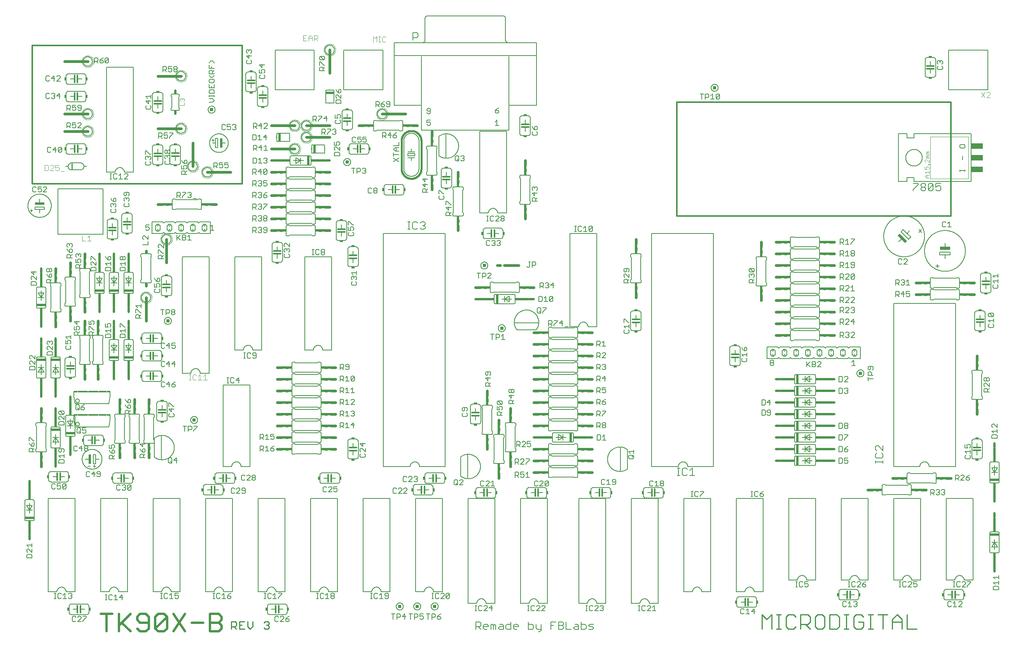
<source format=gto>
G75*
%MOIN*%
%OFA0B0*%
%FSLAX25Y25*%
%IPPOS*%
%LPD*%
%AMOC8*
5,1,8,0,0,1.08239X$1,22.5*
%
%ADD10C,0.02000*%
%ADD11C,0.01100*%
%ADD12C,0.00600*%
%ADD13C,0.01200*%
%ADD14R,0.09000X0.02500*%
%ADD15C,0.00500*%
%ADD16R,0.03000X0.01500*%
%ADD17R,0.01500X0.03000*%
%ADD18R,0.02500X0.09000*%
%ADD19R,0.02000X0.08000*%
%ADD20R,0.08000X0.02000*%
%ADD21R,0.12000X0.02000*%
%ADD22R,0.02000X0.12000*%
%ADD23R,0.02000X0.07000*%
%ADD24R,0.07000X0.02000*%
%ADD25C,0.01000*%
%ADD26C,0.00400*%
%ADD27C,0.00200*%
%ADD28R,0.03500X0.05000*%
%ADD29R,0.06500X0.05000*%
%ADD30C,0.00700*%
%ADD31C,0.00800*%
%ADD32C,0.02400*%
%ADD33R,0.02400X0.01000*%
%ADD34R,0.02000X0.01500*%
%ADD35R,0.07000X0.01500*%
%ADD36R,0.03400X0.02400*%
%ADD37R,0.02400X0.03400*%
%ADD38R,0.01000X0.02000*%
%ADD39R,0.02600X0.02600*%
%ADD40C,0.01600*%
%ADD41R,0.02000X0.01000*%
D10*
X0083600Y0026113D02*
X0093609Y0026113D01*
X0088604Y0026113D02*
X0088604Y0011100D01*
X0099253Y0011100D02*
X0099253Y0026113D01*
X0101755Y0018606D02*
X0109262Y0011100D01*
X0114907Y0013602D02*
X0117409Y0011100D01*
X0122413Y0011100D01*
X0124915Y0013602D01*
X0124915Y0023611D01*
X0122413Y0026113D01*
X0117409Y0026113D01*
X0114907Y0023611D01*
X0114907Y0021109D01*
X0117409Y0018606D01*
X0124915Y0018606D01*
X0130560Y0013602D02*
X0140569Y0023611D01*
X0140569Y0013602D01*
X0138067Y0011100D01*
X0133062Y0011100D01*
X0130560Y0013602D01*
X0130560Y0023611D01*
X0133062Y0026113D01*
X0138067Y0026113D01*
X0140569Y0023611D01*
X0146213Y0026113D02*
X0156222Y0011100D01*
X0161867Y0018606D02*
X0171875Y0018606D01*
X0177520Y0018606D02*
X0185027Y0018606D01*
X0187529Y0016104D01*
X0187529Y0013602D01*
X0185027Y0011100D01*
X0177520Y0011100D01*
X0177520Y0026113D01*
X0185027Y0026113D01*
X0187529Y0023611D01*
X0187529Y0021109D01*
X0185027Y0018606D01*
X0156222Y0026113D02*
X0146213Y0011100D01*
X0109262Y0026113D02*
X0099253Y0016104D01*
X0022600Y0090100D02*
X0022600Y0093600D01*
X0022600Y0136600D02*
X0022600Y0140100D01*
X0045100Y0152600D02*
X0045100Y0156100D01*
X0057600Y0162600D02*
X0057600Y0166100D01*
X0045100Y0199100D02*
X0045100Y0202600D01*
X0057600Y0209100D02*
X0057600Y0212600D01*
X0045100Y0212600D02*
X0045100Y0216100D01*
X0032600Y0216100D02*
X0032600Y0212600D01*
X0095100Y0227600D02*
X0095100Y0231100D01*
X0107600Y0231100D02*
X0107600Y0227600D01*
X0045100Y0259100D02*
X0045100Y0262600D01*
X0032600Y0262600D02*
X0032600Y0259100D01*
X0032600Y0272600D02*
X0032600Y0276100D01*
X0082600Y0285100D02*
X0082600Y0288600D01*
X0095100Y0288600D02*
X0095100Y0285100D01*
X0095100Y0277600D02*
X0095100Y0274100D01*
X0107600Y0274100D02*
X0107600Y0277600D01*
X0107600Y0285100D02*
X0107600Y0288600D01*
X0107600Y0331600D02*
X0107600Y0335100D01*
X0095100Y0335100D02*
X0095100Y0331600D01*
X0082600Y0331600D02*
X0082600Y0335100D01*
X0032600Y0322600D02*
X0032600Y0319100D01*
X0230100Y0415100D02*
X0233600Y0415100D01*
X0276600Y0415100D02*
X0280100Y0415100D01*
X0147600Y0455100D02*
X0147600Y0457100D01*
X0147600Y0473100D02*
X0147600Y0475100D01*
X0405100Y0296350D02*
X0408600Y0296350D01*
X0451600Y0296350D02*
X0455100Y0296350D01*
X0455100Y0177600D02*
X0458600Y0177600D01*
X0501600Y0177600D02*
X0505100Y0177600D01*
X0662600Y0177600D02*
X0666100Y0177600D01*
X0666100Y0167600D02*
X0662600Y0167600D01*
X0662600Y0157600D02*
X0666100Y0157600D01*
X0666100Y0187600D02*
X0662600Y0187600D01*
X0662600Y0197600D02*
X0666100Y0197600D01*
X0666100Y0207600D02*
X0662600Y0207600D01*
X0662600Y0217600D02*
X0666100Y0217600D01*
X0666100Y0227600D02*
X0662600Y0227600D01*
X0709100Y0227600D02*
X0712600Y0227600D01*
X0712600Y0217600D02*
X0709100Y0217600D01*
X0709100Y0207600D02*
X0712600Y0207600D01*
X0712600Y0197600D02*
X0709100Y0197600D01*
X0709100Y0187600D02*
X0712600Y0187600D01*
X0712600Y0177600D02*
X0709100Y0177600D01*
X0709100Y0167600D02*
X0712600Y0167600D01*
X0712600Y0157600D02*
X0709100Y0157600D01*
X0850100Y0169100D02*
X0850100Y0172600D01*
X0850100Y0126100D02*
X0850100Y0122600D01*
X0850100Y0112600D02*
X0850100Y0109100D01*
X0850100Y0066100D02*
X0850100Y0062600D01*
D11*
X0783230Y0013150D02*
X0774956Y0013150D01*
X0774956Y0025561D01*
X0770799Y0021424D02*
X0770799Y0013150D01*
X0770799Y0019355D02*
X0762526Y0019355D01*
X0762526Y0021424D02*
X0766662Y0025561D01*
X0770799Y0021424D01*
X0762526Y0021424D02*
X0762526Y0013150D01*
X0754232Y0013150D02*
X0754232Y0025561D01*
X0750095Y0025561D02*
X0758369Y0025561D01*
X0745945Y0025561D02*
X0741808Y0025561D01*
X0743876Y0025561D02*
X0743876Y0013150D01*
X0741808Y0013150D02*
X0745945Y0013150D01*
X0737651Y0015218D02*
X0737651Y0019355D01*
X0733514Y0019355D01*
X0729377Y0015218D02*
X0731446Y0013150D01*
X0735583Y0013150D01*
X0737651Y0015218D01*
X0729377Y0015218D02*
X0729377Y0023492D01*
X0731446Y0025561D01*
X0735583Y0025561D01*
X0737651Y0023492D01*
X0725227Y0025561D02*
X0721090Y0025561D01*
X0723159Y0025561D02*
X0723159Y0013150D01*
X0725227Y0013150D02*
X0721090Y0013150D01*
X0716933Y0015218D02*
X0716933Y0023492D01*
X0714865Y0025561D01*
X0708660Y0025561D01*
X0708660Y0013150D01*
X0714865Y0013150D01*
X0716933Y0015218D01*
X0704503Y0015218D02*
X0704503Y0023492D01*
X0702434Y0025561D01*
X0698297Y0025561D01*
X0696229Y0023492D01*
X0696229Y0015218D01*
X0698297Y0013150D01*
X0702434Y0013150D01*
X0704503Y0015218D01*
X0692072Y0013150D02*
X0687935Y0017287D01*
X0690004Y0017287D02*
X0683798Y0017287D01*
X0683798Y0013150D02*
X0683798Y0025561D01*
X0690004Y0025561D01*
X0692072Y0023492D01*
X0692072Y0019355D01*
X0690004Y0017287D01*
X0679641Y0015218D02*
X0677573Y0013150D01*
X0673436Y0013150D01*
X0671368Y0015218D01*
X0671368Y0023492D01*
X0673436Y0025561D01*
X0677573Y0025561D01*
X0679641Y0023492D01*
X0667217Y0025561D02*
X0663081Y0025561D01*
X0665149Y0025561D02*
X0665149Y0013150D01*
X0663081Y0013150D02*
X0667217Y0013150D01*
X0658924Y0013150D02*
X0658924Y0025561D01*
X0654787Y0021424D01*
X0650650Y0025561D01*
X0650650Y0013150D01*
X0227979Y0014234D02*
X0226895Y0013150D01*
X0224726Y0013150D01*
X0223642Y0014234D01*
X0225810Y0016403D02*
X0226895Y0016403D01*
X0227979Y0015319D01*
X0227979Y0014234D01*
X0226895Y0016403D02*
X0227979Y0017487D01*
X0227979Y0018571D01*
X0226895Y0019656D01*
X0224726Y0019656D01*
X0223642Y0018571D01*
X0213983Y0019656D02*
X0213983Y0015319D01*
X0211814Y0013150D01*
X0209646Y0015319D01*
X0209646Y0019656D01*
X0206985Y0019656D02*
X0202648Y0019656D01*
X0202648Y0013150D01*
X0206985Y0013150D01*
X0204816Y0016403D02*
X0202648Y0016403D01*
X0199987Y0016403D02*
X0198903Y0015319D01*
X0195650Y0015319D01*
X0197819Y0015319D02*
X0199987Y0013150D01*
X0199987Y0016403D02*
X0199987Y0018571D01*
X0198903Y0019656D01*
X0195650Y0019656D01*
X0195650Y0013150D01*
D12*
X0226600Y0027600D02*
X0226600Y0032600D01*
X0226602Y0032687D01*
X0226608Y0032774D01*
X0226617Y0032861D01*
X0226630Y0032947D01*
X0226647Y0033033D01*
X0226668Y0033118D01*
X0226693Y0033201D01*
X0226721Y0033284D01*
X0226752Y0033365D01*
X0226787Y0033445D01*
X0226826Y0033523D01*
X0226868Y0033600D01*
X0226913Y0033675D01*
X0226962Y0033747D01*
X0227013Y0033818D01*
X0227068Y0033886D01*
X0227125Y0033951D01*
X0227186Y0034014D01*
X0227249Y0034075D01*
X0227314Y0034132D01*
X0227382Y0034187D01*
X0227453Y0034238D01*
X0227525Y0034287D01*
X0227600Y0034332D01*
X0227677Y0034374D01*
X0227755Y0034413D01*
X0227835Y0034448D01*
X0227916Y0034479D01*
X0227999Y0034507D01*
X0228082Y0034532D01*
X0228167Y0034553D01*
X0228253Y0034570D01*
X0228339Y0034583D01*
X0228426Y0034592D01*
X0228513Y0034598D01*
X0228600Y0034600D01*
X0241600Y0034600D01*
X0241687Y0034598D01*
X0241774Y0034592D01*
X0241861Y0034583D01*
X0241947Y0034570D01*
X0242033Y0034553D01*
X0242118Y0034532D01*
X0242201Y0034507D01*
X0242284Y0034479D01*
X0242365Y0034448D01*
X0242445Y0034413D01*
X0242523Y0034374D01*
X0242600Y0034332D01*
X0242675Y0034287D01*
X0242747Y0034238D01*
X0242818Y0034187D01*
X0242886Y0034132D01*
X0242951Y0034075D01*
X0243014Y0034014D01*
X0243075Y0033951D01*
X0243132Y0033886D01*
X0243187Y0033818D01*
X0243238Y0033747D01*
X0243287Y0033675D01*
X0243332Y0033600D01*
X0243374Y0033523D01*
X0243413Y0033445D01*
X0243448Y0033365D01*
X0243479Y0033284D01*
X0243507Y0033201D01*
X0243532Y0033118D01*
X0243553Y0033033D01*
X0243570Y0032947D01*
X0243583Y0032861D01*
X0243592Y0032774D01*
X0243598Y0032687D01*
X0243600Y0032600D01*
X0243600Y0027600D01*
X0243598Y0027513D01*
X0243592Y0027426D01*
X0243583Y0027339D01*
X0243570Y0027253D01*
X0243553Y0027167D01*
X0243532Y0027082D01*
X0243507Y0026999D01*
X0243479Y0026916D01*
X0243448Y0026835D01*
X0243413Y0026755D01*
X0243374Y0026677D01*
X0243332Y0026600D01*
X0243287Y0026525D01*
X0243238Y0026453D01*
X0243187Y0026382D01*
X0243132Y0026314D01*
X0243075Y0026249D01*
X0243014Y0026186D01*
X0242951Y0026125D01*
X0242886Y0026068D01*
X0242818Y0026013D01*
X0242747Y0025962D01*
X0242675Y0025913D01*
X0242600Y0025868D01*
X0242523Y0025826D01*
X0242445Y0025787D01*
X0242365Y0025752D01*
X0242284Y0025721D01*
X0242201Y0025693D01*
X0242118Y0025668D01*
X0242033Y0025647D01*
X0241947Y0025630D01*
X0241861Y0025617D01*
X0241774Y0025608D01*
X0241687Y0025602D01*
X0241600Y0025600D01*
X0228600Y0025600D01*
X0228513Y0025602D01*
X0228426Y0025608D01*
X0228339Y0025617D01*
X0228253Y0025630D01*
X0228167Y0025647D01*
X0228082Y0025668D01*
X0227999Y0025693D01*
X0227916Y0025721D01*
X0227835Y0025752D01*
X0227755Y0025787D01*
X0227677Y0025826D01*
X0227600Y0025868D01*
X0227525Y0025913D01*
X0227453Y0025962D01*
X0227382Y0026013D01*
X0227314Y0026068D01*
X0227249Y0026125D01*
X0227186Y0026186D01*
X0227125Y0026249D01*
X0227068Y0026314D01*
X0227013Y0026382D01*
X0226962Y0026453D01*
X0226913Y0026525D01*
X0226868Y0026600D01*
X0226826Y0026677D01*
X0226787Y0026755D01*
X0226752Y0026835D01*
X0226721Y0026916D01*
X0226693Y0026999D01*
X0226668Y0027082D01*
X0226647Y0027167D01*
X0226630Y0027253D01*
X0226617Y0027339D01*
X0226608Y0027426D01*
X0226602Y0027513D01*
X0226600Y0027600D01*
X0230100Y0030100D02*
X0233800Y0030100D01*
X0236300Y0030100D02*
X0240100Y0030100D01*
X0241600Y0045100D02*
X0234100Y0045100D01*
X0234098Y0045226D01*
X0234092Y0045351D01*
X0234082Y0045476D01*
X0234068Y0045601D01*
X0234051Y0045726D01*
X0234029Y0045850D01*
X0234004Y0045973D01*
X0233974Y0046095D01*
X0233941Y0046216D01*
X0233904Y0046336D01*
X0233864Y0046455D01*
X0233819Y0046572D01*
X0233771Y0046689D01*
X0233719Y0046803D01*
X0233664Y0046916D01*
X0233605Y0047027D01*
X0233543Y0047136D01*
X0233477Y0047243D01*
X0233408Y0047348D01*
X0233336Y0047451D01*
X0233261Y0047552D01*
X0233182Y0047650D01*
X0233100Y0047745D01*
X0233016Y0047838D01*
X0232928Y0047928D01*
X0232838Y0048016D01*
X0232745Y0048100D01*
X0232650Y0048182D01*
X0232552Y0048261D01*
X0232451Y0048336D01*
X0232348Y0048408D01*
X0232243Y0048477D01*
X0232136Y0048543D01*
X0232027Y0048605D01*
X0231916Y0048664D01*
X0231803Y0048719D01*
X0231689Y0048771D01*
X0231572Y0048819D01*
X0231455Y0048864D01*
X0231336Y0048904D01*
X0231216Y0048941D01*
X0231095Y0048974D01*
X0230973Y0049004D01*
X0230850Y0049029D01*
X0230726Y0049051D01*
X0230601Y0049068D01*
X0230476Y0049082D01*
X0230351Y0049092D01*
X0230226Y0049098D01*
X0230100Y0049100D01*
X0229974Y0049098D01*
X0229849Y0049092D01*
X0229724Y0049082D01*
X0229599Y0049068D01*
X0229474Y0049051D01*
X0229350Y0049029D01*
X0229227Y0049004D01*
X0229105Y0048974D01*
X0228984Y0048941D01*
X0228864Y0048904D01*
X0228745Y0048864D01*
X0228628Y0048819D01*
X0228511Y0048771D01*
X0228397Y0048719D01*
X0228284Y0048664D01*
X0228173Y0048605D01*
X0228064Y0048543D01*
X0227957Y0048477D01*
X0227852Y0048408D01*
X0227749Y0048336D01*
X0227648Y0048261D01*
X0227550Y0048182D01*
X0227455Y0048100D01*
X0227362Y0048016D01*
X0227272Y0047928D01*
X0227184Y0047838D01*
X0227100Y0047745D01*
X0227018Y0047650D01*
X0226939Y0047552D01*
X0226864Y0047451D01*
X0226792Y0047348D01*
X0226723Y0047243D01*
X0226657Y0047136D01*
X0226595Y0047027D01*
X0226536Y0046916D01*
X0226481Y0046803D01*
X0226429Y0046689D01*
X0226381Y0046572D01*
X0226336Y0046455D01*
X0226296Y0046336D01*
X0226259Y0046216D01*
X0226226Y0046095D01*
X0226196Y0045973D01*
X0226171Y0045850D01*
X0226149Y0045726D01*
X0226132Y0045601D01*
X0226118Y0045476D01*
X0226108Y0045351D01*
X0226102Y0045226D01*
X0226100Y0045100D01*
X0218600Y0045100D01*
X0218600Y0125100D01*
X0241600Y0125100D01*
X0241600Y0045100D01*
X0263600Y0045100D02*
X0271100Y0045100D01*
X0271102Y0045226D01*
X0271108Y0045351D01*
X0271118Y0045476D01*
X0271132Y0045601D01*
X0271149Y0045726D01*
X0271171Y0045850D01*
X0271196Y0045973D01*
X0271226Y0046095D01*
X0271259Y0046216D01*
X0271296Y0046336D01*
X0271336Y0046455D01*
X0271381Y0046572D01*
X0271429Y0046689D01*
X0271481Y0046803D01*
X0271536Y0046916D01*
X0271595Y0047027D01*
X0271657Y0047136D01*
X0271723Y0047243D01*
X0271792Y0047348D01*
X0271864Y0047451D01*
X0271939Y0047552D01*
X0272018Y0047650D01*
X0272100Y0047745D01*
X0272184Y0047838D01*
X0272272Y0047928D01*
X0272362Y0048016D01*
X0272455Y0048100D01*
X0272550Y0048182D01*
X0272648Y0048261D01*
X0272749Y0048336D01*
X0272852Y0048408D01*
X0272957Y0048477D01*
X0273064Y0048543D01*
X0273173Y0048605D01*
X0273284Y0048664D01*
X0273397Y0048719D01*
X0273511Y0048771D01*
X0273628Y0048819D01*
X0273745Y0048864D01*
X0273864Y0048904D01*
X0273984Y0048941D01*
X0274105Y0048974D01*
X0274227Y0049004D01*
X0274350Y0049029D01*
X0274474Y0049051D01*
X0274599Y0049068D01*
X0274724Y0049082D01*
X0274849Y0049092D01*
X0274974Y0049098D01*
X0275100Y0049100D01*
X0275226Y0049098D01*
X0275351Y0049092D01*
X0275476Y0049082D01*
X0275601Y0049068D01*
X0275726Y0049051D01*
X0275850Y0049029D01*
X0275973Y0049004D01*
X0276095Y0048974D01*
X0276216Y0048941D01*
X0276336Y0048904D01*
X0276455Y0048864D01*
X0276572Y0048819D01*
X0276689Y0048771D01*
X0276803Y0048719D01*
X0276916Y0048664D01*
X0277027Y0048605D01*
X0277136Y0048543D01*
X0277243Y0048477D01*
X0277348Y0048408D01*
X0277451Y0048336D01*
X0277552Y0048261D01*
X0277650Y0048182D01*
X0277745Y0048100D01*
X0277838Y0048016D01*
X0277928Y0047928D01*
X0278016Y0047838D01*
X0278100Y0047745D01*
X0278182Y0047650D01*
X0278261Y0047552D01*
X0278336Y0047451D01*
X0278408Y0047348D01*
X0278477Y0047243D01*
X0278543Y0047136D01*
X0278605Y0047027D01*
X0278664Y0046916D01*
X0278719Y0046803D01*
X0278771Y0046689D01*
X0278819Y0046572D01*
X0278864Y0046455D01*
X0278904Y0046336D01*
X0278941Y0046216D01*
X0278974Y0046095D01*
X0279004Y0045973D01*
X0279029Y0045850D01*
X0279051Y0045726D01*
X0279068Y0045601D01*
X0279082Y0045476D01*
X0279092Y0045351D01*
X0279098Y0045226D01*
X0279100Y0045100D01*
X0286600Y0045100D01*
X0286600Y0125100D01*
X0263600Y0125100D01*
X0263600Y0045100D01*
X0308600Y0045100D02*
X0316100Y0045100D01*
X0316102Y0045226D01*
X0316108Y0045351D01*
X0316118Y0045476D01*
X0316132Y0045601D01*
X0316149Y0045726D01*
X0316171Y0045850D01*
X0316196Y0045973D01*
X0316226Y0046095D01*
X0316259Y0046216D01*
X0316296Y0046336D01*
X0316336Y0046455D01*
X0316381Y0046572D01*
X0316429Y0046689D01*
X0316481Y0046803D01*
X0316536Y0046916D01*
X0316595Y0047027D01*
X0316657Y0047136D01*
X0316723Y0047243D01*
X0316792Y0047348D01*
X0316864Y0047451D01*
X0316939Y0047552D01*
X0317018Y0047650D01*
X0317100Y0047745D01*
X0317184Y0047838D01*
X0317272Y0047928D01*
X0317362Y0048016D01*
X0317455Y0048100D01*
X0317550Y0048182D01*
X0317648Y0048261D01*
X0317749Y0048336D01*
X0317852Y0048408D01*
X0317957Y0048477D01*
X0318064Y0048543D01*
X0318173Y0048605D01*
X0318284Y0048664D01*
X0318397Y0048719D01*
X0318511Y0048771D01*
X0318628Y0048819D01*
X0318745Y0048864D01*
X0318864Y0048904D01*
X0318984Y0048941D01*
X0319105Y0048974D01*
X0319227Y0049004D01*
X0319350Y0049029D01*
X0319474Y0049051D01*
X0319599Y0049068D01*
X0319724Y0049082D01*
X0319849Y0049092D01*
X0319974Y0049098D01*
X0320100Y0049100D01*
X0320226Y0049098D01*
X0320351Y0049092D01*
X0320476Y0049082D01*
X0320601Y0049068D01*
X0320726Y0049051D01*
X0320850Y0049029D01*
X0320973Y0049004D01*
X0321095Y0048974D01*
X0321216Y0048941D01*
X0321336Y0048904D01*
X0321455Y0048864D01*
X0321572Y0048819D01*
X0321689Y0048771D01*
X0321803Y0048719D01*
X0321916Y0048664D01*
X0322027Y0048605D01*
X0322136Y0048543D01*
X0322243Y0048477D01*
X0322348Y0048408D01*
X0322451Y0048336D01*
X0322552Y0048261D01*
X0322650Y0048182D01*
X0322745Y0048100D01*
X0322838Y0048016D01*
X0322928Y0047928D01*
X0323016Y0047838D01*
X0323100Y0047745D01*
X0323182Y0047650D01*
X0323261Y0047552D01*
X0323336Y0047451D01*
X0323408Y0047348D01*
X0323477Y0047243D01*
X0323543Y0047136D01*
X0323605Y0047027D01*
X0323664Y0046916D01*
X0323719Y0046803D01*
X0323771Y0046689D01*
X0323819Y0046572D01*
X0323864Y0046455D01*
X0323904Y0046336D01*
X0323941Y0046216D01*
X0323974Y0046095D01*
X0324004Y0045973D01*
X0324029Y0045850D01*
X0324051Y0045726D01*
X0324068Y0045601D01*
X0324082Y0045476D01*
X0324092Y0045351D01*
X0324098Y0045226D01*
X0324100Y0045100D01*
X0331600Y0045100D01*
X0331600Y0125100D01*
X0308600Y0125100D01*
X0308600Y0045100D01*
X0337100Y0032600D02*
X0337102Y0032709D01*
X0337108Y0032818D01*
X0337118Y0032926D01*
X0337132Y0033034D01*
X0337149Y0033142D01*
X0337171Y0033249D01*
X0337196Y0033355D01*
X0337226Y0033459D01*
X0337259Y0033563D01*
X0337296Y0033666D01*
X0337336Y0033767D01*
X0337380Y0033866D01*
X0337428Y0033964D01*
X0337480Y0034061D01*
X0337534Y0034155D01*
X0337592Y0034247D01*
X0337654Y0034337D01*
X0337719Y0034424D01*
X0337786Y0034510D01*
X0337857Y0034593D01*
X0337931Y0034673D01*
X0338008Y0034750D01*
X0338087Y0034825D01*
X0338169Y0034896D01*
X0338254Y0034965D01*
X0338341Y0035030D01*
X0338430Y0035093D01*
X0338522Y0035151D01*
X0338616Y0035207D01*
X0338711Y0035259D01*
X0338809Y0035308D01*
X0338908Y0035353D01*
X0339009Y0035395D01*
X0339111Y0035432D01*
X0339214Y0035466D01*
X0339319Y0035497D01*
X0339425Y0035523D01*
X0339531Y0035546D01*
X0339639Y0035564D01*
X0339747Y0035579D01*
X0339855Y0035590D01*
X0339964Y0035597D01*
X0340073Y0035600D01*
X0340182Y0035599D01*
X0340291Y0035594D01*
X0340399Y0035585D01*
X0340507Y0035572D01*
X0340615Y0035555D01*
X0340722Y0035535D01*
X0340828Y0035510D01*
X0340933Y0035482D01*
X0341037Y0035450D01*
X0341140Y0035414D01*
X0341242Y0035374D01*
X0341342Y0035331D01*
X0341440Y0035284D01*
X0341537Y0035234D01*
X0341631Y0035180D01*
X0341724Y0035122D01*
X0341815Y0035062D01*
X0341903Y0034998D01*
X0341989Y0034931D01*
X0342072Y0034861D01*
X0342153Y0034788D01*
X0342231Y0034712D01*
X0342306Y0034633D01*
X0342379Y0034551D01*
X0342448Y0034467D01*
X0342514Y0034381D01*
X0342577Y0034292D01*
X0342637Y0034201D01*
X0342694Y0034108D01*
X0342747Y0034013D01*
X0342796Y0033916D01*
X0342842Y0033817D01*
X0342884Y0033717D01*
X0342923Y0033615D01*
X0342958Y0033511D01*
X0342989Y0033407D01*
X0343017Y0033302D01*
X0343040Y0033195D01*
X0343060Y0033088D01*
X0343076Y0032980D01*
X0343088Y0032872D01*
X0343096Y0032763D01*
X0343100Y0032654D01*
X0343100Y0032546D01*
X0343096Y0032437D01*
X0343088Y0032328D01*
X0343076Y0032220D01*
X0343060Y0032112D01*
X0343040Y0032005D01*
X0343017Y0031898D01*
X0342989Y0031793D01*
X0342958Y0031689D01*
X0342923Y0031585D01*
X0342884Y0031483D01*
X0342842Y0031383D01*
X0342796Y0031284D01*
X0342747Y0031187D01*
X0342694Y0031092D01*
X0342637Y0030999D01*
X0342577Y0030908D01*
X0342514Y0030819D01*
X0342448Y0030733D01*
X0342379Y0030649D01*
X0342306Y0030567D01*
X0342231Y0030488D01*
X0342153Y0030412D01*
X0342072Y0030339D01*
X0341989Y0030269D01*
X0341903Y0030202D01*
X0341815Y0030138D01*
X0341724Y0030078D01*
X0341631Y0030020D01*
X0341537Y0029966D01*
X0341440Y0029916D01*
X0341342Y0029869D01*
X0341242Y0029826D01*
X0341140Y0029786D01*
X0341037Y0029750D01*
X0340933Y0029718D01*
X0340828Y0029690D01*
X0340722Y0029665D01*
X0340615Y0029645D01*
X0340507Y0029628D01*
X0340399Y0029615D01*
X0340291Y0029606D01*
X0340182Y0029601D01*
X0340073Y0029600D01*
X0339964Y0029603D01*
X0339855Y0029610D01*
X0339747Y0029621D01*
X0339639Y0029636D01*
X0339531Y0029654D01*
X0339425Y0029677D01*
X0339319Y0029703D01*
X0339214Y0029734D01*
X0339111Y0029768D01*
X0339009Y0029805D01*
X0338908Y0029847D01*
X0338809Y0029892D01*
X0338711Y0029941D01*
X0338616Y0029993D01*
X0338522Y0030049D01*
X0338430Y0030107D01*
X0338341Y0030170D01*
X0338254Y0030235D01*
X0338169Y0030304D01*
X0338087Y0030375D01*
X0338008Y0030450D01*
X0337931Y0030527D01*
X0337857Y0030607D01*
X0337786Y0030690D01*
X0337719Y0030776D01*
X0337654Y0030863D01*
X0337592Y0030953D01*
X0337534Y0031045D01*
X0337480Y0031139D01*
X0337428Y0031236D01*
X0337380Y0031334D01*
X0337336Y0031433D01*
X0337296Y0031534D01*
X0337259Y0031637D01*
X0337226Y0031741D01*
X0337196Y0031845D01*
X0337171Y0031951D01*
X0337149Y0032058D01*
X0337132Y0032166D01*
X0337118Y0032274D01*
X0337108Y0032382D01*
X0337102Y0032491D01*
X0337100Y0032600D01*
X0352100Y0032600D02*
X0352102Y0032709D01*
X0352108Y0032818D01*
X0352118Y0032926D01*
X0352132Y0033034D01*
X0352149Y0033142D01*
X0352171Y0033249D01*
X0352196Y0033355D01*
X0352226Y0033459D01*
X0352259Y0033563D01*
X0352296Y0033666D01*
X0352336Y0033767D01*
X0352380Y0033866D01*
X0352428Y0033964D01*
X0352480Y0034061D01*
X0352534Y0034155D01*
X0352592Y0034247D01*
X0352654Y0034337D01*
X0352719Y0034424D01*
X0352786Y0034510D01*
X0352857Y0034593D01*
X0352931Y0034673D01*
X0353008Y0034750D01*
X0353087Y0034825D01*
X0353169Y0034896D01*
X0353254Y0034965D01*
X0353341Y0035030D01*
X0353430Y0035093D01*
X0353522Y0035151D01*
X0353616Y0035207D01*
X0353711Y0035259D01*
X0353809Y0035308D01*
X0353908Y0035353D01*
X0354009Y0035395D01*
X0354111Y0035432D01*
X0354214Y0035466D01*
X0354319Y0035497D01*
X0354425Y0035523D01*
X0354531Y0035546D01*
X0354639Y0035564D01*
X0354747Y0035579D01*
X0354855Y0035590D01*
X0354964Y0035597D01*
X0355073Y0035600D01*
X0355182Y0035599D01*
X0355291Y0035594D01*
X0355399Y0035585D01*
X0355507Y0035572D01*
X0355615Y0035555D01*
X0355722Y0035535D01*
X0355828Y0035510D01*
X0355933Y0035482D01*
X0356037Y0035450D01*
X0356140Y0035414D01*
X0356242Y0035374D01*
X0356342Y0035331D01*
X0356440Y0035284D01*
X0356537Y0035234D01*
X0356631Y0035180D01*
X0356724Y0035122D01*
X0356815Y0035062D01*
X0356903Y0034998D01*
X0356989Y0034931D01*
X0357072Y0034861D01*
X0357153Y0034788D01*
X0357231Y0034712D01*
X0357306Y0034633D01*
X0357379Y0034551D01*
X0357448Y0034467D01*
X0357514Y0034381D01*
X0357577Y0034292D01*
X0357637Y0034201D01*
X0357694Y0034108D01*
X0357747Y0034013D01*
X0357796Y0033916D01*
X0357842Y0033817D01*
X0357884Y0033717D01*
X0357923Y0033615D01*
X0357958Y0033511D01*
X0357989Y0033407D01*
X0358017Y0033302D01*
X0358040Y0033195D01*
X0358060Y0033088D01*
X0358076Y0032980D01*
X0358088Y0032872D01*
X0358096Y0032763D01*
X0358100Y0032654D01*
X0358100Y0032546D01*
X0358096Y0032437D01*
X0358088Y0032328D01*
X0358076Y0032220D01*
X0358060Y0032112D01*
X0358040Y0032005D01*
X0358017Y0031898D01*
X0357989Y0031793D01*
X0357958Y0031689D01*
X0357923Y0031585D01*
X0357884Y0031483D01*
X0357842Y0031383D01*
X0357796Y0031284D01*
X0357747Y0031187D01*
X0357694Y0031092D01*
X0357637Y0030999D01*
X0357577Y0030908D01*
X0357514Y0030819D01*
X0357448Y0030733D01*
X0357379Y0030649D01*
X0357306Y0030567D01*
X0357231Y0030488D01*
X0357153Y0030412D01*
X0357072Y0030339D01*
X0356989Y0030269D01*
X0356903Y0030202D01*
X0356815Y0030138D01*
X0356724Y0030078D01*
X0356631Y0030020D01*
X0356537Y0029966D01*
X0356440Y0029916D01*
X0356342Y0029869D01*
X0356242Y0029826D01*
X0356140Y0029786D01*
X0356037Y0029750D01*
X0355933Y0029718D01*
X0355828Y0029690D01*
X0355722Y0029665D01*
X0355615Y0029645D01*
X0355507Y0029628D01*
X0355399Y0029615D01*
X0355291Y0029606D01*
X0355182Y0029601D01*
X0355073Y0029600D01*
X0354964Y0029603D01*
X0354855Y0029610D01*
X0354747Y0029621D01*
X0354639Y0029636D01*
X0354531Y0029654D01*
X0354425Y0029677D01*
X0354319Y0029703D01*
X0354214Y0029734D01*
X0354111Y0029768D01*
X0354009Y0029805D01*
X0353908Y0029847D01*
X0353809Y0029892D01*
X0353711Y0029941D01*
X0353616Y0029993D01*
X0353522Y0030049D01*
X0353430Y0030107D01*
X0353341Y0030170D01*
X0353254Y0030235D01*
X0353169Y0030304D01*
X0353087Y0030375D01*
X0353008Y0030450D01*
X0352931Y0030527D01*
X0352857Y0030607D01*
X0352786Y0030690D01*
X0352719Y0030776D01*
X0352654Y0030863D01*
X0352592Y0030953D01*
X0352534Y0031045D01*
X0352480Y0031139D01*
X0352428Y0031236D01*
X0352380Y0031334D01*
X0352336Y0031433D01*
X0352296Y0031534D01*
X0352259Y0031637D01*
X0352226Y0031741D01*
X0352196Y0031845D01*
X0352171Y0031951D01*
X0352149Y0032058D01*
X0352132Y0032166D01*
X0352118Y0032274D01*
X0352108Y0032382D01*
X0352102Y0032491D01*
X0352100Y0032600D01*
X0353600Y0045100D02*
X0361100Y0045100D01*
X0361102Y0045226D01*
X0361108Y0045351D01*
X0361118Y0045476D01*
X0361132Y0045601D01*
X0361149Y0045726D01*
X0361171Y0045850D01*
X0361196Y0045973D01*
X0361226Y0046095D01*
X0361259Y0046216D01*
X0361296Y0046336D01*
X0361336Y0046455D01*
X0361381Y0046572D01*
X0361429Y0046689D01*
X0361481Y0046803D01*
X0361536Y0046916D01*
X0361595Y0047027D01*
X0361657Y0047136D01*
X0361723Y0047243D01*
X0361792Y0047348D01*
X0361864Y0047451D01*
X0361939Y0047552D01*
X0362018Y0047650D01*
X0362100Y0047745D01*
X0362184Y0047838D01*
X0362272Y0047928D01*
X0362362Y0048016D01*
X0362455Y0048100D01*
X0362550Y0048182D01*
X0362648Y0048261D01*
X0362749Y0048336D01*
X0362852Y0048408D01*
X0362957Y0048477D01*
X0363064Y0048543D01*
X0363173Y0048605D01*
X0363284Y0048664D01*
X0363397Y0048719D01*
X0363511Y0048771D01*
X0363628Y0048819D01*
X0363745Y0048864D01*
X0363864Y0048904D01*
X0363984Y0048941D01*
X0364105Y0048974D01*
X0364227Y0049004D01*
X0364350Y0049029D01*
X0364474Y0049051D01*
X0364599Y0049068D01*
X0364724Y0049082D01*
X0364849Y0049092D01*
X0364974Y0049098D01*
X0365100Y0049100D01*
X0365226Y0049098D01*
X0365351Y0049092D01*
X0365476Y0049082D01*
X0365601Y0049068D01*
X0365726Y0049051D01*
X0365850Y0049029D01*
X0365973Y0049004D01*
X0366095Y0048974D01*
X0366216Y0048941D01*
X0366336Y0048904D01*
X0366455Y0048864D01*
X0366572Y0048819D01*
X0366689Y0048771D01*
X0366803Y0048719D01*
X0366916Y0048664D01*
X0367027Y0048605D01*
X0367136Y0048543D01*
X0367243Y0048477D01*
X0367348Y0048408D01*
X0367451Y0048336D01*
X0367552Y0048261D01*
X0367650Y0048182D01*
X0367745Y0048100D01*
X0367838Y0048016D01*
X0367928Y0047928D01*
X0368016Y0047838D01*
X0368100Y0047745D01*
X0368182Y0047650D01*
X0368261Y0047552D01*
X0368336Y0047451D01*
X0368408Y0047348D01*
X0368477Y0047243D01*
X0368543Y0047136D01*
X0368605Y0047027D01*
X0368664Y0046916D01*
X0368719Y0046803D01*
X0368771Y0046689D01*
X0368819Y0046572D01*
X0368864Y0046455D01*
X0368904Y0046336D01*
X0368941Y0046216D01*
X0368974Y0046095D01*
X0369004Y0045973D01*
X0369029Y0045850D01*
X0369051Y0045726D01*
X0369068Y0045601D01*
X0369082Y0045476D01*
X0369092Y0045351D01*
X0369098Y0045226D01*
X0369100Y0045100D01*
X0376600Y0045100D01*
X0376600Y0125100D01*
X0353600Y0125100D01*
X0353600Y0045100D01*
X0367100Y0032600D02*
X0367102Y0032709D01*
X0367108Y0032818D01*
X0367118Y0032926D01*
X0367132Y0033034D01*
X0367149Y0033142D01*
X0367171Y0033249D01*
X0367196Y0033355D01*
X0367226Y0033459D01*
X0367259Y0033563D01*
X0367296Y0033666D01*
X0367336Y0033767D01*
X0367380Y0033866D01*
X0367428Y0033964D01*
X0367480Y0034061D01*
X0367534Y0034155D01*
X0367592Y0034247D01*
X0367654Y0034337D01*
X0367719Y0034424D01*
X0367786Y0034510D01*
X0367857Y0034593D01*
X0367931Y0034673D01*
X0368008Y0034750D01*
X0368087Y0034825D01*
X0368169Y0034896D01*
X0368254Y0034965D01*
X0368341Y0035030D01*
X0368430Y0035093D01*
X0368522Y0035151D01*
X0368616Y0035207D01*
X0368711Y0035259D01*
X0368809Y0035308D01*
X0368908Y0035353D01*
X0369009Y0035395D01*
X0369111Y0035432D01*
X0369214Y0035466D01*
X0369319Y0035497D01*
X0369425Y0035523D01*
X0369531Y0035546D01*
X0369639Y0035564D01*
X0369747Y0035579D01*
X0369855Y0035590D01*
X0369964Y0035597D01*
X0370073Y0035600D01*
X0370182Y0035599D01*
X0370291Y0035594D01*
X0370399Y0035585D01*
X0370507Y0035572D01*
X0370615Y0035555D01*
X0370722Y0035535D01*
X0370828Y0035510D01*
X0370933Y0035482D01*
X0371037Y0035450D01*
X0371140Y0035414D01*
X0371242Y0035374D01*
X0371342Y0035331D01*
X0371440Y0035284D01*
X0371537Y0035234D01*
X0371631Y0035180D01*
X0371724Y0035122D01*
X0371815Y0035062D01*
X0371903Y0034998D01*
X0371989Y0034931D01*
X0372072Y0034861D01*
X0372153Y0034788D01*
X0372231Y0034712D01*
X0372306Y0034633D01*
X0372379Y0034551D01*
X0372448Y0034467D01*
X0372514Y0034381D01*
X0372577Y0034292D01*
X0372637Y0034201D01*
X0372694Y0034108D01*
X0372747Y0034013D01*
X0372796Y0033916D01*
X0372842Y0033817D01*
X0372884Y0033717D01*
X0372923Y0033615D01*
X0372958Y0033511D01*
X0372989Y0033407D01*
X0373017Y0033302D01*
X0373040Y0033195D01*
X0373060Y0033088D01*
X0373076Y0032980D01*
X0373088Y0032872D01*
X0373096Y0032763D01*
X0373100Y0032654D01*
X0373100Y0032546D01*
X0373096Y0032437D01*
X0373088Y0032328D01*
X0373076Y0032220D01*
X0373060Y0032112D01*
X0373040Y0032005D01*
X0373017Y0031898D01*
X0372989Y0031793D01*
X0372958Y0031689D01*
X0372923Y0031585D01*
X0372884Y0031483D01*
X0372842Y0031383D01*
X0372796Y0031284D01*
X0372747Y0031187D01*
X0372694Y0031092D01*
X0372637Y0030999D01*
X0372577Y0030908D01*
X0372514Y0030819D01*
X0372448Y0030733D01*
X0372379Y0030649D01*
X0372306Y0030567D01*
X0372231Y0030488D01*
X0372153Y0030412D01*
X0372072Y0030339D01*
X0371989Y0030269D01*
X0371903Y0030202D01*
X0371815Y0030138D01*
X0371724Y0030078D01*
X0371631Y0030020D01*
X0371537Y0029966D01*
X0371440Y0029916D01*
X0371342Y0029869D01*
X0371242Y0029826D01*
X0371140Y0029786D01*
X0371037Y0029750D01*
X0370933Y0029718D01*
X0370828Y0029690D01*
X0370722Y0029665D01*
X0370615Y0029645D01*
X0370507Y0029628D01*
X0370399Y0029615D01*
X0370291Y0029606D01*
X0370182Y0029601D01*
X0370073Y0029600D01*
X0369964Y0029603D01*
X0369855Y0029610D01*
X0369747Y0029621D01*
X0369639Y0029636D01*
X0369531Y0029654D01*
X0369425Y0029677D01*
X0369319Y0029703D01*
X0369214Y0029734D01*
X0369111Y0029768D01*
X0369009Y0029805D01*
X0368908Y0029847D01*
X0368809Y0029892D01*
X0368711Y0029941D01*
X0368616Y0029993D01*
X0368522Y0030049D01*
X0368430Y0030107D01*
X0368341Y0030170D01*
X0368254Y0030235D01*
X0368169Y0030304D01*
X0368087Y0030375D01*
X0368008Y0030450D01*
X0367931Y0030527D01*
X0367857Y0030607D01*
X0367786Y0030690D01*
X0367719Y0030776D01*
X0367654Y0030863D01*
X0367592Y0030953D01*
X0367534Y0031045D01*
X0367480Y0031139D01*
X0367428Y0031236D01*
X0367380Y0031334D01*
X0367336Y0031433D01*
X0367296Y0031534D01*
X0367259Y0031637D01*
X0367226Y0031741D01*
X0367196Y0031845D01*
X0367171Y0031951D01*
X0367149Y0032058D01*
X0367132Y0032166D01*
X0367118Y0032274D01*
X0367108Y0032382D01*
X0367102Y0032491D01*
X0367100Y0032600D01*
X0398600Y0035100D02*
X0406100Y0035100D01*
X0406102Y0035226D01*
X0406108Y0035351D01*
X0406118Y0035476D01*
X0406132Y0035601D01*
X0406149Y0035726D01*
X0406171Y0035850D01*
X0406196Y0035973D01*
X0406226Y0036095D01*
X0406259Y0036216D01*
X0406296Y0036336D01*
X0406336Y0036455D01*
X0406381Y0036572D01*
X0406429Y0036689D01*
X0406481Y0036803D01*
X0406536Y0036916D01*
X0406595Y0037027D01*
X0406657Y0037136D01*
X0406723Y0037243D01*
X0406792Y0037348D01*
X0406864Y0037451D01*
X0406939Y0037552D01*
X0407018Y0037650D01*
X0407100Y0037745D01*
X0407184Y0037838D01*
X0407272Y0037928D01*
X0407362Y0038016D01*
X0407455Y0038100D01*
X0407550Y0038182D01*
X0407648Y0038261D01*
X0407749Y0038336D01*
X0407852Y0038408D01*
X0407957Y0038477D01*
X0408064Y0038543D01*
X0408173Y0038605D01*
X0408284Y0038664D01*
X0408397Y0038719D01*
X0408511Y0038771D01*
X0408628Y0038819D01*
X0408745Y0038864D01*
X0408864Y0038904D01*
X0408984Y0038941D01*
X0409105Y0038974D01*
X0409227Y0039004D01*
X0409350Y0039029D01*
X0409474Y0039051D01*
X0409599Y0039068D01*
X0409724Y0039082D01*
X0409849Y0039092D01*
X0409974Y0039098D01*
X0410100Y0039100D01*
X0410226Y0039098D01*
X0410351Y0039092D01*
X0410476Y0039082D01*
X0410601Y0039068D01*
X0410726Y0039051D01*
X0410850Y0039029D01*
X0410973Y0039004D01*
X0411095Y0038974D01*
X0411216Y0038941D01*
X0411336Y0038904D01*
X0411455Y0038864D01*
X0411572Y0038819D01*
X0411689Y0038771D01*
X0411803Y0038719D01*
X0411916Y0038664D01*
X0412027Y0038605D01*
X0412136Y0038543D01*
X0412243Y0038477D01*
X0412348Y0038408D01*
X0412451Y0038336D01*
X0412552Y0038261D01*
X0412650Y0038182D01*
X0412745Y0038100D01*
X0412838Y0038016D01*
X0412928Y0037928D01*
X0413016Y0037838D01*
X0413100Y0037745D01*
X0413182Y0037650D01*
X0413261Y0037552D01*
X0413336Y0037451D01*
X0413408Y0037348D01*
X0413477Y0037243D01*
X0413543Y0037136D01*
X0413605Y0037027D01*
X0413664Y0036916D01*
X0413719Y0036803D01*
X0413771Y0036689D01*
X0413819Y0036572D01*
X0413864Y0036455D01*
X0413904Y0036336D01*
X0413941Y0036216D01*
X0413974Y0036095D01*
X0414004Y0035973D01*
X0414029Y0035850D01*
X0414051Y0035726D01*
X0414068Y0035601D01*
X0414082Y0035476D01*
X0414092Y0035351D01*
X0414098Y0035226D01*
X0414100Y0035100D01*
X0421600Y0035100D01*
X0421600Y0125100D01*
X0398600Y0125100D01*
X0398600Y0035100D01*
X0405400Y0019305D02*
X0408603Y0019305D01*
X0409670Y0018238D01*
X0409670Y0016103D01*
X0408603Y0015035D01*
X0405400Y0015035D01*
X0405400Y0012900D02*
X0405400Y0019305D01*
X0407535Y0015035D02*
X0409670Y0012900D01*
X0411845Y0013968D02*
X0411845Y0016103D01*
X0412913Y0017170D01*
X0415048Y0017170D01*
X0416116Y0016103D01*
X0416116Y0015035D01*
X0411845Y0015035D01*
X0411845Y0013968D02*
X0412913Y0012900D01*
X0415048Y0012900D01*
X0418291Y0012900D02*
X0418291Y0017170D01*
X0419359Y0017170D01*
X0420426Y0016103D01*
X0421494Y0017170D01*
X0422561Y0016103D01*
X0422561Y0012900D01*
X0420426Y0012900D02*
X0420426Y0016103D01*
X0424736Y0013968D02*
X0425804Y0015035D01*
X0429007Y0015035D01*
X0429007Y0016103D02*
X0429007Y0012900D01*
X0425804Y0012900D01*
X0424736Y0013968D01*
X0425804Y0017170D02*
X0427939Y0017170D01*
X0429007Y0016103D01*
X0431182Y0016103D02*
X0432250Y0017170D01*
X0435452Y0017170D01*
X0435452Y0019305D02*
X0435452Y0012900D01*
X0432250Y0012900D01*
X0431182Y0013968D01*
X0431182Y0016103D01*
X0437627Y0016103D02*
X0438695Y0017170D01*
X0440830Y0017170D01*
X0441898Y0016103D01*
X0441898Y0015035D01*
X0437627Y0015035D01*
X0437627Y0013968D02*
X0437627Y0016103D01*
X0437627Y0013968D02*
X0438695Y0012900D01*
X0440830Y0012900D01*
X0450518Y0012900D02*
X0450518Y0019305D01*
X0450518Y0017170D02*
X0453721Y0017170D01*
X0454789Y0016103D01*
X0454789Y0013968D01*
X0453721Y0012900D01*
X0450518Y0012900D01*
X0456964Y0013968D02*
X0456964Y0017170D01*
X0456964Y0013968D02*
X0458032Y0012900D01*
X0461234Y0012900D01*
X0461234Y0011832D02*
X0460167Y0010765D01*
X0459099Y0010765D01*
X0461234Y0011832D02*
X0461234Y0017170D01*
X0469855Y0016103D02*
X0471990Y0016103D01*
X0469855Y0019305D02*
X0474125Y0019305D01*
X0476300Y0019305D02*
X0479503Y0019305D01*
X0480571Y0018238D01*
X0480571Y0017170D01*
X0479503Y0016103D01*
X0476300Y0016103D01*
X0476300Y0019305D02*
X0476300Y0012900D01*
X0479503Y0012900D01*
X0480571Y0013968D01*
X0480571Y0015035D01*
X0479503Y0016103D01*
X0482746Y0019305D02*
X0482746Y0012900D01*
X0487016Y0012900D01*
X0489191Y0013968D02*
X0490259Y0015035D01*
X0493462Y0015035D01*
X0493462Y0016103D02*
X0493462Y0012900D01*
X0490259Y0012900D01*
X0489191Y0013968D01*
X0490259Y0017170D02*
X0492394Y0017170D01*
X0493462Y0016103D01*
X0495637Y0017170D02*
X0498840Y0017170D01*
X0499907Y0016103D01*
X0499907Y0013968D01*
X0498840Y0012900D01*
X0495637Y0012900D01*
X0495637Y0019305D01*
X0502082Y0016103D02*
X0503150Y0017170D01*
X0506353Y0017170D01*
X0505285Y0015035D02*
X0503150Y0015035D01*
X0502082Y0016103D01*
X0502082Y0012900D02*
X0505285Y0012900D01*
X0506353Y0013968D01*
X0505285Y0015035D01*
X0509100Y0035100D02*
X0509098Y0035226D01*
X0509092Y0035351D01*
X0509082Y0035476D01*
X0509068Y0035601D01*
X0509051Y0035726D01*
X0509029Y0035850D01*
X0509004Y0035973D01*
X0508974Y0036095D01*
X0508941Y0036216D01*
X0508904Y0036336D01*
X0508864Y0036455D01*
X0508819Y0036572D01*
X0508771Y0036689D01*
X0508719Y0036803D01*
X0508664Y0036916D01*
X0508605Y0037027D01*
X0508543Y0037136D01*
X0508477Y0037243D01*
X0508408Y0037348D01*
X0508336Y0037451D01*
X0508261Y0037552D01*
X0508182Y0037650D01*
X0508100Y0037745D01*
X0508016Y0037838D01*
X0507928Y0037928D01*
X0507838Y0038016D01*
X0507745Y0038100D01*
X0507650Y0038182D01*
X0507552Y0038261D01*
X0507451Y0038336D01*
X0507348Y0038408D01*
X0507243Y0038477D01*
X0507136Y0038543D01*
X0507027Y0038605D01*
X0506916Y0038664D01*
X0506803Y0038719D01*
X0506689Y0038771D01*
X0506572Y0038819D01*
X0506455Y0038864D01*
X0506336Y0038904D01*
X0506216Y0038941D01*
X0506095Y0038974D01*
X0505973Y0039004D01*
X0505850Y0039029D01*
X0505726Y0039051D01*
X0505601Y0039068D01*
X0505476Y0039082D01*
X0505351Y0039092D01*
X0505226Y0039098D01*
X0505100Y0039100D01*
X0504974Y0039098D01*
X0504849Y0039092D01*
X0504724Y0039082D01*
X0504599Y0039068D01*
X0504474Y0039051D01*
X0504350Y0039029D01*
X0504227Y0039004D01*
X0504105Y0038974D01*
X0503984Y0038941D01*
X0503864Y0038904D01*
X0503745Y0038864D01*
X0503628Y0038819D01*
X0503511Y0038771D01*
X0503397Y0038719D01*
X0503284Y0038664D01*
X0503173Y0038605D01*
X0503064Y0038543D01*
X0502957Y0038477D01*
X0502852Y0038408D01*
X0502749Y0038336D01*
X0502648Y0038261D01*
X0502550Y0038182D01*
X0502455Y0038100D01*
X0502362Y0038016D01*
X0502272Y0037928D01*
X0502184Y0037838D01*
X0502100Y0037745D01*
X0502018Y0037650D01*
X0501939Y0037552D01*
X0501864Y0037451D01*
X0501792Y0037348D01*
X0501723Y0037243D01*
X0501657Y0037136D01*
X0501595Y0037027D01*
X0501536Y0036916D01*
X0501481Y0036803D01*
X0501429Y0036689D01*
X0501381Y0036572D01*
X0501336Y0036455D01*
X0501296Y0036336D01*
X0501259Y0036216D01*
X0501226Y0036095D01*
X0501196Y0035973D01*
X0501171Y0035850D01*
X0501149Y0035726D01*
X0501132Y0035601D01*
X0501118Y0035476D01*
X0501108Y0035351D01*
X0501102Y0035226D01*
X0501100Y0035100D01*
X0493600Y0035100D01*
X0493600Y0125100D01*
X0516600Y0125100D01*
X0516600Y0035100D01*
X0509100Y0035100D01*
X0538600Y0035100D02*
X0546100Y0035100D01*
X0546102Y0035226D01*
X0546108Y0035351D01*
X0546118Y0035476D01*
X0546132Y0035601D01*
X0546149Y0035726D01*
X0546171Y0035850D01*
X0546196Y0035973D01*
X0546226Y0036095D01*
X0546259Y0036216D01*
X0546296Y0036336D01*
X0546336Y0036455D01*
X0546381Y0036572D01*
X0546429Y0036689D01*
X0546481Y0036803D01*
X0546536Y0036916D01*
X0546595Y0037027D01*
X0546657Y0037136D01*
X0546723Y0037243D01*
X0546792Y0037348D01*
X0546864Y0037451D01*
X0546939Y0037552D01*
X0547018Y0037650D01*
X0547100Y0037745D01*
X0547184Y0037838D01*
X0547272Y0037928D01*
X0547362Y0038016D01*
X0547455Y0038100D01*
X0547550Y0038182D01*
X0547648Y0038261D01*
X0547749Y0038336D01*
X0547852Y0038408D01*
X0547957Y0038477D01*
X0548064Y0038543D01*
X0548173Y0038605D01*
X0548284Y0038664D01*
X0548397Y0038719D01*
X0548511Y0038771D01*
X0548628Y0038819D01*
X0548745Y0038864D01*
X0548864Y0038904D01*
X0548984Y0038941D01*
X0549105Y0038974D01*
X0549227Y0039004D01*
X0549350Y0039029D01*
X0549474Y0039051D01*
X0549599Y0039068D01*
X0549724Y0039082D01*
X0549849Y0039092D01*
X0549974Y0039098D01*
X0550100Y0039100D01*
X0550226Y0039098D01*
X0550351Y0039092D01*
X0550476Y0039082D01*
X0550601Y0039068D01*
X0550726Y0039051D01*
X0550850Y0039029D01*
X0550973Y0039004D01*
X0551095Y0038974D01*
X0551216Y0038941D01*
X0551336Y0038904D01*
X0551455Y0038864D01*
X0551572Y0038819D01*
X0551689Y0038771D01*
X0551803Y0038719D01*
X0551916Y0038664D01*
X0552027Y0038605D01*
X0552136Y0038543D01*
X0552243Y0038477D01*
X0552348Y0038408D01*
X0552451Y0038336D01*
X0552552Y0038261D01*
X0552650Y0038182D01*
X0552745Y0038100D01*
X0552838Y0038016D01*
X0552928Y0037928D01*
X0553016Y0037838D01*
X0553100Y0037745D01*
X0553182Y0037650D01*
X0553261Y0037552D01*
X0553336Y0037451D01*
X0553408Y0037348D01*
X0553477Y0037243D01*
X0553543Y0037136D01*
X0553605Y0037027D01*
X0553664Y0036916D01*
X0553719Y0036803D01*
X0553771Y0036689D01*
X0553819Y0036572D01*
X0553864Y0036455D01*
X0553904Y0036336D01*
X0553941Y0036216D01*
X0553974Y0036095D01*
X0554004Y0035973D01*
X0554029Y0035850D01*
X0554051Y0035726D01*
X0554068Y0035601D01*
X0554082Y0035476D01*
X0554092Y0035351D01*
X0554098Y0035226D01*
X0554100Y0035100D01*
X0561600Y0035100D01*
X0561600Y0125100D01*
X0538600Y0125100D01*
X0538600Y0035100D01*
X0583600Y0045100D02*
X0591100Y0045100D01*
X0591102Y0045226D01*
X0591108Y0045351D01*
X0591118Y0045476D01*
X0591132Y0045601D01*
X0591149Y0045726D01*
X0591171Y0045850D01*
X0591196Y0045973D01*
X0591226Y0046095D01*
X0591259Y0046216D01*
X0591296Y0046336D01*
X0591336Y0046455D01*
X0591381Y0046572D01*
X0591429Y0046689D01*
X0591481Y0046803D01*
X0591536Y0046916D01*
X0591595Y0047027D01*
X0591657Y0047136D01*
X0591723Y0047243D01*
X0591792Y0047348D01*
X0591864Y0047451D01*
X0591939Y0047552D01*
X0592018Y0047650D01*
X0592100Y0047745D01*
X0592184Y0047838D01*
X0592272Y0047928D01*
X0592362Y0048016D01*
X0592455Y0048100D01*
X0592550Y0048182D01*
X0592648Y0048261D01*
X0592749Y0048336D01*
X0592852Y0048408D01*
X0592957Y0048477D01*
X0593064Y0048543D01*
X0593173Y0048605D01*
X0593284Y0048664D01*
X0593397Y0048719D01*
X0593511Y0048771D01*
X0593628Y0048819D01*
X0593745Y0048864D01*
X0593864Y0048904D01*
X0593984Y0048941D01*
X0594105Y0048974D01*
X0594227Y0049004D01*
X0594350Y0049029D01*
X0594474Y0049051D01*
X0594599Y0049068D01*
X0594724Y0049082D01*
X0594849Y0049092D01*
X0594974Y0049098D01*
X0595100Y0049100D01*
X0595226Y0049098D01*
X0595351Y0049092D01*
X0595476Y0049082D01*
X0595601Y0049068D01*
X0595726Y0049051D01*
X0595850Y0049029D01*
X0595973Y0049004D01*
X0596095Y0048974D01*
X0596216Y0048941D01*
X0596336Y0048904D01*
X0596455Y0048864D01*
X0596572Y0048819D01*
X0596689Y0048771D01*
X0596803Y0048719D01*
X0596916Y0048664D01*
X0597027Y0048605D01*
X0597136Y0048543D01*
X0597243Y0048477D01*
X0597348Y0048408D01*
X0597451Y0048336D01*
X0597552Y0048261D01*
X0597650Y0048182D01*
X0597745Y0048100D01*
X0597838Y0048016D01*
X0597928Y0047928D01*
X0598016Y0047838D01*
X0598100Y0047745D01*
X0598182Y0047650D01*
X0598261Y0047552D01*
X0598336Y0047451D01*
X0598408Y0047348D01*
X0598477Y0047243D01*
X0598543Y0047136D01*
X0598605Y0047027D01*
X0598664Y0046916D01*
X0598719Y0046803D01*
X0598771Y0046689D01*
X0598819Y0046572D01*
X0598864Y0046455D01*
X0598904Y0046336D01*
X0598941Y0046216D01*
X0598974Y0046095D01*
X0599004Y0045973D01*
X0599029Y0045850D01*
X0599051Y0045726D01*
X0599068Y0045601D01*
X0599082Y0045476D01*
X0599092Y0045351D01*
X0599098Y0045226D01*
X0599100Y0045100D01*
X0606600Y0045100D01*
X0606600Y0125100D01*
X0583600Y0125100D01*
X0583600Y0045100D01*
X0628600Y0045100D02*
X0636100Y0045100D01*
X0636102Y0045226D01*
X0636108Y0045351D01*
X0636118Y0045476D01*
X0636132Y0045601D01*
X0636149Y0045726D01*
X0636171Y0045850D01*
X0636196Y0045973D01*
X0636226Y0046095D01*
X0636259Y0046216D01*
X0636296Y0046336D01*
X0636336Y0046455D01*
X0636381Y0046572D01*
X0636429Y0046689D01*
X0636481Y0046803D01*
X0636536Y0046916D01*
X0636595Y0047027D01*
X0636657Y0047136D01*
X0636723Y0047243D01*
X0636792Y0047348D01*
X0636864Y0047451D01*
X0636939Y0047552D01*
X0637018Y0047650D01*
X0637100Y0047745D01*
X0637184Y0047838D01*
X0637272Y0047928D01*
X0637362Y0048016D01*
X0637455Y0048100D01*
X0637550Y0048182D01*
X0637648Y0048261D01*
X0637749Y0048336D01*
X0637852Y0048408D01*
X0637957Y0048477D01*
X0638064Y0048543D01*
X0638173Y0048605D01*
X0638284Y0048664D01*
X0638397Y0048719D01*
X0638511Y0048771D01*
X0638628Y0048819D01*
X0638745Y0048864D01*
X0638864Y0048904D01*
X0638984Y0048941D01*
X0639105Y0048974D01*
X0639227Y0049004D01*
X0639350Y0049029D01*
X0639474Y0049051D01*
X0639599Y0049068D01*
X0639724Y0049082D01*
X0639849Y0049092D01*
X0639974Y0049098D01*
X0640100Y0049100D01*
X0640226Y0049098D01*
X0640351Y0049092D01*
X0640476Y0049082D01*
X0640601Y0049068D01*
X0640726Y0049051D01*
X0640850Y0049029D01*
X0640973Y0049004D01*
X0641095Y0048974D01*
X0641216Y0048941D01*
X0641336Y0048904D01*
X0641455Y0048864D01*
X0641572Y0048819D01*
X0641689Y0048771D01*
X0641803Y0048719D01*
X0641916Y0048664D01*
X0642027Y0048605D01*
X0642136Y0048543D01*
X0642243Y0048477D01*
X0642348Y0048408D01*
X0642451Y0048336D01*
X0642552Y0048261D01*
X0642650Y0048182D01*
X0642745Y0048100D01*
X0642838Y0048016D01*
X0642928Y0047928D01*
X0643016Y0047838D01*
X0643100Y0047745D01*
X0643182Y0047650D01*
X0643261Y0047552D01*
X0643336Y0047451D01*
X0643408Y0047348D01*
X0643477Y0047243D01*
X0643543Y0047136D01*
X0643605Y0047027D01*
X0643664Y0046916D01*
X0643719Y0046803D01*
X0643771Y0046689D01*
X0643819Y0046572D01*
X0643864Y0046455D01*
X0643904Y0046336D01*
X0643941Y0046216D01*
X0643974Y0046095D01*
X0644004Y0045973D01*
X0644029Y0045850D01*
X0644051Y0045726D01*
X0644068Y0045601D01*
X0644082Y0045476D01*
X0644092Y0045351D01*
X0644098Y0045226D01*
X0644100Y0045100D01*
X0651600Y0045100D01*
X0651600Y0125100D01*
X0628600Y0125100D01*
X0628600Y0045100D01*
X0631100Y0040850D02*
X0644100Y0040850D01*
X0644187Y0040848D01*
X0644274Y0040842D01*
X0644361Y0040833D01*
X0644447Y0040820D01*
X0644533Y0040803D01*
X0644618Y0040782D01*
X0644701Y0040757D01*
X0644784Y0040729D01*
X0644865Y0040698D01*
X0644945Y0040663D01*
X0645023Y0040624D01*
X0645100Y0040582D01*
X0645175Y0040537D01*
X0645247Y0040488D01*
X0645318Y0040437D01*
X0645386Y0040382D01*
X0645451Y0040325D01*
X0645514Y0040264D01*
X0645575Y0040201D01*
X0645632Y0040136D01*
X0645687Y0040068D01*
X0645738Y0039997D01*
X0645787Y0039925D01*
X0645832Y0039850D01*
X0645874Y0039773D01*
X0645913Y0039695D01*
X0645948Y0039615D01*
X0645979Y0039534D01*
X0646007Y0039451D01*
X0646032Y0039368D01*
X0646053Y0039283D01*
X0646070Y0039197D01*
X0646083Y0039111D01*
X0646092Y0039024D01*
X0646098Y0038937D01*
X0646100Y0038850D01*
X0646100Y0033850D01*
X0646098Y0033763D01*
X0646092Y0033676D01*
X0646083Y0033589D01*
X0646070Y0033503D01*
X0646053Y0033417D01*
X0646032Y0033332D01*
X0646007Y0033249D01*
X0645979Y0033166D01*
X0645948Y0033085D01*
X0645913Y0033005D01*
X0645874Y0032927D01*
X0645832Y0032850D01*
X0645787Y0032775D01*
X0645738Y0032703D01*
X0645687Y0032632D01*
X0645632Y0032564D01*
X0645575Y0032499D01*
X0645514Y0032436D01*
X0645451Y0032375D01*
X0645386Y0032318D01*
X0645318Y0032263D01*
X0645247Y0032212D01*
X0645175Y0032163D01*
X0645100Y0032118D01*
X0645023Y0032076D01*
X0644945Y0032037D01*
X0644865Y0032002D01*
X0644784Y0031971D01*
X0644701Y0031943D01*
X0644618Y0031918D01*
X0644533Y0031897D01*
X0644447Y0031880D01*
X0644361Y0031867D01*
X0644274Y0031858D01*
X0644187Y0031852D01*
X0644100Y0031850D01*
X0631100Y0031850D01*
X0631013Y0031852D01*
X0630926Y0031858D01*
X0630839Y0031867D01*
X0630753Y0031880D01*
X0630667Y0031897D01*
X0630582Y0031918D01*
X0630499Y0031943D01*
X0630416Y0031971D01*
X0630335Y0032002D01*
X0630255Y0032037D01*
X0630177Y0032076D01*
X0630100Y0032118D01*
X0630025Y0032163D01*
X0629953Y0032212D01*
X0629882Y0032263D01*
X0629814Y0032318D01*
X0629749Y0032375D01*
X0629686Y0032436D01*
X0629625Y0032499D01*
X0629568Y0032564D01*
X0629513Y0032632D01*
X0629462Y0032703D01*
X0629413Y0032775D01*
X0629368Y0032850D01*
X0629326Y0032927D01*
X0629287Y0033005D01*
X0629252Y0033085D01*
X0629221Y0033166D01*
X0629193Y0033249D01*
X0629168Y0033332D01*
X0629147Y0033417D01*
X0629130Y0033503D01*
X0629117Y0033589D01*
X0629108Y0033676D01*
X0629102Y0033763D01*
X0629100Y0033850D01*
X0629100Y0038850D01*
X0629102Y0038937D01*
X0629108Y0039024D01*
X0629117Y0039111D01*
X0629130Y0039197D01*
X0629147Y0039283D01*
X0629168Y0039368D01*
X0629193Y0039451D01*
X0629221Y0039534D01*
X0629252Y0039615D01*
X0629287Y0039695D01*
X0629326Y0039773D01*
X0629368Y0039850D01*
X0629413Y0039925D01*
X0629462Y0039997D01*
X0629513Y0040068D01*
X0629568Y0040136D01*
X0629625Y0040201D01*
X0629686Y0040264D01*
X0629749Y0040325D01*
X0629814Y0040382D01*
X0629882Y0040437D01*
X0629953Y0040488D01*
X0630025Y0040537D01*
X0630100Y0040582D01*
X0630177Y0040624D01*
X0630255Y0040663D01*
X0630335Y0040698D01*
X0630416Y0040729D01*
X0630499Y0040757D01*
X0630582Y0040782D01*
X0630667Y0040803D01*
X0630753Y0040820D01*
X0630839Y0040833D01*
X0630926Y0040842D01*
X0631013Y0040848D01*
X0631100Y0040850D01*
X0632600Y0036350D02*
X0636300Y0036350D01*
X0638800Y0036350D02*
X0642600Y0036350D01*
X0673600Y0055100D02*
X0681100Y0055100D01*
X0681102Y0055226D01*
X0681108Y0055351D01*
X0681118Y0055476D01*
X0681132Y0055601D01*
X0681149Y0055726D01*
X0681171Y0055850D01*
X0681196Y0055973D01*
X0681226Y0056095D01*
X0681259Y0056216D01*
X0681296Y0056336D01*
X0681336Y0056455D01*
X0681381Y0056572D01*
X0681429Y0056689D01*
X0681481Y0056803D01*
X0681536Y0056916D01*
X0681595Y0057027D01*
X0681657Y0057136D01*
X0681723Y0057243D01*
X0681792Y0057348D01*
X0681864Y0057451D01*
X0681939Y0057552D01*
X0682018Y0057650D01*
X0682100Y0057745D01*
X0682184Y0057838D01*
X0682272Y0057928D01*
X0682362Y0058016D01*
X0682455Y0058100D01*
X0682550Y0058182D01*
X0682648Y0058261D01*
X0682749Y0058336D01*
X0682852Y0058408D01*
X0682957Y0058477D01*
X0683064Y0058543D01*
X0683173Y0058605D01*
X0683284Y0058664D01*
X0683397Y0058719D01*
X0683511Y0058771D01*
X0683628Y0058819D01*
X0683745Y0058864D01*
X0683864Y0058904D01*
X0683984Y0058941D01*
X0684105Y0058974D01*
X0684227Y0059004D01*
X0684350Y0059029D01*
X0684474Y0059051D01*
X0684599Y0059068D01*
X0684724Y0059082D01*
X0684849Y0059092D01*
X0684974Y0059098D01*
X0685100Y0059100D01*
X0685226Y0059098D01*
X0685351Y0059092D01*
X0685476Y0059082D01*
X0685601Y0059068D01*
X0685726Y0059051D01*
X0685850Y0059029D01*
X0685973Y0059004D01*
X0686095Y0058974D01*
X0686216Y0058941D01*
X0686336Y0058904D01*
X0686455Y0058864D01*
X0686572Y0058819D01*
X0686689Y0058771D01*
X0686803Y0058719D01*
X0686916Y0058664D01*
X0687027Y0058605D01*
X0687136Y0058543D01*
X0687243Y0058477D01*
X0687348Y0058408D01*
X0687451Y0058336D01*
X0687552Y0058261D01*
X0687650Y0058182D01*
X0687745Y0058100D01*
X0687838Y0058016D01*
X0687928Y0057928D01*
X0688016Y0057838D01*
X0688100Y0057745D01*
X0688182Y0057650D01*
X0688261Y0057552D01*
X0688336Y0057451D01*
X0688408Y0057348D01*
X0688477Y0057243D01*
X0688543Y0057136D01*
X0688605Y0057027D01*
X0688664Y0056916D01*
X0688719Y0056803D01*
X0688771Y0056689D01*
X0688819Y0056572D01*
X0688864Y0056455D01*
X0688904Y0056336D01*
X0688941Y0056216D01*
X0688974Y0056095D01*
X0689004Y0055973D01*
X0689029Y0055850D01*
X0689051Y0055726D01*
X0689068Y0055601D01*
X0689082Y0055476D01*
X0689092Y0055351D01*
X0689098Y0055226D01*
X0689100Y0055100D01*
X0696600Y0055100D01*
X0696600Y0125100D01*
X0673600Y0125100D01*
X0673600Y0055100D01*
X0716600Y0045100D02*
X0716600Y0040100D01*
X0716602Y0040013D01*
X0716608Y0039926D01*
X0716617Y0039839D01*
X0716630Y0039753D01*
X0716647Y0039667D01*
X0716668Y0039582D01*
X0716693Y0039499D01*
X0716721Y0039416D01*
X0716752Y0039335D01*
X0716787Y0039255D01*
X0716826Y0039177D01*
X0716868Y0039100D01*
X0716913Y0039025D01*
X0716962Y0038953D01*
X0717013Y0038882D01*
X0717068Y0038814D01*
X0717125Y0038749D01*
X0717186Y0038686D01*
X0717249Y0038625D01*
X0717314Y0038568D01*
X0717382Y0038513D01*
X0717453Y0038462D01*
X0717525Y0038413D01*
X0717600Y0038368D01*
X0717677Y0038326D01*
X0717755Y0038287D01*
X0717835Y0038252D01*
X0717916Y0038221D01*
X0717999Y0038193D01*
X0718082Y0038168D01*
X0718167Y0038147D01*
X0718253Y0038130D01*
X0718339Y0038117D01*
X0718426Y0038108D01*
X0718513Y0038102D01*
X0718600Y0038100D01*
X0731600Y0038100D01*
X0731687Y0038102D01*
X0731774Y0038108D01*
X0731861Y0038117D01*
X0731947Y0038130D01*
X0732033Y0038147D01*
X0732118Y0038168D01*
X0732201Y0038193D01*
X0732284Y0038221D01*
X0732365Y0038252D01*
X0732445Y0038287D01*
X0732523Y0038326D01*
X0732600Y0038368D01*
X0732675Y0038413D01*
X0732747Y0038462D01*
X0732818Y0038513D01*
X0732886Y0038568D01*
X0732951Y0038625D01*
X0733014Y0038686D01*
X0733075Y0038749D01*
X0733132Y0038814D01*
X0733187Y0038882D01*
X0733238Y0038953D01*
X0733287Y0039025D01*
X0733332Y0039100D01*
X0733374Y0039177D01*
X0733413Y0039255D01*
X0733448Y0039335D01*
X0733479Y0039416D01*
X0733507Y0039499D01*
X0733532Y0039582D01*
X0733553Y0039667D01*
X0733570Y0039753D01*
X0733583Y0039839D01*
X0733592Y0039926D01*
X0733598Y0040013D01*
X0733600Y0040100D01*
X0733600Y0045100D01*
X0733598Y0045187D01*
X0733592Y0045274D01*
X0733583Y0045361D01*
X0733570Y0045447D01*
X0733553Y0045533D01*
X0733532Y0045618D01*
X0733507Y0045701D01*
X0733479Y0045784D01*
X0733448Y0045865D01*
X0733413Y0045945D01*
X0733374Y0046023D01*
X0733332Y0046100D01*
X0733287Y0046175D01*
X0733238Y0046247D01*
X0733187Y0046318D01*
X0733132Y0046386D01*
X0733075Y0046451D01*
X0733014Y0046514D01*
X0732951Y0046575D01*
X0732886Y0046632D01*
X0732818Y0046687D01*
X0732747Y0046738D01*
X0732675Y0046787D01*
X0732600Y0046832D01*
X0732523Y0046874D01*
X0732445Y0046913D01*
X0732365Y0046948D01*
X0732284Y0046979D01*
X0732201Y0047007D01*
X0732118Y0047032D01*
X0732033Y0047053D01*
X0731947Y0047070D01*
X0731861Y0047083D01*
X0731774Y0047092D01*
X0731687Y0047098D01*
X0731600Y0047100D01*
X0718600Y0047100D01*
X0718513Y0047098D01*
X0718426Y0047092D01*
X0718339Y0047083D01*
X0718253Y0047070D01*
X0718167Y0047053D01*
X0718082Y0047032D01*
X0717999Y0047007D01*
X0717916Y0046979D01*
X0717835Y0046948D01*
X0717755Y0046913D01*
X0717677Y0046874D01*
X0717600Y0046832D01*
X0717525Y0046787D01*
X0717453Y0046738D01*
X0717382Y0046687D01*
X0717314Y0046632D01*
X0717249Y0046575D01*
X0717186Y0046514D01*
X0717125Y0046451D01*
X0717068Y0046386D01*
X0717013Y0046318D01*
X0716962Y0046247D01*
X0716913Y0046175D01*
X0716868Y0046100D01*
X0716826Y0046023D01*
X0716787Y0045945D01*
X0716752Y0045865D01*
X0716721Y0045784D01*
X0716693Y0045701D01*
X0716668Y0045618D01*
X0716647Y0045533D01*
X0716630Y0045447D01*
X0716617Y0045361D01*
X0716608Y0045274D01*
X0716602Y0045187D01*
X0716600Y0045100D01*
X0720100Y0042600D02*
X0723800Y0042600D01*
X0726300Y0042600D02*
X0730100Y0042600D01*
X0734100Y0055100D02*
X0734098Y0055226D01*
X0734092Y0055351D01*
X0734082Y0055476D01*
X0734068Y0055601D01*
X0734051Y0055726D01*
X0734029Y0055850D01*
X0734004Y0055973D01*
X0733974Y0056095D01*
X0733941Y0056216D01*
X0733904Y0056336D01*
X0733864Y0056455D01*
X0733819Y0056572D01*
X0733771Y0056689D01*
X0733719Y0056803D01*
X0733664Y0056916D01*
X0733605Y0057027D01*
X0733543Y0057136D01*
X0733477Y0057243D01*
X0733408Y0057348D01*
X0733336Y0057451D01*
X0733261Y0057552D01*
X0733182Y0057650D01*
X0733100Y0057745D01*
X0733016Y0057838D01*
X0732928Y0057928D01*
X0732838Y0058016D01*
X0732745Y0058100D01*
X0732650Y0058182D01*
X0732552Y0058261D01*
X0732451Y0058336D01*
X0732348Y0058408D01*
X0732243Y0058477D01*
X0732136Y0058543D01*
X0732027Y0058605D01*
X0731916Y0058664D01*
X0731803Y0058719D01*
X0731689Y0058771D01*
X0731572Y0058819D01*
X0731455Y0058864D01*
X0731336Y0058904D01*
X0731216Y0058941D01*
X0731095Y0058974D01*
X0730973Y0059004D01*
X0730850Y0059029D01*
X0730726Y0059051D01*
X0730601Y0059068D01*
X0730476Y0059082D01*
X0730351Y0059092D01*
X0730226Y0059098D01*
X0730100Y0059100D01*
X0729974Y0059098D01*
X0729849Y0059092D01*
X0729724Y0059082D01*
X0729599Y0059068D01*
X0729474Y0059051D01*
X0729350Y0059029D01*
X0729227Y0059004D01*
X0729105Y0058974D01*
X0728984Y0058941D01*
X0728864Y0058904D01*
X0728745Y0058864D01*
X0728628Y0058819D01*
X0728511Y0058771D01*
X0728397Y0058719D01*
X0728284Y0058664D01*
X0728173Y0058605D01*
X0728064Y0058543D01*
X0727957Y0058477D01*
X0727852Y0058408D01*
X0727749Y0058336D01*
X0727648Y0058261D01*
X0727550Y0058182D01*
X0727455Y0058100D01*
X0727362Y0058016D01*
X0727272Y0057928D01*
X0727184Y0057838D01*
X0727100Y0057745D01*
X0727018Y0057650D01*
X0726939Y0057552D01*
X0726864Y0057451D01*
X0726792Y0057348D01*
X0726723Y0057243D01*
X0726657Y0057136D01*
X0726595Y0057027D01*
X0726536Y0056916D01*
X0726481Y0056803D01*
X0726429Y0056689D01*
X0726381Y0056572D01*
X0726336Y0056455D01*
X0726296Y0056336D01*
X0726259Y0056216D01*
X0726226Y0056095D01*
X0726196Y0055973D01*
X0726171Y0055850D01*
X0726149Y0055726D01*
X0726132Y0055601D01*
X0726118Y0055476D01*
X0726108Y0055351D01*
X0726102Y0055226D01*
X0726100Y0055100D01*
X0718600Y0055100D01*
X0718600Y0125100D01*
X0741600Y0125100D01*
X0741600Y0055100D01*
X0734100Y0055100D01*
X0763600Y0055100D02*
X0771100Y0055100D01*
X0771102Y0055226D01*
X0771108Y0055351D01*
X0771118Y0055476D01*
X0771132Y0055601D01*
X0771149Y0055726D01*
X0771171Y0055850D01*
X0771196Y0055973D01*
X0771226Y0056095D01*
X0771259Y0056216D01*
X0771296Y0056336D01*
X0771336Y0056455D01*
X0771381Y0056572D01*
X0771429Y0056689D01*
X0771481Y0056803D01*
X0771536Y0056916D01*
X0771595Y0057027D01*
X0771657Y0057136D01*
X0771723Y0057243D01*
X0771792Y0057348D01*
X0771864Y0057451D01*
X0771939Y0057552D01*
X0772018Y0057650D01*
X0772100Y0057745D01*
X0772184Y0057838D01*
X0772272Y0057928D01*
X0772362Y0058016D01*
X0772455Y0058100D01*
X0772550Y0058182D01*
X0772648Y0058261D01*
X0772749Y0058336D01*
X0772852Y0058408D01*
X0772957Y0058477D01*
X0773064Y0058543D01*
X0773173Y0058605D01*
X0773284Y0058664D01*
X0773397Y0058719D01*
X0773511Y0058771D01*
X0773628Y0058819D01*
X0773745Y0058864D01*
X0773864Y0058904D01*
X0773984Y0058941D01*
X0774105Y0058974D01*
X0774227Y0059004D01*
X0774350Y0059029D01*
X0774474Y0059051D01*
X0774599Y0059068D01*
X0774724Y0059082D01*
X0774849Y0059092D01*
X0774974Y0059098D01*
X0775100Y0059100D01*
X0775226Y0059098D01*
X0775351Y0059092D01*
X0775476Y0059082D01*
X0775601Y0059068D01*
X0775726Y0059051D01*
X0775850Y0059029D01*
X0775973Y0059004D01*
X0776095Y0058974D01*
X0776216Y0058941D01*
X0776336Y0058904D01*
X0776455Y0058864D01*
X0776572Y0058819D01*
X0776689Y0058771D01*
X0776803Y0058719D01*
X0776916Y0058664D01*
X0777027Y0058605D01*
X0777136Y0058543D01*
X0777243Y0058477D01*
X0777348Y0058408D01*
X0777451Y0058336D01*
X0777552Y0058261D01*
X0777650Y0058182D01*
X0777745Y0058100D01*
X0777838Y0058016D01*
X0777928Y0057928D01*
X0778016Y0057838D01*
X0778100Y0057745D01*
X0778182Y0057650D01*
X0778261Y0057552D01*
X0778336Y0057451D01*
X0778408Y0057348D01*
X0778477Y0057243D01*
X0778543Y0057136D01*
X0778605Y0057027D01*
X0778664Y0056916D01*
X0778719Y0056803D01*
X0778771Y0056689D01*
X0778819Y0056572D01*
X0778864Y0056455D01*
X0778904Y0056336D01*
X0778941Y0056216D01*
X0778974Y0056095D01*
X0779004Y0055973D01*
X0779029Y0055850D01*
X0779051Y0055726D01*
X0779068Y0055601D01*
X0779082Y0055476D01*
X0779092Y0055351D01*
X0779098Y0055226D01*
X0779100Y0055100D01*
X0786600Y0055100D01*
X0786600Y0125100D01*
X0763600Y0125100D01*
X0763600Y0055100D01*
X0806600Y0045100D02*
X0806600Y0040100D01*
X0806602Y0040013D01*
X0806608Y0039926D01*
X0806617Y0039839D01*
X0806630Y0039753D01*
X0806647Y0039667D01*
X0806668Y0039582D01*
X0806693Y0039499D01*
X0806721Y0039416D01*
X0806752Y0039335D01*
X0806787Y0039255D01*
X0806826Y0039177D01*
X0806868Y0039100D01*
X0806913Y0039025D01*
X0806962Y0038953D01*
X0807013Y0038882D01*
X0807068Y0038814D01*
X0807125Y0038749D01*
X0807186Y0038686D01*
X0807249Y0038625D01*
X0807314Y0038568D01*
X0807382Y0038513D01*
X0807453Y0038462D01*
X0807525Y0038413D01*
X0807600Y0038368D01*
X0807677Y0038326D01*
X0807755Y0038287D01*
X0807835Y0038252D01*
X0807916Y0038221D01*
X0807999Y0038193D01*
X0808082Y0038168D01*
X0808167Y0038147D01*
X0808253Y0038130D01*
X0808339Y0038117D01*
X0808426Y0038108D01*
X0808513Y0038102D01*
X0808600Y0038100D01*
X0821600Y0038100D01*
X0821687Y0038102D01*
X0821774Y0038108D01*
X0821861Y0038117D01*
X0821947Y0038130D01*
X0822033Y0038147D01*
X0822118Y0038168D01*
X0822201Y0038193D01*
X0822284Y0038221D01*
X0822365Y0038252D01*
X0822445Y0038287D01*
X0822523Y0038326D01*
X0822600Y0038368D01*
X0822675Y0038413D01*
X0822747Y0038462D01*
X0822818Y0038513D01*
X0822886Y0038568D01*
X0822951Y0038625D01*
X0823014Y0038686D01*
X0823075Y0038749D01*
X0823132Y0038814D01*
X0823187Y0038882D01*
X0823238Y0038953D01*
X0823287Y0039025D01*
X0823332Y0039100D01*
X0823374Y0039177D01*
X0823413Y0039255D01*
X0823448Y0039335D01*
X0823479Y0039416D01*
X0823507Y0039499D01*
X0823532Y0039582D01*
X0823553Y0039667D01*
X0823570Y0039753D01*
X0823583Y0039839D01*
X0823592Y0039926D01*
X0823598Y0040013D01*
X0823600Y0040100D01*
X0823600Y0045100D01*
X0823598Y0045187D01*
X0823592Y0045274D01*
X0823583Y0045361D01*
X0823570Y0045447D01*
X0823553Y0045533D01*
X0823532Y0045618D01*
X0823507Y0045701D01*
X0823479Y0045784D01*
X0823448Y0045865D01*
X0823413Y0045945D01*
X0823374Y0046023D01*
X0823332Y0046100D01*
X0823287Y0046175D01*
X0823238Y0046247D01*
X0823187Y0046318D01*
X0823132Y0046386D01*
X0823075Y0046451D01*
X0823014Y0046514D01*
X0822951Y0046575D01*
X0822886Y0046632D01*
X0822818Y0046687D01*
X0822747Y0046738D01*
X0822675Y0046787D01*
X0822600Y0046832D01*
X0822523Y0046874D01*
X0822445Y0046913D01*
X0822365Y0046948D01*
X0822284Y0046979D01*
X0822201Y0047007D01*
X0822118Y0047032D01*
X0822033Y0047053D01*
X0821947Y0047070D01*
X0821861Y0047083D01*
X0821774Y0047092D01*
X0821687Y0047098D01*
X0821600Y0047100D01*
X0808600Y0047100D01*
X0808513Y0047098D01*
X0808426Y0047092D01*
X0808339Y0047083D01*
X0808253Y0047070D01*
X0808167Y0047053D01*
X0808082Y0047032D01*
X0807999Y0047007D01*
X0807916Y0046979D01*
X0807835Y0046948D01*
X0807755Y0046913D01*
X0807677Y0046874D01*
X0807600Y0046832D01*
X0807525Y0046787D01*
X0807453Y0046738D01*
X0807382Y0046687D01*
X0807314Y0046632D01*
X0807249Y0046575D01*
X0807186Y0046514D01*
X0807125Y0046451D01*
X0807068Y0046386D01*
X0807013Y0046318D01*
X0806962Y0046247D01*
X0806913Y0046175D01*
X0806868Y0046100D01*
X0806826Y0046023D01*
X0806787Y0045945D01*
X0806752Y0045865D01*
X0806721Y0045784D01*
X0806693Y0045701D01*
X0806668Y0045618D01*
X0806647Y0045533D01*
X0806630Y0045447D01*
X0806617Y0045361D01*
X0806608Y0045274D01*
X0806602Y0045187D01*
X0806600Y0045100D01*
X0810100Y0042600D02*
X0813800Y0042600D01*
X0816300Y0042600D02*
X0820100Y0042600D01*
X0824100Y0055100D02*
X0824098Y0055226D01*
X0824092Y0055351D01*
X0824082Y0055476D01*
X0824068Y0055601D01*
X0824051Y0055726D01*
X0824029Y0055850D01*
X0824004Y0055973D01*
X0823974Y0056095D01*
X0823941Y0056216D01*
X0823904Y0056336D01*
X0823864Y0056455D01*
X0823819Y0056572D01*
X0823771Y0056689D01*
X0823719Y0056803D01*
X0823664Y0056916D01*
X0823605Y0057027D01*
X0823543Y0057136D01*
X0823477Y0057243D01*
X0823408Y0057348D01*
X0823336Y0057451D01*
X0823261Y0057552D01*
X0823182Y0057650D01*
X0823100Y0057745D01*
X0823016Y0057838D01*
X0822928Y0057928D01*
X0822838Y0058016D01*
X0822745Y0058100D01*
X0822650Y0058182D01*
X0822552Y0058261D01*
X0822451Y0058336D01*
X0822348Y0058408D01*
X0822243Y0058477D01*
X0822136Y0058543D01*
X0822027Y0058605D01*
X0821916Y0058664D01*
X0821803Y0058719D01*
X0821689Y0058771D01*
X0821572Y0058819D01*
X0821455Y0058864D01*
X0821336Y0058904D01*
X0821216Y0058941D01*
X0821095Y0058974D01*
X0820973Y0059004D01*
X0820850Y0059029D01*
X0820726Y0059051D01*
X0820601Y0059068D01*
X0820476Y0059082D01*
X0820351Y0059092D01*
X0820226Y0059098D01*
X0820100Y0059100D01*
X0819974Y0059098D01*
X0819849Y0059092D01*
X0819724Y0059082D01*
X0819599Y0059068D01*
X0819474Y0059051D01*
X0819350Y0059029D01*
X0819227Y0059004D01*
X0819105Y0058974D01*
X0818984Y0058941D01*
X0818864Y0058904D01*
X0818745Y0058864D01*
X0818628Y0058819D01*
X0818511Y0058771D01*
X0818397Y0058719D01*
X0818284Y0058664D01*
X0818173Y0058605D01*
X0818064Y0058543D01*
X0817957Y0058477D01*
X0817852Y0058408D01*
X0817749Y0058336D01*
X0817648Y0058261D01*
X0817550Y0058182D01*
X0817455Y0058100D01*
X0817362Y0058016D01*
X0817272Y0057928D01*
X0817184Y0057838D01*
X0817100Y0057745D01*
X0817018Y0057650D01*
X0816939Y0057552D01*
X0816864Y0057451D01*
X0816792Y0057348D01*
X0816723Y0057243D01*
X0816657Y0057136D01*
X0816595Y0057027D01*
X0816536Y0056916D01*
X0816481Y0056803D01*
X0816429Y0056689D01*
X0816381Y0056572D01*
X0816336Y0056455D01*
X0816296Y0056336D01*
X0816259Y0056216D01*
X0816226Y0056095D01*
X0816196Y0055973D01*
X0816171Y0055850D01*
X0816149Y0055726D01*
X0816132Y0055601D01*
X0816118Y0055476D01*
X0816108Y0055351D01*
X0816102Y0055226D01*
X0816100Y0055100D01*
X0808600Y0055100D01*
X0808600Y0125100D01*
X0831600Y0125100D01*
X0831600Y0055100D01*
X0824100Y0055100D01*
X0847100Y0078600D02*
X0853100Y0078600D01*
X0853160Y0078602D01*
X0853221Y0078607D01*
X0853280Y0078616D01*
X0853339Y0078629D01*
X0853398Y0078645D01*
X0853455Y0078665D01*
X0853510Y0078688D01*
X0853565Y0078715D01*
X0853617Y0078744D01*
X0853668Y0078777D01*
X0853717Y0078813D01*
X0853763Y0078851D01*
X0853807Y0078893D01*
X0853849Y0078937D01*
X0853887Y0078983D01*
X0853923Y0079032D01*
X0853956Y0079083D01*
X0853985Y0079135D01*
X0854012Y0079190D01*
X0854035Y0079245D01*
X0854055Y0079302D01*
X0854071Y0079361D01*
X0854084Y0079420D01*
X0854093Y0079479D01*
X0854098Y0079540D01*
X0854100Y0079600D01*
X0854100Y0095600D01*
X0854098Y0095660D01*
X0854093Y0095721D01*
X0854084Y0095780D01*
X0854071Y0095839D01*
X0854055Y0095898D01*
X0854035Y0095955D01*
X0854012Y0096010D01*
X0853985Y0096065D01*
X0853956Y0096117D01*
X0853923Y0096168D01*
X0853887Y0096217D01*
X0853849Y0096263D01*
X0853807Y0096307D01*
X0853763Y0096349D01*
X0853717Y0096387D01*
X0853668Y0096423D01*
X0853617Y0096456D01*
X0853565Y0096485D01*
X0853510Y0096512D01*
X0853455Y0096535D01*
X0853398Y0096555D01*
X0853339Y0096571D01*
X0853280Y0096584D01*
X0853221Y0096593D01*
X0853160Y0096598D01*
X0853100Y0096600D01*
X0847100Y0096600D01*
X0847040Y0096598D01*
X0846979Y0096593D01*
X0846920Y0096584D01*
X0846861Y0096571D01*
X0846802Y0096555D01*
X0846745Y0096535D01*
X0846690Y0096512D01*
X0846635Y0096485D01*
X0846583Y0096456D01*
X0846532Y0096423D01*
X0846483Y0096387D01*
X0846437Y0096349D01*
X0846393Y0096307D01*
X0846351Y0096263D01*
X0846313Y0096217D01*
X0846277Y0096168D01*
X0846244Y0096117D01*
X0846215Y0096065D01*
X0846188Y0096010D01*
X0846165Y0095955D01*
X0846145Y0095898D01*
X0846129Y0095839D01*
X0846116Y0095780D01*
X0846107Y0095721D01*
X0846102Y0095660D01*
X0846100Y0095600D01*
X0846100Y0079600D01*
X0846102Y0079540D01*
X0846107Y0079479D01*
X0846116Y0079420D01*
X0846129Y0079361D01*
X0846145Y0079302D01*
X0846165Y0079245D01*
X0846188Y0079190D01*
X0846215Y0079135D01*
X0846244Y0079083D01*
X0846277Y0079032D01*
X0846313Y0078983D01*
X0846351Y0078937D01*
X0846393Y0078893D01*
X0846437Y0078851D01*
X0846483Y0078813D01*
X0846532Y0078777D01*
X0846583Y0078744D01*
X0846635Y0078715D01*
X0846690Y0078688D01*
X0846745Y0078665D01*
X0846802Y0078645D01*
X0846861Y0078629D01*
X0846920Y0078616D01*
X0846979Y0078607D01*
X0847040Y0078602D01*
X0847100Y0078600D01*
X0850100Y0081600D02*
X0850100Y0087600D01*
X0847600Y0087600D01*
X0850100Y0087600D02*
X0852600Y0087600D01*
X0850100Y0087600D02*
X0852600Y0083600D01*
X0847600Y0083600D01*
X0850100Y0087600D01*
X0850100Y0090100D01*
X0778850Y0129100D02*
X0778850Y0136100D01*
X0778848Y0136160D01*
X0778843Y0136221D01*
X0778834Y0136280D01*
X0778821Y0136339D01*
X0778805Y0136398D01*
X0778785Y0136455D01*
X0778762Y0136510D01*
X0778735Y0136565D01*
X0778706Y0136617D01*
X0778673Y0136668D01*
X0778637Y0136717D01*
X0778599Y0136763D01*
X0778557Y0136807D01*
X0778513Y0136849D01*
X0778467Y0136887D01*
X0778418Y0136923D01*
X0778367Y0136956D01*
X0778315Y0136985D01*
X0778260Y0137012D01*
X0778205Y0137035D01*
X0778148Y0137055D01*
X0778089Y0137071D01*
X0778030Y0137084D01*
X0777971Y0137093D01*
X0777910Y0137098D01*
X0777850Y0137100D01*
X0776350Y0137100D01*
X0775850Y0136600D01*
X0756850Y0136600D01*
X0756350Y0137100D01*
X0754850Y0137100D01*
X0754790Y0137098D01*
X0754729Y0137093D01*
X0754670Y0137084D01*
X0754611Y0137071D01*
X0754552Y0137055D01*
X0754495Y0137035D01*
X0754440Y0137012D01*
X0754385Y0136985D01*
X0754333Y0136956D01*
X0754282Y0136923D01*
X0754233Y0136887D01*
X0754187Y0136849D01*
X0754143Y0136807D01*
X0754101Y0136763D01*
X0754063Y0136717D01*
X0754027Y0136668D01*
X0753994Y0136617D01*
X0753965Y0136565D01*
X0753938Y0136510D01*
X0753915Y0136455D01*
X0753895Y0136398D01*
X0753879Y0136339D01*
X0753866Y0136280D01*
X0753857Y0136221D01*
X0753852Y0136160D01*
X0753850Y0136100D01*
X0753850Y0129100D01*
X0753852Y0129040D01*
X0753857Y0128979D01*
X0753866Y0128920D01*
X0753879Y0128861D01*
X0753895Y0128802D01*
X0753915Y0128745D01*
X0753938Y0128690D01*
X0753965Y0128635D01*
X0753994Y0128583D01*
X0754027Y0128532D01*
X0754063Y0128483D01*
X0754101Y0128437D01*
X0754143Y0128393D01*
X0754187Y0128351D01*
X0754233Y0128313D01*
X0754282Y0128277D01*
X0754333Y0128244D01*
X0754385Y0128215D01*
X0754440Y0128188D01*
X0754495Y0128165D01*
X0754552Y0128145D01*
X0754611Y0128129D01*
X0754670Y0128116D01*
X0754729Y0128107D01*
X0754790Y0128102D01*
X0754850Y0128100D01*
X0756350Y0128100D01*
X0756850Y0128600D01*
X0775850Y0128600D01*
X0776350Y0128100D01*
X0777850Y0128100D01*
X0777910Y0128102D01*
X0777971Y0128107D01*
X0778030Y0128116D01*
X0778089Y0128129D01*
X0778148Y0128145D01*
X0778205Y0128165D01*
X0778260Y0128188D01*
X0778315Y0128215D01*
X0778367Y0128244D01*
X0778418Y0128277D01*
X0778467Y0128313D01*
X0778513Y0128351D01*
X0778557Y0128393D01*
X0778599Y0128437D01*
X0778637Y0128483D01*
X0778673Y0128532D01*
X0778706Y0128583D01*
X0778735Y0128635D01*
X0778762Y0128690D01*
X0778785Y0128745D01*
X0778805Y0128802D01*
X0778821Y0128861D01*
X0778834Y0128920D01*
X0778843Y0128979D01*
X0778848Y0129040D01*
X0778850Y0129100D01*
X0777600Y0138100D02*
X0776100Y0138100D01*
X0776040Y0138102D01*
X0775979Y0138107D01*
X0775920Y0138116D01*
X0775861Y0138129D01*
X0775802Y0138145D01*
X0775745Y0138165D01*
X0775690Y0138188D01*
X0775635Y0138215D01*
X0775583Y0138244D01*
X0775532Y0138277D01*
X0775483Y0138313D01*
X0775437Y0138351D01*
X0775393Y0138393D01*
X0775351Y0138437D01*
X0775313Y0138483D01*
X0775277Y0138532D01*
X0775244Y0138583D01*
X0775215Y0138635D01*
X0775188Y0138690D01*
X0775165Y0138745D01*
X0775145Y0138802D01*
X0775129Y0138861D01*
X0775116Y0138920D01*
X0775107Y0138979D01*
X0775102Y0139040D01*
X0775100Y0139100D01*
X0775100Y0146100D01*
X0775102Y0146160D01*
X0775107Y0146221D01*
X0775116Y0146280D01*
X0775129Y0146339D01*
X0775145Y0146398D01*
X0775165Y0146455D01*
X0775188Y0146510D01*
X0775215Y0146565D01*
X0775244Y0146617D01*
X0775277Y0146668D01*
X0775313Y0146717D01*
X0775351Y0146763D01*
X0775393Y0146807D01*
X0775437Y0146849D01*
X0775483Y0146887D01*
X0775532Y0146923D01*
X0775583Y0146956D01*
X0775635Y0146985D01*
X0775690Y0147012D01*
X0775745Y0147035D01*
X0775802Y0147055D01*
X0775861Y0147071D01*
X0775920Y0147084D01*
X0775979Y0147093D01*
X0776040Y0147098D01*
X0776100Y0147100D01*
X0777600Y0147100D01*
X0778100Y0146600D01*
X0797100Y0146600D01*
X0797600Y0147100D01*
X0799100Y0147100D01*
X0799160Y0147098D01*
X0799221Y0147093D01*
X0799280Y0147084D01*
X0799339Y0147071D01*
X0799398Y0147055D01*
X0799455Y0147035D01*
X0799510Y0147012D01*
X0799565Y0146985D01*
X0799617Y0146956D01*
X0799668Y0146923D01*
X0799717Y0146887D01*
X0799763Y0146849D01*
X0799807Y0146807D01*
X0799849Y0146763D01*
X0799887Y0146717D01*
X0799923Y0146668D01*
X0799956Y0146617D01*
X0799985Y0146565D01*
X0800012Y0146510D01*
X0800035Y0146455D01*
X0800055Y0146398D01*
X0800071Y0146339D01*
X0800084Y0146280D01*
X0800093Y0146221D01*
X0800098Y0146160D01*
X0800100Y0146100D01*
X0800100Y0139100D01*
X0800098Y0139040D01*
X0800093Y0138979D01*
X0800084Y0138920D01*
X0800071Y0138861D01*
X0800055Y0138802D01*
X0800035Y0138745D01*
X0800012Y0138690D01*
X0799985Y0138635D01*
X0799956Y0138583D01*
X0799923Y0138532D01*
X0799887Y0138483D01*
X0799849Y0138437D01*
X0799807Y0138393D01*
X0799763Y0138351D01*
X0799717Y0138313D01*
X0799668Y0138277D01*
X0799617Y0138244D01*
X0799565Y0138215D01*
X0799510Y0138188D01*
X0799455Y0138165D01*
X0799398Y0138145D01*
X0799339Y0138129D01*
X0799280Y0138116D01*
X0799221Y0138107D01*
X0799160Y0138102D01*
X0799100Y0138100D01*
X0797600Y0138100D01*
X0797100Y0138600D01*
X0778100Y0138600D01*
X0777600Y0138100D01*
X0786100Y0152600D02*
X0763600Y0152600D01*
X0763600Y0292600D01*
X0816600Y0292600D01*
X0816600Y0152600D01*
X0794100Y0152600D01*
X0794098Y0152726D01*
X0794092Y0152851D01*
X0794082Y0152976D01*
X0794068Y0153101D01*
X0794051Y0153226D01*
X0794029Y0153350D01*
X0794004Y0153473D01*
X0793974Y0153595D01*
X0793941Y0153716D01*
X0793904Y0153836D01*
X0793864Y0153955D01*
X0793819Y0154072D01*
X0793771Y0154189D01*
X0793719Y0154303D01*
X0793664Y0154416D01*
X0793605Y0154527D01*
X0793543Y0154636D01*
X0793477Y0154743D01*
X0793408Y0154848D01*
X0793336Y0154951D01*
X0793261Y0155052D01*
X0793182Y0155150D01*
X0793100Y0155245D01*
X0793016Y0155338D01*
X0792928Y0155428D01*
X0792838Y0155516D01*
X0792745Y0155600D01*
X0792650Y0155682D01*
X0792552Y0155761D01*
X0792451Y0155836D01*
X0792348Y0155908D01*
X0792243Y0155977D01*
X0792136Y0156043D01*
X0792027Y0156105D01*
X0791916Y0156164D01*
X0791803Y0156219D01*
X0791689Y0156271D01*
X0791572Y0156319D01*
X0791455Y0156364D01*
X0791336Y0156404D01*
X0791216Y0156441D01*
X0791095Y0156474D01*
X0790973Y0156504D01*
X0790850Y0156529D01*
X0790726Y0156551D01*
X0790601Y0156568D01*
X0790476Y0156582D01*
X0790351Y0156592D01*
X0790226Y0156598D01*
X0790100Y0156600D01*
X0789974Y0156598D01*
X0789849Y0156592D01*
X0789724Y0156582D01*
X0789599Y0156568D01*
X0789474Y0156551D01*
X0789350Y0156529D01*
X0789227Y0156504D01*
X0789105Y0156474D01*
X0788984Y0156441D01*
X0788864Y0156404D01*
X0788745Y0156364D01*
X0788628Y0156319D01*
X0788511Y0156271D01*
X0788397Y0156219D01*
X0788284Y0156164D01*
X0788173Y0156105D01*
X0788064Y0156043D01*
X0787957Y0155977D01*
X0787852Y0155908D01*
X0787749Y0155836D01*
X0787648Y0155761D01*
X0787550Y0155682D01*
X0787455Y0155600D01*
X0787362Y0155516D01*
X0787272Y0155428D01*
X0787184Y0155338D01*
X0787100Y0155245D01*
X0787018Y0155150D01*
X0786939Y0155052D01*
X0786864Y0154951D01*
X0786792Y0154848D01*
X0786723Y0154743D01*
X0786657Y0154636D01*
X0786595Y0154527D01*
X0786536Y0154416D01*
X0786481Y0154303D01*
X0786429Y0154189D01*
X0786381Y0154072D01*
X0786336Y0153955D01*
X0786296Y0153836D01*
X0786259Y0153716D01*
X0786226Y0153595D01*
X0786196Y0153473D01*
X0786171Y0153350D01*
X0786149Y0153226D01*
X0786132Y0153101D01*
X0786118Y0152976D01*
X0786108Y0152851D01*
X0786102Y0152726D01*
X0786100Y0152600D01*
X0754550Y0155462D02*
X0754550Y0157597D01*
X0754550Y0156530D02*
X0748145Y0156530D01*
X0748145Y0157597D02*
X0748145Y0155462D01*
X0749212Y0159759D02*
X0753482Y0159759D01*
X0754550Y0160827D01*
X0754550Y0162962D01*
X0753482Y0164029D01*
X0754550Y0166204D02*
X0750280Y0170475D01*
X0749212Y0170475D01*
X0748145Y0169407D01*
X0748145Y0167272D01*
X0749212Y0166204D01*
X0749212Y0164029D02*
X0748145Y0162962D01*
X0748145Y0160827D01*
X0749212Y0159759D01*
X0754550Y0166204D02*
X0754550Y0170475D01*
X0696600Y0170600D02*
X0696600Y0164600D01*
X0696598Y0164540D01*
X0696593Y0164479D01*
X0696584Y0164420D01*
X0696571Y0164361D01*
X0696555Y0164302D01*
X0696535Y0164245D01*
X0696512Y0164190D01*
X0696485Y0164135D01*
X0696456Y0164083D01*
X0696423Y0164032D01*
X0696387Y0163983D01*
X0696349Y0163937D01*
X0696307Y0163893D01*
X0696263Y0163851D01*
X0696217Y0163813D01*
X0696168Y0163777D01*
X0696117Y0163744D01*
X0696065Y0163715D01*
X0696010Y0163688D01*
X0695955Y0163665D01*
X0695898Y0163645D01*
X0695839Y0163629D01*
X0695780Y0163616D01*
X0695721Y0163607D01*
X0695660Y0163602D01*
X0695600Y0163600D01*
X0679600Y0163600D01*
X0679540Y0163602D01*
X0679479Y0163607D01*
X0679420Y0163616D01*
X0679361Y0163629D01*
X0679302Y0163645D01*
X0679245Y0163665D01*
X0679190Y0163688D01*
X0679135Y0163715D01*
X0679083Y0163744D01*
X0679032Y0163777D01*
X0678983Y0163813D01*
X0678937Y0163851D01*
X0678893Y0163893D01*
X0678851Y0163937D01*
X0678813Y0163983D01*
X0678777Y0164032D01*
X0678744Y0164083D01*
X0678715Y0164135D01*
X0678688Y0164190D01*
X0678665Y0164245D01*
X0678645Y0164302D01*
X0678629Y0164361D01*
X0678616Y0164420D01*
X0678607Y0164479D01*
X0678602Y0164540D01*
X0678600Y0164600D01*
X0678600Y0170600D01*
X0678602Y0170660D01*
X0678607Y0170721D01*
X0678616Y0170780D01*
X0678629Y0170839D01*
X0678645Y0170898D01*
X0678665Y0170955D01*
X0678688Y0171010D01*
X0678715Y0171065D01*
X0678744Y0171117D01*
X0678777Y0171168D01*
X0678813Y0171217D01*
X0678851Y0171263D01*
X0678893Y0171307D01*
X0678937Y0171349D01*
X0678983Y0171387D01*
X0679032Y0171423D01*
X0679083Y0171456D01*
X0679135Y0171485D01*
X0679190Y0171512D01*
X0679245Y0171535D01*
X0679302Y0171555D01*
X0679361Y0171571D01*
X0679420Y0171584D01*
X0679479Y0171593D01*
X0679540Y0171598D01*
X0679600Y0171600D01*
X0695600Y0171600D01*
X0695660Y0171598D01*
X0695721Y0171593D01*
X0695780Y0171584D01*
X0695839Y0171571D01*
X0695898Y0171555D01*
X0695955Y0171535D01*
X0696010Y0171512D01*
X0696065Y0171485D01*
X0696117Y0171456D01*
X0696168Y0171423D01*
X0696217Y0171387D01*
X0696263Y0171349D01*
X0696307Y0171307D01*
X0696349Y0171263D01*
X0696387Y0171217D01*
X0696423Y0171168D01*
X0696456Y0171117D01*
X0696485Y0171065D01*
X0696512Y0171010D01*
X0696535Y0170955D01*
X0696555Y0170898D01*
X0696571Y0170839D01*
X0696584Y0170780D01*
X0696593Y0170721D01*
X0696598Y0170660D01*
X0696600Y0170600D01*
X0695600Y0173600D02*
X0679600Y0173600D01*
X0679540Y0173602D01*
X0679479Y0173607D01*
X0679420Y0173616D01*
X0679361Y0173629D01*
X0679302Y0173645D01*
X0679245Y0173665D01*
X0679190Y0173688D01*
X0679135Y0173715D01*
X0679083Y0173744D01*
X0679032Y0173777D01*
X0678983Y0173813D01*
X0678937Y0173851D01*
X0678893Y0173893D01*
X0678851Y0173937D01*
X0678813Y0173983D01*
X0678777Y0174032D01*
X0678744Y0174083D01*
X0678715Y0174135D01*
X0678688Y0174190D01*
X0678665Y0174245D01*
X0678645Y0174302D01*
X0678629Y0174361D01*
X0678616Y0174420D01*
X0678607Y0174479D01*
X0678602Y0174540D01*
X0678600Y0174600D01*
X0678600Y0180600D01*
X0678602Y0180660D01*
X0678607Y0180721D01*
X0678616Y0180780D01*
X0678629Y0180839D01*
X0678645Y0180898D01*
X0678665Y0180955D01*
X0678688Y0181010D01*
X0678715Y0181065D01*
X0678744Y0181117D01*
X0678777Y0181168D01*
X0678813Y0181217D01*
X0678851Y0181263D01*
X0678893Y0181307D01*
X0678937Y0181349D01*
X0678983Y0181387D01*
X0679032Y0181423D01*
X0679083Y0181456D01*
X0679135Y0181485D01*
X0679190Y0181512D01*
X0679245Y0181535D01*
X0679302Y0181555D01*
X0679361Y0181571D01*
X0679420Y0181584D01*
X0679479Y0181593D01*
X0679540Y0181598D01*
X0679600Y0181600D01*
X0695600Y0181600D01*
X0695660Y0181598D01*
X0695721Y0181593D01*
X0695780Y0181584D01*
X0695839Y0181571D01*
X0695898Y0181555D01*
X0695955Y0181535D01*
X0696010Y0181512D01*
X0696065Y0181485D01*
X0696117Y0181456D01*
X0696168Y0181423D01*
X0696217Y0181387D01*
X0696263Y0181349D01*
X0696307Y0181307D01*
X0696349Y0181263D01*
X0696387Y0181217D01*
X0696423Y0181168D01*
X0696456Y0181117D01*
X0696485Y0181065D01*
X0696512Y0181010D01*
X0696535Y0180955D01*
X0696555Y0180898D01*
X0696571Y0180839D01*
X0696584Y0180780D01*
X0696593Y0180721D01*
X0696598Y0180660D01*
X0696600Y0180600D01*
X0696600Y0174600D01*
X0696598Y0174540D01*
X0696593Y0174479D01*
X0696584Y0174420D01*
X0696571Y0174361D01*
X0696555Y0174302D01*
X0696535Y0174245D01*
X0696512Y0174190D01*
X0696485Y0174135D01*
X0696456Y0174083D01*
X0696423Y0174032D01*
X0696387Y0173983D01*
X0696349Y0173937D01*
X0696307Y0173893D01*
X0696263Y0173851D01*
X0696217Y0173813D01*
X0696168Y0173777D01*
X0696117Y0173744D01*
X0696065Y0173715D01*
X0696010Y0173688D01*
X0695955Y0173665D01*
X0695898Y0173645D01*
X0695839Y0173629D01*
X0695780Y0173616D01*
X0695721Y0173607D01*
X0695660Y0173602D01*
X0695600Y0173600D01*
X0691600Y0175100D02*
X0687600Y0177600D01*
X0687600Y0175100D01*
X0687600Y0177600D02*
X0687600Y0180100D01*
X0687600Y0177600D02*
X0691600Y0180100D01*
X0691600Y0175100D01*
X0693600Y0177600D02*
X0687600Y0177600D01*
X0685100Y0177600D01*
X0687600Y0170100D02*
X0687600Y0167600D01*
X0687600Y0165100D01*
X0687600Y0167600D02*
X0691600Y0170100D01*
X0691600Y0165100D01*
X0687600Y0167600D01*
X0693600Y0167600D01*
X0687600Y0167600D02*
X0685100Y0167600D01*
X0687600Y0160100D02*
X0687600Y0157600D01*
X0687600Y0155100D01*
X0687600Y0157600D02*
X0691600Y0160100D01*
X0691600Y0155100D01*
X0687600Y0157600D01*
X0693600Y0157600D01*
X0696600Y0160600D02*
X0696598Y0160660D01*
X0696593Y0160721D01*
X0696584Y0160780D01*
X0696571Y0160839D01*
X0696555Y0160898D01*
X0696535Y0160955D01*
X0696512Y0161010D01*
X0696485Y0161065D01*
X0696456Y0161117D01*
X0696423Y0161168D01*
X0696387Y0161217D01*
X0696349Y0161263D01*
X0696307Y0161307D01*
X0696263Y0161349D01*
X0696217Y0161387D01*
X0696168Y0161423D01*
X0696117Y0161456D01*
X0696065Y0161485D01*
X0696010Y0161512D01*
X0695955Y0161535D01*
X0695898Y0161555D01*
X0695839Y0161571D01*
X0695780Y0161584D01*
X0695721Y0161593D01*
X0695660Y0161598D01*
X0695600Y0161600D01*
X0679600Y0161600D01*
X0679540Y0161598D01*
X0679479Y0161593D01*
X0679420Y0161584D01*
X0679361Y0161571D01*
X0679302Y0161555D01*
X0679245Y0161535D01*
X0679190Y0161512D01*
X0679135Y0161485D01*
X0679083Y0161456D01*
X0679032Y0161423D01*
X0678983Y0161387D01*
X0678937Y0161349D01*
X0678893Y0161307D01*
X0678851Y0161263D01*
X0678813Y0161217D01*
X0678777Y0161168D01*
X0678744Y0161117D01*
X0678715Y0161065D01*
X0678688Y0161010D01*
X0678665Y0160955D01*
X0678645Y0160898D01*
X0678629Y0160839D01*
X0678616Y0160780D01*
X0678607Y0160721D01*
X0678602Y0160660D01*
X0678600Y0160600D01*
X0678600Y0154600D01*
X0678602Y0154540D01*
X0678607Y0154479D01*
X0678616Y0154420D01*
X0678629Y0154361D01*
X0678645Y0154302D01*
X0678665Y0154245D01*
X0678688Y0154190D01*
X0678715Y0154135D01*
X0678744Y0154083D01*
X0678777Y0154032D01*
X0678813Y0153983D01*
X0678851Y0153937D01*
X0678893Y0153893D01*
X0678937Y0153851D01*
X0678983Y0153813D01*
X0679032Y0153777D01*
X0679083Y0153744D01*
X0679135Y0153715D01*
X0679190Y0153688D01*
X0679245Y0153665D01*
X0679302Y0153645D01*
X0679361Y0153629D01*
X0679420Y0153616D01*
X0679479Y0153607D01*
X0679540Y0153602D01*
X0679600Y0153600D01*
X0695600Y0153600D01*
X0695660Y0153602D01*
X0695721Y0153607D01*
X0695780Y0153616D01*
X0695839Y0153629D01*
X0695898Y0153645D01*
X0695955Y0153665D01*
X0696010Y0153688D01*
X0696065Y0153715D01*
X0696117Y0153744D01*
X0696168Y0153777D01*
X0696217Y0153813D01*
X0696263Y0153851D01*
X0696307Y0153893D01*
X0696349Y0153937D01*
X0696387Y0153983D01*
X0696423Y0154032D01*
X0696456Y0154083D01*
X0696485Y0154135D01*
X0696512Y0154190D01*
X0696535Y0154245D01*
X0696555Y0154302D01*
X0696571Y0154361D01*
X0696584Y0154420D01*
X0696593Y0154479D01*
X0696598Y0154540D01*
X0696600Y0154600D01*
X0696600Y0160600D01*
X0687600Y0157600D02*
X0685100Y0157600D01*
X0679600Y0183600D02*
X0695600Y0183600D01*
X0695660Y0183602D01*
X0695721Y0183607D01*
X0695780Y0183616D01*
X0695839Y0183629D01*
X0695898Y0183645D01*
X0695955Y0183665D01*
X0696010Y0183688D01*
X0696065Y0183715D01*
X0696117Y0183744D01*
X0696168Y0183777D01*
X0696217Y0183813D01*
X0696263Y0183851D01*
X0696307Y0183893D01*
X0696349Y0183937D01*
X0696387Y0183983D01*
X0696423Y0184032D01*
X0696456Y0184083D01*
X0696485Y0184135D01*
X0696512Y0184190D01*
X0696535Y0184245D01*
X0696555Y0184302D01*
X0696571Y0184361D01*
X0696584Y0184420D01*
X0696593Y0184479D01*
X0696598Y0184540D01*
X0696600Y0184600D01*
X0696600Y0190600D01*
X0696598Y0190660D01*
X0696593Y0190721D01*
X0696584Y0190780D01*
X0696571Y0190839D01*
X0696555Y0190898D01*
X0696535Y0190955D01*
X0696512Y0191010D01*
X0696485Y0191065D01*
X0696456Y0191117D01*
X0696423Y0191168D01*
X0696387Y0191217D01*
X0696349Y0191263D01*
X0696307Y0191307D01*
X0696263Y0191349D01*
X0696217Y0191387D01*
X0696168Y0191423D01*
X0696117Y0191456D01*
X0696065Y0191485D01*
X0696010Y0191512D01*
X0695955Y0191535D01*
X0695898Y0191555D01*
X0695839Y0191571D01*
X0695780Y0191584D01*
X0695721Y0191593D01*
X0695660Y0191598D01*
X0695600Y0191600D01*
X0679600Y0191600D01*
X0679540Y0191598D01*
X0679479Y0191593D01*
X0679420Y0191584D01*
X0679361Y0191571D01*
X0679302Y0191555D01*
X0679245Y0191535D01*
X0679190Y0191512D01*
X0679135Y0191485D01*
X0679083Y0191456D01*
X0679032Y0191423D01*
X0678983Y0191387D01*
X0678937Y0191349D01*
X0678893Y0191307D01*
X0678851Y0191263D01*
X0678813Y0191217D01*
X0678777Y0191168D01*
X0678744Y0191117D01*
X0678715Y0191065D01*
X0678688Y0191010D01*
X0678665Y0190955D01*
X0678645Y0190898D01*
X0678629Y0190839D01*
X0678616Y0190780D01*
X0678607Y0190721D01*
X0678602Y0190660D01*
X0678600Y0190600D01*
X0678600Y0184600D01*
X0678602Y0184540D01*
X0678607Y0184479D01*
X0678616Y0184420D01*
X0678629Y0184361D01*
X0678645Y0184302D01*
X0678665Y0184245D01*
X0678688Y0184190D01*
X0678715Y0184135D01*
X0678744Y0184083D01*
X0678777Y0184032D01*
X0678813Y0183983D01*
X0678851Y0183937D01*
X0678893Y0183893D01*
X0678937Y0183851D01*
X0678983Y0183813D01*
X0679032Y0183777D01*
X0679083Y0183744D01*
X0679135Y0183715D01*
X0679190Y0183688D01*
X0679245Y0183665D01*
X0679302Y0183645D01*
X0679361Y0183629D01*
X0679420Y0183616D01*
X0679479Y0183607D01*
X0679540Y0183602D01*
X0679600Y0183600D01*
X0685100Y0187600D02*
X0687600Y0187600D01*
X0687600Y0185100D01*
X0687600Y0187600D02*
X0687600Y0190100D01*
X0687600Y0187600D02*
X0691600Y0190100D01*
X0691600Y0185100D01*
X0687600Y0187600D01*
X0693600Y0187600D01*
X0695600Y0193600D02*
X0679600Y0193600D01*
X0679540Y0193602D01*
X0679479Y0193607D01*
X0679420Y0193616D01*
X0679361Y0193629D01*
X0679302Y0193645D01*
X0679245Y0193665D01*
X0679190Y0193688D01*
X0679135Y0193715D01*
X0679083Y0193744D01*
X0679032Y0193777D01*
X0678983Y0193813D01*
X0678937Y0193851D01*
X0678893Y0193893D01*
X0678851Y0193937D01*
X0678813Y0193983D01*
X0678777Y0194032D01*
X0678744Y0194083D01*
X0678715Y0194135D01*
X0678688Y0194190D01*
X0678665Y0194245D01*
X0678645Y0194302D01*
X0678629Y0194361D01*
X0678616Y0194420D01*
X0678607Y0194479D01*
X0678602Y0194540D01*
X0678600Y0194600D01*
X0678600Y0200600D01*
X0678602Y0200660D01*
X0678607Y0200721D01*
X0678616Y0200780D01*
X0678629Y0200839D01*
X0678645Y0200898D01*
X0678665Y0200955D01*
X0678688Y0201010D01*
X0678715Y0201065D01*
X0678744Y0201117D01*
X0678777Y0201168D01*
X0678813Y0201217D01*
X0678851Y0201263D01*
X0678893Y0201307D01*
X0678937Y0201349D01*
X0678983Y0201387D01*
X0679032Y0201423D01*
X0679083Y0201456D01*
X0679135Y0201485D01*
X0679190Y0201512D01*
X0679245Y0201535D01*
X0679302Y0201555D01*
X0679361Y0201571D01*
X0679420Y0201584D01*
X0679479Y0201593D01*
X0679540Y0201598D01*
X0679600Y0201600D01*
X0695600Y0201600D01*
X0695660Y0201598D01*
X0695721Y0201593D01*
X0695780Y0201584D01*
X0695839Y0201571D01*
X0695898Y0201555D01*
X0695955Y0201535D01*
X0696010Y0201512D01*
X0696065Y0201485D01*
X0696117Y0201456D01*
X0696168Y0201423D01*
X0696217Y0201387D01*
X0696263Y0201349D01*
X0696307Y0201307D01*
X0696349Y0201263D01*
X0696387Y0201217D01*
X0696423Y0201168D01*
X0696456Y0201117D01*
X0696485Y0201065D01*
X0696512Y0201010D01*
X0696535Y0200955D01*
X0696555Y0200898D01*
X0696571Y0200839D01*
X0696584Y0200780D01*
X0696593Y0200721D01*
X0696598Y0200660D01*
X0696600Y0200600D01*
X0696600Y0194600D01*
X0696598Y0194540D01*
X0696593Y0194479D01*
X0696584Y0194420D01*
X0696571Y0194361D01*
X0696555Y0194302D01*
X0696535Y0194245D01*
X0696512Y0194190D01*
X0696485Y0194135D01*
X0696456Y0194083D01*
X0696423Y0194032D01*
X0696387Y0193983D01*
X0696349Y0193937D01*
X0696307Y0193893D01*
X0696263Y0193851D01*
X0696217Y0193813D01*
X0696168Y0193777D01*
X0696117Y0193744D01*
X0696065Y0193715D01*
X0696010Y0193688D01*
X0695955Y0193665D01*
X0695898Y0193645D01*
X0695839Y0193629D01*
X0695780Y0193616D01*
X0695721Y0193607D01*
X0695660Y0193602D01*
X0695600Y0193600D01*
X0691600Y0195100D02*
X0687600Y0197600D01*
X0687600Y0195100D01*
X0687600Y0197600D02*
X0687600Y0200100D01*
X0687600Y0197600D02*
X0691600Y0200100D01*
X0691600Y0195100D01*
X0693600Y0197600D02*
X0687600Y0197600D01*
X0685100Y0197600D01*
X0687600Y0205100D02*
X0687600Y0207600D01*
X0687600Y0210100D01*
X0687600Y0207600D02*
X0691600Y0210100D01*
X0691600Y0205100D01*
X0687600Y0207600D01*
X0693600Y0207600D01*
X0696600Y0210600D02*
X0696598Y0210660D01*
X0696593Y0210721D01*
X0696584Y0210780D01*
X0696571Y0210839D01*
X0696555Y0210898D01*
X0696535Y0210955D01*
X0696512Y0211010D01*
X0696485Y0211065D01*
X0696456Y0211117D01*
X0696423Y0211168D01*
X0696387Y0211217D01*
X0696349Y0211263D01*
X0696307Y0211307D01*
X0696263Y0211349D01*
X0696217Y0211387D01*
X0696168Y0211423D01*
X0696117Y0211456D01*
X0696065Y0211485D01*
X0696010Y0211512D01*
X0695955Y0211535D01*
X0695898Y0211555D01*
X0695839Y0211571D01*
X0695780Y0211584D01*
X0695721Y0211593D01*
X0695660Y0211598D01*
X0695600Y0211600D01*
X0679600Y0211600D01*
X0679540Y0211598D01*
X0679479Y0211593D01*
X0679420Y0211584D01*
X0679361Y0211571D01*
X0679302Y0211555D01*
X0679245Y0211535D01*
X0679190Y0211512D01*
X0679135Y0211485D01*
X0679083Y0211456D01*
X0679032Y0211423D01*
X0678983Y0211387D01*
X0678937Y0211349D01*
X0678893Y0211307D01*
X0678851Y0211263D01*
X0678813Y0211217D01*
X0678777Y0211168D01*
X0678744Y0211117D01*
X0678715Y0211065D01*
X0678688Y0211010D01*
X0678665Y0210955D01*
X0678645Y0210898D01*
X0678629Y0210839D01*
X0678616Y0210780D01*
X0678607Y0210721D01*
X0678602Y0210660D01*
X0678600Y0210600D01*
X0678600Y0204600D01*
X0678602Y0204540D01*
X0678607Y0204479D01*
X0678616Y0204420D01*
X0678629Y0204361D01*
X0678645Y0204302D01*
X0678665Y0204245D01*
X0678688Y0204190D01*
X0678715Y0204135D01*
X0678744Y0204083D01*
X0678777Y0204032D01*
X0678813Y0203983D01*
X0678851Y0203937D01*
X0678893Y0203893D01*
X0678937Y0203851D01*
X0678983Y0203813D01*
X0679032Y0203777D01*
X0679083Y0203744D01*
X0679135Y0203715D01*
X0679190Y0203688D01*
X0679245Y0203665D01*
X0679302Y0203645D01*
X0679361Y0203629D01*
X0679420Y0203616D01*
X0679479Y0203607D01*
X0679540Y0203602D01*
X0679600Y0203600D01*
X0695600Y0203600D01*
X0695660Y0203602D01*
X0695721Y0203607D01*
X0695780Y0203616D01*
X0695839Y0203629D01*
X0695898Y0203645D01*
X0695955Y0203665D01*
X0696010Y0203688D01*
X0696065Y0203715D01*
X0696117Y0203744D01*
X0696168Y0203777D01*
X0696217Y0203813D01*
X0696263Y0203851D01*
X0696307Y0203893D01*
X0696349Y0203937D01*
X0696387Y0203983D01*
X0696423Y0204032D01*
X0696456Y0204083D01*
X0696485Y0204135D01*
X0696512Y0204190D01*
X0696535Y0204245D01*
X0696555Y0204302D01*
X0696571Y0204361D01*
X0696584Y0204420D01*
X0696593Y0204479D01*
X0696598Y0204540D01*
X0696600Y0204600D01*
X0696600Y0210600D01*
X0695600Y0213600D02*
X0679600Y0213600D01*
X0679540Y0213602D01*
X0679479Y0213607D01*
X0679420Y0213616D01*
X0679361Y0213629D01*
X0679302Y0213645D01*
X0679245Y0213665D01*
X0679190Y0213688D01*
X0679135Y0213715D01*
X0679083Y0213744D01*
X0679032Y0213777D01*
X0678983Y0213813D01*
X0678937Y0213851D01*
X0678893Y0213893D01*
X0678851Y0213937D01*
X0678813Y0213983D01*
X0678777Y0214032D01*
X0678744Y0214083D01*
X0678715Y0214135D01*
X0678688Y0214190D01*
X0678665Y0214245D01*
X0678645Y0214302D01*
X0678629Y0214361D01*
X0678616Y0214420D01*
X0678607Y0214479D01*
X0678602Y0214540D01*
X0678600Y0214600D01*
X0678600Y0220600D01*
X0678602Y0220660D01*
X0678607Y0220721D01*
X0678616Y0220780D01*
X0678629Y0220839D01*
X0678645Y0220898D01*
X0678665Y0220955D01*
X0678688Y0221010D01*
X0678715Y0221065D01*
X0678744Y0221117D01*
X0678777Y0221168D01*
X0678813Y0221217D01*
X0678851Y0221263D01*
X0678893Y0221307D01*
X0678937Y0221349D01*
X0678983Y0221387D01*
X0679032Y0221423D01*
X0679083Y0221456D01*
X0679135Y0221485D01*
X0679190Y0221512D01*
X0679245Y0221535D01*
X0679302Y0221555D01*
X0679361Y0221571D01*
X0679420Y0221584D01*
X0679479Y0221593D01*
X0679540Y0221598D01*
X0679600Y0221600D01*
X0695600Y0221600D01*
X0695660Y0221598D01*
X0695721Y0221593D01*
X0695780Y0221584D01*
X0695839Y0221571D01*
X0695898Y0221555D01*
X0695955Y0221535D01*
X0696010Y0221512D01*
X0696065Y0221485D01*
X0696117Y0221456D01*
X0696168Y0221423D01*
X0696217Y0221387D01*
X0696263Y0221349D01*
X0696307Y0221307D01*
X0696349Y0221263D01*
X0696387Y0221217D01*
X0696423Y0221168D01*
X0696456Y0221117D01*
X0696485Y0221065D01*
X0696512Y0221010D01*
X0696535Y0220955D01*
X0696555Y0220898D01*
X0696571Y0220839D01*
X0696584Y0220780D01*
X0696593Y0220721D01*
X0696598Y0220660D01*
X0696600Y0220600D01*
X0696600Y0214600D01*
X0696598Y0214540D01*
X0696593Y0214479D01*
X0696584Y0214420D01*
X0696571Y0214361D01*
X0696555Y0214302D01*
X0696535Y0214245D01*
X0696512Y0214190D01*
X0696485Y0214135D01*
X0696456Y0214083D01*
X0696423Y0214032D01*
X0696387Y0213983D01*
X0696349Y0213937D01*
X0696307Y0213893D01*
X0696263Y0213851D01*
X0696217Y0213813D01*
X0696168Y0213777D01*
X0696117Y0213744D01*
X0696065Y0213715D01*
X0696010Y0213688D01*
X0695955Y0213665D01*
X0695898Y0213645D01*
X0695839Y0213629D01*
X0695780Y0213616D01*
X0695721Y0213607D01*
X0695660Y0213602D01*
X0695600Y0213600D01*
X0691600Y0215100D02*
X0687600Y0217600D01*
X0687600Y0215100D01*
X0687600Y0217600D02*
X0687600Y0220100D01*
X0687600Y0217600D02*
X0691600Y0220100D01*
X0691600Y0215100D01*
X0693600Y0217600D02*
X0687600Y0217600D01*
X0685100Y0217600D01*
X0687600Y0225100D02*
X0687600Y0227600D01*
X0687600Y0230100D01*
X0687600Y0227600D02*
X0691600Y0230100D01*
X0691600Y0225100D01*
X0687600Y0227600D01*
X0693600Y0227600D01*
X0696600Y0230600D02*
X0696598Y0230660D01*
X0696593Y0230721D01*
X0696584Y0230780D01*
X0696571Y0230839D01*
X0696555Y0230898D01*
X0696535Y0230955D01*
X0696512Y0231010D01*
X0696485Y0231065D01*
X0696456Y0231117D01*
X0696423Y0231168D01*
X0696387Y0231217D01*
X0696349Y0231263D01*
X0696307Y0231307D01*
X0696263Y0231349D01*
X0696217Y0231387D01*
X0696168Y0231423D01*
X0696117Y0231456D01*
X0696065Y0231485D01*
X0696010Y0231512D01*
X0695955Y0231535D01*
X0695898Y0231555D01*
X0695839Y0231571D01*
X0695780Y0231584D01*
X0695721Y0231593D01*
X0695660Y0231598D01*
X0695600Y0231600D01*
X0679600Y0231600D01*
X0679540Y0231598D01*
X0679479Y0231593D01*
X0679420Y0231584D01*
X0679361Y0231571D01*
X0679302Y0231555D01*
X0679245Y0231535D01*
X0679190Y0231512D01*
X0679135Y0231485D01*
X0679083Y0231456D01*
X0679032Y0231423D01*
X0678983Y0231387D01*
X0678937Y0231349D01*
X0678893Y0231307D01*
X0678851Y0231263D01*
X0678813Y0231217D01*
X0678777Y0231168D01*
X0678744Y0231117D01*
X0678715Y0231065D01*
X0678688Y0231010D01*
X0678665Y0230955D01*
X0678645Y0230898D01*
X0678629Y0230839D01*
X0678616Y0230780D01*
X0678607Y0230721D01*
X0678602Y0230660D01*
X0678600Y0230600D01*
X0678600Y0224600D01*
X0678602Y0224540D01*
X0678607Y0224479D01*
X0678616Y0224420D01*
X0678629Y0224361D01*
X0678645Y0224302D01*
X0678665Y0224245D01*
X0678688Y0224190D01*
X0678715Y0224135D01*
X0678744Y0224083D01*
X0678777Y0224032D01*
X0678813Y0223983D01*
X0678851Y0223937D01*
X0678893Y0223893D01*
X0678937Y0223851D01*
X0678983Y0223813D01*
X0679032Y0223777D01*
X0679083Y0223744D01*
X0679135Y0223715D01*
X0679190Y0223688D01*
X0679245Y0223665D01*
X0679302Y0223645D01*
X0679361Y0223629D01*
X0679420Y0223616D01*
X0679479Y0223607D01*
X0679540Y0223602D01*
X0679600Y0223600D01*
X0695600Y0223600D01*
X0695660Y0223602D01*
X0695721Y0223607D01*
X0695780Y0223616D01*
X0695839Y0223629D01*
X0695898Y0223645D01*
X0695955Y0223665D01*
X0696010Y0223688D01*
X0696065Y0223715D01*
X0696117Y0223744D01*
X0696168Y0223777D01*
X0696217Y0223813D01*
X0696263Y0223851D01*
X0696307Y0223893D01*
X0696349Y0223937D01*
X0696387Y0223983D01*
X0696423Y0224032D01*
X0696456Y0224083D01*
X0696485Y0224135D01*
X0696512Y0224190D01*
X0696535Y0224245D01*
X0696555Y0224302D01*
X0696571Y0224361D01*
X0696584Y0224420D01*
X0696593Y0224479D01*
X0696598Y0224540D01*
X0696600Y0224600D01*
X0696600Y0230600D01*
X0687600Y0227600D02*
X0685100Y0227600D01*
X0684100Y0245100D02*
X0676100Y0245100D01*
X0675100Y0246100D01*
X0674100Y0245100D01*
X0666100Y0245100D01*
X0665100Y0246100D01*
X0664100Y0245100D01*
X0655100Y0245100D01*
X0655100Y0255100D01*
X0664100Y0255100D01*
X0665100Y0254100D01*
X0666100Y0255100D01*
X0674100Y0255100D01*
X0675100Y0254100D01*
X0676100Y0255100D01*
X0684100Y0255100D01*
X0685100Y0254100D01*
X0686100Y0255100D01*
X0694100Y0255100D01*
X0695100Y0254100D01*
X0696100Y0255100D01*
X0704100Y0255100D01*
X0705100Y0254100D01*
X0706100Y0255100D01*
X0714100Y0255100D01*
X0715100Y0254100D01*
X0716100Y0255100D01*
X0724100Y0255100D01*
X0725100Y0254100D01*
X0726100Y0255100D01*
X0735100Y0255100D01*
X0735100Y0245100D01*
X0726100Y0245100D01*
X0725100Y0246100D01*
X0724100Y0245100D01*
X0716100Y0245100D01*
X0715100Y0246100D01*
X0714100Y0245100D01*
X0706100Y0245100D01*
X0705100Y0246100D01*
X0704100Y0245100D01*
X0696100Y0245100D01*
X0695100Y0246100D01*
X0694100Y0245100D01*
X0686100Y0245100D01*
X0685100Y0246100D01*
X0684100Y0245100D01*
X0681100Y0247100D02*
X0679100Y0247100D01*
X0679100Y0248100D01*
X0678100Y0248100D01*
X0678100Y0252100D01*
X0679100Y0252100D01*
X0679100Y0253100D01*
X0681100Y0253100D01*
X0681100Y0252100D01*
X0682100Y0252100D01*
X0682100Y0248100D01*
X0681100Y0248100D01*
X0681100Y0247100D01*
X0688100Y0248100D02*
X0689100Y0248100D01*
X0689100Y0247100D01*
X0691100Y0247100D01*
X0691100Y0248100D01*
X0692100Y0248100D01*
X0692100Y0252100D01*
X0691100Y0252100D01*
X0691100Y0253100D01*
X0689100Y0253100D01*
X0689100Y0252100D01*
X0688100Y0252100D01*
X0688100Y0248100D01*
X0698100Y0248100D02*
X0698100Y0252100D01*
X0699100Y0252100D01*
X0699100Y0253100D01*
X0701100Y0253100D01*
X0701100Y0252100D01*
X0702100Y0252100D01*
X0702100Y0248100D01*
X0701100Y0248100D01*
X0701100Y0247100D01*
X0699100Y0247100D01*
X0699100Y0248100D01*
X0698100Y0248100D01*
X0708100Y0248100D02*
X0709100Y0248100D01*
X0709100Y0247100D01*
X0711100Y0247100D01*
X0711100Y0248100D01*
X0712100Y0248100D01*
X0712100Y0252100D01*
X0711100Y0252100D01*
X0711100Y0253100D01*
X0709100Y0253100D01*
X0709100Y0252100D01*
X0708100Y0252100D01*
X0708100Y0248100D01*
X0718100Y0248100D02*
X0718100Y0252100D01*
X0719100Y0252100D01*
X0719100Y0253100D01*
X0721100Y0253100D01*
X0721100Y0252100D01*
X0722100Y0252100D01*
X0722100Y0248100D01*
X0721100Y0248100D01*
X0721100Y0247100D01*
X0719100Y0247100D01*
X0719100Y0248100D01*
X0718100Y0248100D01*
X0728100Y0248100D02*
X0728100Y0252100D01*
X0729100Y0252100D01*
X0729100Y0253100D01*
X0731100Y0253100D01*
X0731100Y0252100D01*
X0732100Y0252100D01*
X0732100Y0248100D01*
X0731100Y0248100D01*
X0731100Y0247100D01*
X0729100Y0247100D01*
X0729100Y0248100D01*
X0728100Y0248100D01*
X0732100Y0232600D02*
X0732102Y0232709D01*
X0732108Y0232818D01*
X0732118Y0232926D01*
X0732132Y0233034D01*
X0732149Y0233142D01*
X0732171Y0233249D01*
X0732196Y0233355D01*
X0732226Y0233459D01*
X0732259Y0233563D01*
X0732296Y0233666D01*
X0732336Y0233767D01*
X0732380Y0233866D01*
X0732428Y0233964D01*
X0732480Y0234061D01*
X0732534Y0234155D01*
X0732592Y0234247D01*
X0732654Y0234337D01*
X0732719Y0234424D01*
X0732786Y0234510D01*
X0732857Y0234593D01*
X0732931Y0234673D01*
X0733008Y0234750D01*
X0733087Y0234825D01*
X0733169Y0234896D01*
X0733254Y0234965D01*
X0733341Y0235030D01*
X0733430Y0235093D01*
X0733522Y0235151D01*
X0733616Y0235207D01*
X0733711Y0235259D01*
X0733809Y0235308D01*
X0733908Y0235353D01*
X0734009Y0235395D01*
X0734111Y0235432D01*
X0734214Y0235466D01*
X0734319Y0235497D01*
X0734425Y0235523D01*
X0734531Y0235546D01*
X0734639Y0235564D01*
X0734747Y0235579D01*
X0734855Y0235590D01*
X0734964Y0235597D01*
X0735073Y0235600D01*
X0735182Y0235599D01*
X0735291Y0235594D01*
X0735399Y0235585D01*
X0735507Y0235572D01*
X0735615Y0235555D01*
X0735722Y0235535D01*
X0735828Y0235510D01*
X0735933Y0235482D01*
X0736037Y0235450D01*
X0736140Y0235414D01*
X0736242Y0235374D01*
X0736342Y0235331D01*
X0736440Y0235284D01*
X0736537Y0235234D01*
X0736631Y0235180D01*
X0736724Y0235122D01*
X0736815Y0235062D01*
X0736903Y0234998D01*
X0736989Y0234931D01*
X0737072Y0234861D01*
X0737153Y0234788D01*
X0737231Y0234712D01*
X0737306Y0234633D01*
X0737379Y0234551D01*
X0737448Y0234467D01*
X0737514Y0234381D01*
X0737577Y0234292D01*
X0737637Y0234201D01*
X0737694Y0234108D01*
X0737747Y0234013D01*
X0737796Y0233916D01*
X0737842Y0233817D01*
X0737884Y0233717D01*
X0737923Y0233615D01*
X0737958Y0233511D01*
X0737989Y0233407D01*
X0738017Y0233302D01*
X0738040Y0233195D01*
X0738060Y0233088D01*
X0738076Y0232980D01*
X0738088Y0232872D01*
X0738096Y0232763D01*
X0738100Y0232654D01*
X0738100Y0232546D01*
X0738096Y0232437D01*
X0738088Y0232328D01*
X0738076Y0232220D01*
X0738060Y0232112D01*
X0738040Y0232005D01*
X0738017Y0231898D01*
X0737989Y0231793D01*
X0737958Y0231689D01*
X0737923Y0231585D01*
X0737884Y0231483D01*
X0737842Y0231383D01*
X0737796Y0231284D01*
X0737747Y0231187D01*
X0737694Y0231092D01*
X0737637Y0230999D01*
X0737577Y0230908D01*
X0737514Y0230819D01*
X0737448Y0230733D01*
X0737379Y0230649D01*
X0737306Y0230567D01*
X0737231Y0230488D01*
X0737153Y0230412D01*
X0737072Y0230339D01*
X0736989Y0230269D01*
X0736903Y0230202D01*
X0736815Y0230138D01*
X0736724Y0230078D01*
X0736631Y0230020D01*
X0736537Y0229966D01*
X0736440Y0229916D01*
X0736342Y0229869D01*
X0736242Y0229826D01*
X0736140Y0229786D01*
X0736037Y0229750D01*
X0735933Y0229718D01*
X0735828Y0229690D01*
X0735722Y0229665D01*
X0735615Y0229645D01*
X0735507Y0229628D01*
X0735399Y0229615D01*
X0735291Y0229606D01*
X0735182Y0229601D01*
X0735073Y0229600D01*
X0734964Y0229603D01*
X0734855Y0229610D01*
X0734747Y0229621D01*
X0734639Y0229636D01*
X0734531Y0229654D01*
X0734425Y0229677D01*
X0734319Y0229703D01*
X0734214Y0229734D01*
X0734111Y0229768D01*
X0734009Y0229805D01*
X0733908Y0229847D01*
X0733809Y0229892D01*
X0733711Y0229941D01*
X0733616Y0229993D01*
X0733522Y0230049D01*
X0733430Y0230107D01*
X0733341Y0230170D01*
X0733254Y0230235D01*
X0733169Y0230304D01*
X0733087Y0230375D01*
X0733008Y0230450D01*
X0732931Y0230527D01*
X0732857Y0230607D01*
X0732786Y0230690D01*
X0732719Y0230776D01*
X0732654Y0230863D01*
X0732592Y0230953D01*
X0732534Y0231045D01*
X0732480Y0231139D01*
X0732428Y0231236D01*
X0732380Y0231334D01*
X0732336Y0231433D01*
X0732296Y0231534D01*
X0732259Y0231637D01*
X0732226Y0231741D01*
X0732196Y0231845D01*
X0732171Y0231951D01*
X0732149Y0232058D01*
X0732132Y0232166D01*
X0732118Y0232274D01*
X0732108Y0232382D01*
X0732102Y0232491D01*
X0732100Y0232600D01*
X0700100Y0261600D02*
X0700100Y0268600D01*
X0700098Y0268660D01*
X0700093Y0268721D01*
X0700084Y0268780D01*
X0700071Y0268839D01*
X0700055Y0268898D01*
X0700035Y0268955D01*
X0700012Y0269010D01*
X0699985Y0269065D01*
X0699956Y0269117D01*
X0699923Y0269168D01*
X0699887Y0269217D01*
X0699849Y0269263D01*
X0699807Y0269307D01*
X0699763Y0269349D01*
X0699717Y0269387D01*
X0699668Y0269423D01*
X0699617Y0269456D01*
X0699565Y0269485D01*
X0699510Y0269512D01*
X0699455Y0269535D01*
X0699398Y0269555D01*
X0699339Y0269571D01*
X0699280Y0269584D01*
X0699221Y0269593D01*
X0699160Y0269598D01*
X0699100Y0269600D01*
X0697600Y0269600D01*
X0697100Y0269100D01*
X0678100Y0269100D01*
X0677600Y0269600D01*
X0676100Y0269600D01*
X0676040Y0269598D01*
X0675979Y0269593D01*
X0675920Y0269584D01*
X0675861Y0269571D01*
X0675802Y0269555D01*
X0675745Y0269535D01*
X0675690Y0269512D01*
X0675635Y0269485D01*
X0675583Y0269456D01*
X0675532Y0269423D01*
X0675483Y0269387D01*
X0675437Y0269349D01*
X0675393Y0269307D01*
X0675351Y0269263D01*
X0675313Y0269217D01*
X0675277Y0269168D01*
X0675244Y0269117D01*
X0675215Y0269065D01*
X0675188Y0269010D01*
X0675165Y0268955D01*
X0675145Y0268898D01*
X0675129Y0268839D01*
X0675116Y0268780D01*
X0675107Y0268721D01*
X0675102Y0268660D01*
X0675100Y0268600D01*
X0675100Y0261600D01*
X0675102Y0261540D01*
X0675107Y0261479D01*
X0675116Y0261420D01*
X0675129Y0261361D01*
X0675145Y0261302D01*
X0675165Y0261245D01*
X0675188Y0261190D01*
X0675215Y0261135D01*
X0675244Y0261083D01*
X0675277Y0261032D01*
X0675313Y0260983D01*
X0675351Y0260937D01*
X0675393Y0260893D01*
X0675437Y0260851D01*
X0675483Y0260813D01*
X0675532Y0260777D01*
X0675583Y0260744D01*
X0675635Y0260715D01*
X0675690Y0260688D01*
X0675745Y0260665D01*
X0675802Y0260645D01*
X0675861Y0260629D01*
X0675920Y0260616D01*
X0675979Y0260607D01*
X0676040Y0260602D01*
X0676100Y0260600D01*
X0677600Y0260600D01*
X0678100Y0261100D01*
X0697100Y0261100D01*
X0697600Y0260600D01*
X0699100Y0260600D01*
X0699160Y0260602D01*
X0699221Y0260607D01*
X0699280Y0260616D01*
X0699339Y0260629D01*
X0699398Y0260645D01*
X0699455Y0260665D01*
X0699510Y0260688D01*
X0699565Y0260715D01*
X0699617Y0260744D01*
X0699668Y0260777D01*
X0699717Y0260813D01*
X0699763Y0260851D01*
X0699807Y0260893D01*
X0699849Y0260937D01*
X0699887Y0260983D01*
X0699923Y0261032D01*
X0699956Y0261083D01*
X0699985Y0261135D01*
X0700012Y0261190D01*
X0700035Y0261245D01*
X0700055Y0261302D01*
X0700071Y0261361D01*
X0700084Y0261420D01*
X0700093Y0261479D01*
X0700098Y0261540D01*
X0700100Y0261600D01*
X0699100Y0270600D02*
X0697600Y0270600D01*
X0697100Y0271100D01*
X0678100Y0271100D01*
X0677600Y0270600D01*
X0676100Y0270600D01*
X0676040Y0270602D01*
X0675979Y0270607D01*
X0675920Y0270616D01*
X0675861Y0270629D01*
X0675802Y0270645D01*
X0675745Y0270665D01*
X0675690Y0270688D01*
X0675635Y0270715D01*
X0675583Y0270744D01*
X0675532Y0270777D01*
X0675483Y0270813D01*
X0675437Y0270851D01*
X0675393Y0270893D01*
X0675351Y0270937D01*
X0675313Y0270983D01*
X0675277Y0271032D01*
X0675244Y0271083D01*
X0675215Y0271135D01*
X0675188Y0271190D01*
X0675165Y0271245D01*
X0675145Y0271302D01*
X0675129Y0271361D01*
X0675116Y0271420D01*
X0675107Y0271479D01*
X0675102Y0271540D01*
X0675100Y0271600D01*
X0675100Y0278600D01*
X0675102Y0278660D01*
X0675107Y0278721D01*
X0675116Y0278780D01*
X0675129Y0278839D01*
X0675145Y0278898D01*
X0675165Y0278955D01*
X0675188Y0279010D01*
X0675215Y0279065D01*
X0675244Y0279117D01*
X0675277Y0279168D01*
X0675313Y0279217D01*
X0675351Y0279263D01*
X0675393Y0279307D01*
X0675437Y0279349D01*
X0675483Y0279387D01*
X0675532Y0279423D01*
X0675583Y0279456D01*
X0675635Y0279485D01*
X0675690Y0279512D01*
X0675745Y0279535D01*
X0675802Y0279555D01*
X0675861Y0279571D01*
X0675920Y0279584D01*
X0675979Y0279593D01*
X0676040Y0279598D01*
X0676100Y0279600D01*
X0677600Y0279600D01*
X0678100Y0279100D01*
X0697100Y0279100D01*
X0697600Y0279600D01*
X0699100Y0279600D01*
X0699160Y0279598D01*
X0699221Y0279593D01*
X0699280Y0279584D01*
X0699339Y0279571D01*
X0699398Y0279555D01*
X0699455Y0279535D01*
X0699510Y0279512D01*
X0699565Y0279485D01*
X0699617Y0279456D01*
X0699668Y0279423D01*
X0699717Y0279387D01*
X0699763Y0279349D01*
X0699807Y0279307D01*
X0699849Y0279263D01*
X0699887Y0279217D01*
X0699923Y0279168D01*
X0699956Y0279117D01*
X0699985Y0279065D01*
X0700012Y0279010D01*
X0700035Y0278955D01*
X0700055Y0278898D01*
X0700071Y0278839D01*
X0700084Y0278780D01*
X0700093Y0278721D01*
X0700098Y0278660D01*
X0700100Y0278600D01*
X0700100Y0271600D01*
X0700098Y0271540D01*
X0700093Y0271479D01*
X0700084Y0271420D01*
X0700071Y0271361D01*
X0700055Y0271302D01*
X0700035Y0271245D01*
X0700012Y0271190D01*
X0699985Y0271135D01*
X0699956Y0271083D01*
X0699923Y0271032D01*
X0699887Y0270983D01*
X0699849Y0270937D01*
X0699807Y0270893D01*
X0699763Y0270851D01*
X0699717Y0270813D01*
X0699668Y0270777D01*
X0699617Y0270744D01*
X0699565Y0270715D01*
X0699510Y0270688D01*
X0699455Y0270665D01*
X0699398Y0270645D01*
X0699339Y0270629D01*
X0699280Y0270616D01*
X0699221Y0270607D01*
X0699160Y0270602D01*
X0699100Y0270600D01*
X0699100Y0280600D02*
X0697600Y0280600D01*
X0697100Y0281100D01*
X0678100Y0281100D01*
X0677600Y0280600D01*
X0676100Y0280600D01*
X0676040Y0280602D01*
X0675979Y0280607D01*
X0675920Y0280616D01*
X0675861Y0280629D01*
X0675802Y0280645D01*
X0675745Y0280665D01*
X0675690Y0280688D01*
X0675635Y0280715D01*
X0675583Y0280744D01*
X0675532Y0280777D01*
X0675483Y0280813D01*
X0675437Y0280851D01*
X0675393Y0280893D01*
X0675351Y0280937D01*
X0675313Y0280983D01*
X0675277Y0281032D01*
X0675244Y0281083D01*
X0675215Y0281135D01*
X0675188Y0281190D01*
X0675165Y0281245D01*
X0675145Y0281302D01*
X0675129Y0281361D01*
X0675116Y0281420D01*
X0675107Y0281479D01*
X0675102Y0281540D01*
X0675100Y0281600D01*
X0675100Y0288600D01*
X0675102Y0288660D01*
X0675107Y0288721D01*
X0675116Y0288780D01*
X0675129Y0288839D01*
X0675145Y0288898D01*
X0675165Y0288955D01*
X0675188Y0289010D01*
X0675215Y0289065D01*
X0675244Y0289117D01*
X0675277Y0289168D01*
X0675313Y0289217D01*
X0675351Y0289263D01*
X0675393Y0289307D01*
X0675437Y0289349D01*
X0675483Y0289387D01*
X0675532Y0289423D01*
X0675583Y0289456D01*
X0675635Y0289485D01*
X0675690Y0289512D01*
X0675745Y0289535D01*
X0675802Y0289555D01*
X0675861Y0289571D01*
X0675920Y0289584D01*
X0675979Y0289593D01*
X0676040Y0289598D01*
X0676100Y0289600D01*
X0677600Y0289600D01*
X0678100Y0289100D01*
X0697100Y0289100D01*
X0697600Y0289600D01*
X0699100Y0289600D01*
X0699160Y0289598D01*
X0699221Y0289593D01*
X0699280Y0289584D01*
X0699339Y0289571D01*
X0699398Y0289555D01*
X0699455Y0289535D01*
X0699510Y0289512D01*
X0699565Y0289485D01*
X0699617Y0289456D01*
X0699668Y0289423D01*
X0699717Y0289387D01*
X0699763Y0289349D01*
X0699807Y0289307D01*
X0699849Y0289263D01*
X0699887Y0289217D01*
X0699923Y0289168D01*
X0699956Y0289117D01*
X0699985Y0289065D01*
X0700012Y0289010D01*
X0700035Y0288955D01*
X0700055Y0288898D01*
X0700071Y0288839D01*
X0700084Y0288780D01*
X0700093Y0288721D01*
X0700098Y0288660D01*
X0700100Y0288600D01*
X0700100Y0281600D01*
X0700098Y0281540D01*
X0700093Y0281479D01*
X0700084Y0281420D01*
X0700071Y0281361D01*
X0700055Y0281302D01*
X0700035Y0281245D01*
X0700012Y0281190D01*
X0699985Y0281135D01*
X0699956Y0281083D01*
X0699923Y0281032D01*
X0699887Y0280983D01*
X0699849Y0280937D01*
X0699807Y0280893D01*
X0699763Y0280851D01*
X0699717Y0280813D01*
X0699668Y0280777D01*
X0699617Y0280744D01*
X0699565Y0280715D01*
X0699510Y0280688D01*
X0699455Y0280665D01*
X0699398Y0280645D01*
X0699339Y0280629D01*
X0699280Y0280616D01*
X0699221Y0280607D01*
X0699160Y0280602D01*
X0699100Y0280600D01*
X0699100Y0290600D02*
X0697600Y0290600D01*
X0697100Y0291100D01*
X0678100Y0291100D01*
X0677600Y0290600D01*
X0676100Y0290600D01*
X0676040Y0290602D01*
X0675979Y0290607D01*
X0675920Y0290616D01*
X0675861Y0290629D01*
X0675802Y0290645D01*
X0675745Y0290665D01*
X0675690Y0290688D01*
X0675635Y0290715D01*
X0675583Y0290744D01*
X0675532Y0290777D01*
X0675483Y0290813D01*
X0675437Y0290851D01*
X0675393Y0290893D01*
X0675351Y0290937D01*
X0675313Y0290983D01*
X0675277Y0291032D01*
X0675244Y0291083D01*
X0675215Y0291135D01*
X0675188Y0291190D01*
X0675165Y0291245D01*
X0675145Y0291302D01*
X0675129Y0291361D01*
X0675116Y0291420D01*
X0675107Y0291479D01*
X0675102Y0291540D01*
X0675100Y0291600D01*
X0675100Y0298600D01*
X0675102Y0298660D01*
X0675107Y0298721D01*
X0675116Y0298780D01*
X0675129Y0298839D01*
X0675145Y0298898D01*
X0675165Y0298955D01*
X0675188Y0299010D01*
X0675215Y0299065D01*
X0675244Y0299117D01*
X0675277Y0299168D01*
X0675313Y0299217D01*
X0675351Y0299263D01*
X0675393Y0299307D01*
X0675437Y0299349D01*
X0675483Y0299387D01*
X0675532Y0299423D01*
X0675583Y0299456D01*
X0675635Y0299485D01*
X0675690Y0299512D01*
X0675745Y0299535D01*
X0675802Y0299555D01*
X0675861Y0299571D01*
X0675920Y0299584D01*
X0675979Y0299593D01*
X0676040Y0299598D01*
X0676100Y0299600D01*
X0677600Y0299600D01*
X0678100Y0299100D01*
X0697100Y0299100D01*
X0697600Y0299600D01*
X0699100Y0299600D01*
X0699160Y0299598D01*
X0699221Y0299593D01*
X0699280Y0299584D01*
X0699339Y0299571D01*
X0699398Y0299555D01*
X0699455Y0299535D01*
X0699510Y0299512D01*
X0699565Y0299485D01*
X0699617Y0299456D01*
X0699668Y0299423D01*
X0699717Y0299387D01*
X0699763Y0299349D01*
X0699807Y0299307D01*
X0699849Y0299263D01*
X0699887Y0299217D01*
X0699923Y0299168D01*
X0699956Y0299117D01*
X0699985Y0299065D01*
X0700012Y0299010D01*
X0700035Y0298955D01*
X0700055Y0298898D01*
X0700071Y0298839D01*
X0700084Y0298780D01*
X0700093Y0298721D01*
X0700098Y0298660D01*
X0700100Y0298600D01*
X0700100Y0291600D01*
X0700098Y0291540D01*
X0700093Y0291479D01*
X0700084Y0291420D01*
X0700071Y0291361D01*
X0700055Y0291302D01*
X0700035Y0291245D01*
X0700012Y0291190D01*
X0699985Y0291135D01*
X0699956Y0291083D01*
X0699923Y0291032D01*
X0699887Y0290983D01*
X0699849Y0290937D01*
X0699807Y0290893D01*
X0699763Y0290851D01*
X0699717Y0290813D01*
X0699668Y0290777D01*
X0699617Y0290744D01*
X0699565Y0290715D01*
X0699510Y0290688D01*
X0699455Y0290665D01*
X0699398Y0290645D01*
X0699339Y0290629D01*
X0699280Y0290616D01*
X0699221Y0290607D01*
X0699160Y0290602D01*
X0699100Y0290600D01*
X0699100Y0300600D02*
X0697600Y0300600D01*
X0697100Y0301100D01*
X0678100Y0301100D01*
X0677600Y0300600D01*
X0676100Y0300600D01*
X0676040Y0300602D01*
X0675979Y0300607D01*
X0675920Y0300616D01*
X0675861Y0300629D01*
X0675802Y0300645D01*
X0675745Y0300665D01*
X0675690Y0300688D01*
X0675635Y0300715D01*
X0675583Y0300744D01*
X0675532Y0300777D01*
X0675483Y0300813D01*
X0675437Y0300851D01*
X0675393Y0300893D01*
X0675351Y0300937D01*
X0675313Y0300983D01*
X0675277Y0301032D01*
X0675244Y0301083D01*
X0675215Y0301135D01*
X0675188Y0301190D01*
X0675165Y0301245D01*
X0675145Y0301302D01*
X0675129Y0301361D01*
X0675116Y0301420D01*
X0675107Y0301479D01*
X0675102Y0301540D01*
X0675100Y0301600D01*
X0675100Y0308600D01*
X0675102Y0308660D01*
X0675107Y0308721D01*
X0675116Y0308780D01*
X0675129Y0308839D01*
X0675145Y0308898D01*
X0675165Y0308955D01*
X0675188Y0309010D01*
X0675215Y0309065D01*
X0675244Y0309117D01*
X0675277Y0309168D01*
X0675313Y0309217D01*
X0675351Y0309263D01*
X0675393Y0309307D01*
X0675437Y0309349D01*
X0675483Y0309387D01*
X0675532Y0309423D01*
X0675583Y0309456D01*
X0675635Y0309485D01*
X0675690Y0309512D01*
X0675745Y0309535D01*
X0675802Y0309555D01*
X0675861Y0309571D01*
X0675920Y0309584D01*
X0675979Y0309593D01*
X0676040Y0309598D01*
X0676100Y0309600D01*
X0677600Y0309600D01*
X0678100Y0309100D01*
X0697100Y0309100D01*
X0697600Y0309600D01*
X0699100Y0309600D01*
X0699160Y0309598D01*
X0699221Y0309593D01*
X0699280Y0309584D01*
X0699339Y0309571D01*
X0699398Y0309555D01*
X0699455Y0309535D01*
X0699510Y0309512D01*
X0699565Y0309485D01*
X0699617Y0309456D01*
X0699668Y0309423D01*
X0699717Y0309387D01*
X0699763Y0309349D01*
X0699807Y0309307D01*
X0699849Y0309263D01*
X0699887Y0309217D01*
X0699923Y0309168D01*
X0699956Y0309117D01*
X0699985Y0309065D01*
X0700012Y0309010D01*
X0700035Y0308955D01*
X0700055Y0308898D01*
X0700071Y0308839D01*
X0700084Y0308780D01*
X0700093Y0308721D01*
X0700098Y0308660D01*
X0700100Y0308600D01*
X0700100Y0301600D01*
X0700098Y0301540D01*
X0700093Y0301479D01*
X0700084Y0301420D01*
X0700071Y0301361D01*
X0700055Y0301302D01*
X0700035Y0301245D01*
X0700012Y0301190D01*
X0699985Y0301135D01*
X0699956Y0301083D01*
X0699923Y0301032D01*
X0699887Y0300983D01*
X0699849Y0300937D01*
X0699807Y0300893D01*
X0699763Y0300851D01*
X0699717Y0300813D01*
X0699668Y0300777D01*
X0699617Y0300744D01*
X0699565Y0300715D01*
X0699510Y0300688D01*
X0699455Y0300665D01*
X0699398Y0300645D01*
X0699339Y0300629D01*
X0699280Y0300616D01*
X0699221Y0300607D01*
X0699160Y0300602D01*
X0699100Y0300600D01*
X0699100Y0310600D02*
X0697600Y0310600D01*
X0697100Y0311100D01*
X0678100Y0311100D01*
X0677600Y0310600D01*
X0676100Y0310600D01*
X0676040Y0310602D01*
X0675979Y0310607D01*
X0675920Y0310616D01*
X0675861Y0310629D01*
X0675802Y0310645D01*
X0675745Y0310665D01*
X0675690Y0310688D01*
X0675635Y0310715D01*
X0675583Y0310744D01*
X0675532Y0310777D01*
X0675483Y0310813D01*
X0675437Y0310851D01*
X0675393Y0310893D01*
X0675351Y0310937D01*
X0675313Y0310983D01*
X0675277Y0311032D01*
X0675244Y0311083D01*
X0675215Y0311135D01*
X0675188Y0311190D01*
X0675165Y0311245D01*
X0675145Y0311302D01*
X0675129Y0311361D01*
X0675116Y0311420D01*
X0675107Y0311479D01*
X0675102Y0311540D01*
X0675100Y0311600D01*
X0675100Y0318600D01*
X0675102Y0318660D01*
X0675107Y0318721D01*
X0675116Y0318780D01*
X0675129Y0318839D01*
X0675145Y0318898D01*
X0675165Y0318955D01*
X0675188Y0319010D01*
X0675215Y0319065D01*
X0675244Y0319117D01*
X0675277Y0319168D01*
X0675313Y0319217D01*
X0675351Y0319263D01*
X0675393Y0319307D01*
X0675437Y0319349D01*
X0675483Y0319387D01*
X0675532Y0319423D01*
X0675583Y0319456D01*
X0675635Y0319485D01*
X0675690Y0319512D01*
X0675745Y0319535D01*
X0675802Y0319555D01*
X0675861Y0319571D01*
X0675920Y0319584D01*
X0675979Y0319593D01*
X0676040Y0319598D01*
X0676100Y0319600D01*
X0677600Y0319600D01*
X0678100Y0319100D01*
X0697100Y0319100D01*
X0697600Y0319600D01*
X0699100Y0319600D01*
X0699100Y0320600D02*
X0697600Y0320600D01*
X0697100Y0321100D01*
X0678100Y0321100D01*
X0677600Y0320600D01*
X0676100Y0320600D01*
X0676040Y0320602D01*
X0675979Y0320607D01*
X0675920Y0320616D01*
X0675861Y0320629D01*
X0675802Y0320645D01*
X0675745Y0320665D01*
X0675690Y0320688D01*
X0675635Y0320715D01*
X0675583Y0320744D01*
X0675532Y0320777D01*
X0675483Y0320813D01*
X0675437Y0320851D01*
X0675393Y0320893D01*
X0675351Y0320937D01*
X0675313Y0320983D01*
X0675277Y0321032D01*
X0675244Y0321083D01*
X0675215Y0321135D01*
X0675188Y0321190D01*
X0675165Y0321245D01*
X0675145Y0321302D01*
X0675129Y0321361D01*
X0675116Y0321420D01*
X0675107Y0321479D01*
X0675102Y0321540D01*
X0675100Y0321600D01*
X0675100Y0328600D01*
X0675102Y0328660D01*
X0675107Y0328721D01*
X0675116Y0328780D01*
X0675129Y0328839D01*
X0675145Y0328898D01*
X0675165Y0328955D01*
X0675188Y0329010D01*
X0675215Y0329065D01*
X0675244Y0329117D01*
X0675277Y0329168D01*
X0675313Y0329217D01*
X0675351Y0329263D01*
X0675393Y0329307D01*
X0675437Y0329349D01*
X0675483Y0329387D01*
X0675532Y0329423D01*
X0675583Y0329456D01*
X0675635Y0329485D01*
X0675690Y0329512D01*
X0675745Y0329535D01*
X0675802Y0329555D01*
X0675861Y0329571D01*
X0675920Y0329584D01*
X0675979Y0329593D01*
X0676040Y0329598D01*
X0676100Y0329600D01*
X0677600Y0329600D01*
X0678100Y0329100D01*
X0697100Y0329100D01*
X0697600Y0329600D01*
X0699100Y0329600D01*
X0699160Y0329598D01*
X0699221Y0329593D01*
X0699280Y0329584D01*
X0699339Y0329571D01*
X0699398Y0329555D01*
X0699455Y0329535D01*
X0699510Y0329512D01*
X0699565Y0329485D01*
X0699617Y0329456D01*
X0699668Y0329423D01*
X0699717Y0329387D01*
X0699763Y0329349D01*
X0699807Y0329307D01*
X0699849Y0329263D01*
X0699887Y0329217D01*
X0699923Y0329168D01*
X0699956Y0329117D01*
X0699985Y0329065D01*
X0700012Y0329010D01*
X0700035Y0328955D01*
X0700055Y0328898D01*
X0700071Y0328839D01*
X0700084Y0328780D01*
X0700093Y0328721D01*
X0700098Y0328660D01*
X0700100Y0328600D01*
X0700100Y0321600D01*
X0700098Y0321540D01*
X0700093Y0321479D01*
X0700084Y0321420D01*
X0700071Y0321361D01*
X0700055Y0321302D01*
X0700035Y0321245D01*
X0700012Y0321190D01*
X0699985Y0321135D01*
X0699956Y0321083D01*
X0699923Y0321032D01*
X0699887Y0320983D01*
X0699849Y0320937D01*
X0699807Y0320893D01*
X0699763Y0320851D01*
X0699717Y0320813D01*
X0699668Y0320777D01*
X0699617Y0320744D01*
X0699565Y0320715D01*
X0699510Y0320688D01*
X0699455Y0320665D01*
X0699398Y0320645D01*
X0699339Y0320629D01*
X0699280Y0320616D01*
X0699221Y0320607D01*
X0699160Y0320602D01*
X0699100Y0320600D01*
X0699100Y0319600D02*
X0699160Y0319598D01*
X0699221Y0319593D01*
X0699280Y0319584D01*
X0699339Y0319571D01*
X0699398Y0319555D01*
X0699455Y0319535D01*
X0699510Y0319512D01*
X0699565Y0319485D01*
X0699617Y0319456D01*
X0699668Y0319423D01*
X0699717Y0319387D01*
X0699763Y0319349D01*
X0699807Y0319307D01*
X0699849Y0319263D01*
X0699887Y0319217D01*
X0699923Y0319168D01*
X0699956Y0319117D01*
X0699985Y0319065D01*
X0700012Y0319010D01*
X0700035Y0318955D01*
X0700055Y0318898D01*
X0700071Y0318839D01*
X0700084Y0318780D01*
X0700093Y0318721D01*
X0700098Y0318660D01*
X0700100Y0318600D01*
X0700100Y0311600D01*
X0700098Y0311540D01*
X0700093Y0311479D01*
X0700084Y0311420D01*
X0700071Y0311361D01*
X0700055Y0311302D01*
X0700035Y0311245D01*
X0700012Y0311190D01*
X0699985Y0311135D01*
X0699956Y0311083D01*
X0699923Y0311032D01*
X0699887Y0310983D01*
X0699849Y0310937D01*
X0699807Y0310893D01*
X0699763Y0310851D01*
X0699717Y0310813D01*
X0699668Y0310777D01*
X0699617Y0310744D01*
X0699565Y0310715D01*
X0699510Y0310688D01*
X0699455Y0310665D01*
X0699398Y0310645D01*
X0699339Y0310629D01*
X0699280Y0310616D01*
X0699221Y0310607D01*
X0699160Y0310602D01*
X0699100Y0310600D01*
X0699100Y0330600D02*
X0697600Y0330600D01*
X0697100Y0331100D01*
X0678100Y0331100D01*
X0677600Y0330600D01*
X0676100Y0330600D01*
X0676040Y0330602D01*
X0675979Y0330607D01*
X0675920Y0330616D01*
X0675861Y0330629D01*
X0675802Y0330645D01*
X0675745Y0330665D01*
X0675690Y0330688D01*
X0675635Y0330715D01*
X0675583Y0330744D01*
X0675532Y0330777D01*
X0675483Y0330813D01*
X0675437Y0330851D01*
X0675393Y0330893D01*
X0675351Y0330937D01*
X0675313Y0330983D01*
X0675277Y0331032D01*
X0675244Y0331083D01*
X0675215Y0331135D01*
X0675188Y0331190D01*
X0675165Y0331245D01*
X0675145Y0331302D01*
X0675129Y0331361D01*
X0675116Y0331420D01*
X0675107Y0331479D01*
X0675102Y0331540D01*
X0675100Y0331600D01*
X0675100Y0338600D01*
X0675102Y0338660D01*
X0675107Y0338721D01*
X0675116Y0338780D01*
X0675129Y0338839D01*
X0675145Y0338898D01*
X0675165Y0338955D01*
X0675188Y0339010D01*
X0675215Y0339065D01*
X0675244Y0339117D01*
X0675277Y0339168D01*
X0675313Y0339217D01*
X0675351Y0339263D01*
X0675393Y0339307D01*
X0675437Y0339349D01*
X0675483Y0339387D01*
X0675532Y0339423D01*
X0675583Y0339456D01*
X0675635Y0339485D01*
X0675690Y0339512D01*
X0675745Y0339535D01*
X0675802Y0339555D01*
X0675861Y0339571D01*
X0675920Y0339584D01*
X0675979Y0339593D01*
X0676040Y0339598D01*
X0676100Y0339600D01*
X0677600Y0339600D01*
X0678100Y0339100D01*
X0697100Y0339100D01*
X0697600Y0339600D01*
X0699100Y0339600D01*
X0699160Y0339598D01*
X0699221Y0339593D01*
X0699280Y0339584D01*
X0699339Y0339571D01*
X0699398Y0339555D01*
X0699455Y0339535D01*
X0699510Y0339512D01*
X0699565Y0339485D01*
X0699617Y0339456D01*
X0699668Y0339423D01*
X0699717Y0339387D01*
X0699763Y0339349D01*
X0699807Y0339307D01*
X0699849Y0339263D01*
X0699887Y0339217D01*
X0699923Y0339168D01*
X0699956Y0339117D01*
X0699985Y0339065D01*
X0700012Y0339010D01*
X0700035Y0338955D01*
X0700055Y0338898D01*
X0700071Y0338839D01*
X0700084Y0338780D01*
X0700093Y0338721D01*
X0700098Y0338660D01*
X0700100Y0338600D01*
X0700100Y0331600D01*
X0700098Y0331540D01*
X0700093Y0331479D01*
X0700084Y0331420D01*
X0700071Y0331361D01*
X0700055Y0331302D01*
X0700035Y0331245D01*
X0700012Y0331190D01*
X0699985Y0331135D01*
X0699956Y0331083D01*
X0699923Y0331032D01*
X0699887Y0330983D01*
X0699849Y0330937D01*
X0699807Y0330893D01*
X0699763Y0330851D01*
X0699717Y0330813D01*
X0699668Y0330777D01*
X0699617Y0330744D01*
X0699565Y0330715D01*
X0699510Y0330688D01*
X0699455Y0330665D01*
X0699398Y0330645D01*
X0699339Y0330629D01*
X0699280Y0330616D01*
X0699221Y0330607D01*
X0699160Y0330602D01*
X0699100Y0330600D01*
X0699100Y0340600D02*
X0697600Y0340600D01*
X0697100Y0341100D01*
X0678100Y0341100D01*
X0677600Y0340600D01*
X0676100Y0340600D01*
X0676040Y0340602D01*
X0675979Y0340607D01*
X0675920Y0340616D01*
X0675861Y0340629D01*
X0675802Y0340645D01*
X0675745Y0340665D01*
X0675690Y0340688D01*
X0675635Y0340715D01*
X0675583Y0340744D01*
X0675532Y0340777D01*
X0675483Y0340813D01*
X0675437Y0340851D01*
X0675393Y0340893D01*
X0675351Y0340937D01*
X0675313Y0340983D01*
X0675277Y0341032D01*
X0675244Y0341083D01*
X0675215Y0341135D01*
X0675188Y0341190D01*
X0675165Y0341245D01*
X0675145Y0341302D01*
X0675129Y0341361D01*
X0675116Y0341420D01*
X0675107Y0341479D01*
X0675102Y0341540D01*
X0675100Y0341600D01*
X0675100Y0348600D01*
X0675102Y0348660D01*
X0675107Y0348721D01*
X0675116Y0348780D01*
X0675129Y0348839D01*
X0675145Y0348898D01*
X0675165Y0348955D01*
X0675188Y0349010D01*
X0675215Y0349065D01*
X0675244Y0349117D01*
X0675277Y0349168D01*
X0675313Y0349217D01*
X0675351Y0349263D01*
X0675393Y0349307D01*
X0675437Y0349349D01*
X0675483Y0349387D01*
X0675532Y0349423D01*
X0675583Y0349456D01*
X0675635Y0349485D01*
X0675690Y0349512D01*
X0675745Y0349535D01*
X0675802Y0349555D01*
X0675861Y0349571D01*
X0675920Y0349584D01*
X0675979Y0349593D01*
X0676040Y0349598D01*
X0676100Y0349600D01*
X0677600Y0349600D01*
X0678100Y0349100D01*
X0697100Y0349100D01*
X0697600Y0349600D01*
X0699100Y0349600D01*
X0699160Y0349598D01*
X0699221Y0349593D01*
X0699280Y0349584D01*
X0699339Y0349571D01*
X0699398Y0349555D01*
X0699455Y0349535D01*
X0699510Y0349512D01*
X0699565Y0349485D01*
X0699617Y0349456D01*
X0699668Y0349423D01*
X0699717Y0349387D01*
X0699763Y0349349D01*
X0699807Y0349307D01*
X0699849Y0349263D01*
X0699887Y0349217D01*
X0699923Y0349168D01*
X0699956Y0349117D01*
X0699985Y0349065D01*
X0700012Y0349010D01*
X0700035Y0348955D01*
X0700055Y0348898D01*
X0700071Y0348839D01*
X0700084Y0348780D01*
X0700093Y0348721D01*
X0700098Y0348660D01*
X0700100Y0348600D01*
X0700100Y0341600D01*
X0700098Y0341540D01*
X0700093Y0341479D01*
X0700084Y0341420D01*
X0700071Y0341361D01*
X0700055Y0341302D01*
X0700035Y0341245D01*
X0700012Y0341190D01*
X0699985Y0341135D01*
X0699956Y0341083D01*
X0699923Y0341032D01*
X0699887Y0340983D01*
X0699849Y0340937D01*
X0699807Y0340893D01*
X0699763Y0340851D01*
X0699717Y0340813D01*
X0699668Y0340777D01*
X0699617Y0340744D01*
X0699565Y0340715D01*
X0699510Y0340688D01*
X0699455Y0340665D01*
X0699398Y0340645D01*
X0699339Y0340629D01*
X0699280Y0340616D01*
X0699221Y0340607D01*
X0699160Y0340602D01*
X0699100Y0340600D01*
X0654600Y0331600D02*
X0654600Y0330100D01*
X0654100Y0329600D01*
X0654100Y0310600D01*
X0654600Y0310100D01*
X0654600Y0308600D01*
X0654598Y0308540D01*
X0654593Y0308479D01*
X0654584Y0308420D01*
X0654571Y0308361D01*
X0654555Y0308302D01*
X0654535Y0308245D01*
X0654512Y0308190D01*
X0654485Y0308135D01*
X0654456Y0308083D01*
X0654423Y0308032D01*
X0654387Y0307983D01*
X0654349Y0307937D01*
X0654307Y0307893D01*
X0654263Y0307851D01*
X0654217Y0307813D01*
X0654168Y0307777D01*
X0654117Y0307744D01*
X0654065Y0307715D01*
X0654010Y0307688D01*
X0653955Y0307665D01*
X0653898Y0307645D01*
X0653839Y0307629D01*
X0653780Y0307616D01*
X0653721Y0307607D01*
X0653660Y0307602D01*
X0653600Y0307600D01*
X0646600Y0307600D01*
X0646540Y0307602D01*
X0646479Y0307607D01*
X0646420Y0307616D01*
X0646361Y0307629D01*
X0646302Y0307645D01*
X0646245Y0307665D01*
X0646190Y0307688D01*
X0646135Y0307715D01*
X0646083Y0307744D01*
X0646032Y0307777D01*
X0645983Y0307813D01*
X0645937Y0307851D01*
X0645893Y0307893D01*
X0645851Y0307937D01*
X0645813Y0307983D01*
X0645777Y0308032D01*
X0645744Y0308083D01*
X0645715Y0308135D01*
X0645688Y0308190D01*
X0645665Y0308245D01*
X0645645Y0308302D01*
X0645629Y0308361D01*
X0645616Y0308420D01*
X0645607Y0308479D01*
X0645602Y0308540D01*
X0645600Y0308600D01*
X0645600Y0310100D01*
X0646100Y0310600D01*
X0646100Y0329600D01*
X0645600Y0330100D01*
X0645600Y0331600D01*
X0645602Y0331660D01*
X0645607Y0331721D01*
X0645616Y0331780D01*
X0645629Y0331839D01*
X0645645Y0331898D01*
X0645665Y0331955D01*
X0645688Y0332010D01*
X0645715Y0332065D01*
X0645744Y0332117D01*
X0645777Y0332168D01*
X0645813Y0332217D01*
X0645851Y0332263D01*
X0645893Y0332307D01*
X0645937Y0332349D01*
X0645983Y0332387D01*
X0646032Y0332423D01*
X0646083Y0332456D01*
X0646135Y0332485D01*
X0646190Y0332512D01*
X0646245Y0332535D01*
X0646302Y0332555D01*
X0646361Y0332571D01*
X0646420Y0332584D01*
X0646479Y0332593D01*
X0646540Y0332598D01*
X0646600Y0332600D01*
X0653600Y0332600D01*
X0653660Y0332598D01*
X0653721Y0332593D01*
X0653780Y0332584D01*
X0653839Y0332571D01*
X0653898Y0332555D01*
X0653955Y0332535D01*
X0654010Y0332512D01*
X0654065Y0332485D01*
X0654117Y0332456D01*
X0654168Y0332423D01*
X0654217Y0332387D01*
X0654263Y0332349D01*
X0654307Y0332307D01*
X0654349Y0332263D01*
X0654387Y0332217D01*
X0654423Y0332168D01*
X0654456Y0332117D01*
X0654485Y0332065D01*
X0654512Y0332010D01*
X0654535Y0331955D01*
X0654555Y0331898D01*
X0654571Y0331839D01*
X0654584Y0331780D01*
X0654593Y0331721D01*
X0654598Y0331660D01*
X0654600Y0331600D01*
X0609100Y0352600D02*
X0556100Y0352600D01*
X0556100Y0152600D01*
X0579100Y0152600D01*
X0579218Y0151305D02*
X0579218Y0144900D01*
X0580285Y0144900D02*
X0578150Y0144900D01*
X0582447Y0145968D02*
X0583515Y0144900D01*
X0585650Y0144900D01*
X0586717Y0145968D01*
X0588892Y0144900D02*
X0593163Y0144900D01*
X0591028Y0144900D02*
X0591028Y0151305D01*
X0588892Y0149170D01*
X0586717Y0150238D02*
X0585650Y0151305D01*
X0583515Y0151305D01*
X0582447Y0150238D01*
X0582447Y0145968D01*
X0580285Y0151305D02*
X0578150Y0151305D01*
X0579100Y0152600D02*
X0579102Y0152726D01*
X0579108Y0152851D01*
X0579118Y0152976D01*
X0579132Y0153101D01*
X0579149Y0153226D01*
X0579171Y0153350D01*
X0579196Y0153473D01*
X0579226Y0153595D01*
X0579259Y0153716D01*
X0579296Y0153836D01*
X0579336Y0153955D01*
X0579381Y0154072D01*
X0579429Y0154189D01*
X0579481Y0154303D01*
X0579536Y0154416D01*
X0579595Y0154527D01*
X0579657Y0154636D01*
X0579723Y0154743D01*
X0579792Y0154848D01*
X0579864Y0154951D01*
X0579939Y0155052D01*
X0580018Y0155150D01*
X0580100Y0155245D01*
X0580184Y0155338D01*
X0580272Y0155428D01*
X0580362Y0155516D01*
X0580455Y0155600D01*
X0580550Y0155682D01*
X0580648Y0155761D01*
X0580749Y0155836D01*
X0580852Y0155908D01*
X0580957Y0155977D01*
X0581064Y0156043D01*
X0581173Y0156105D01*
X0581284Y0156164D01*
X0581397Y0156219D01*
X0581511Y0156271D01*
X0581628Y0156319D01*
X0581745Y0156364D01*
X0581864Y0156404D01*
X0581984Y0156441D01*
X0582105Y0156474D01*
X0582227Y0156504D01*
X0582350Y0156529D01*
X0582474Y0156551D01*
X0582599Y0156568D01*
X0582724Y0156582D01*
X0582849Y0156592D01*
X0582974Y0156598D01*
X0583100Y0156600D01*
X0583226Y0156598D01*
X0583351Y0156592D01*
X0583476Y0156582D01*
X0583601Y0156568D01*
X0583726Y0156551D01*
X0583850Y0156529D01*
X0583973Y0156504D01*
X0584095Y0156474D01*
X0584216Y0156441D01*
X0584336Y0156404D01*
X0584455Y0156364D01*
X0584572Y0156319D01*
X0584689Y0156271D01*
X0584803Y0156219D01*
X0584916Y0156164D01*
X0585027Y0156105D01*
X0585136Y0156043D01*
X0585243Y0155977D01*
X0585348Y0155908D01*
X0585451Y0155836D01*
X0585552Y0155761D01*
X0585650Y0155682D01*
X0585745Y0155600D01*
X0585838Y0155516D01*
X0585928Y0155428D01*
X0586016Y0155338D01*
X0586100Y0155245D01*
X0586182Y0155150D01*
X0586261Y0155052D01*
X0586336Y0154951D01*
X0586408Y0154848D01*
X0586477Y0154743D01*
X0586543Y0154636D01*
X0586605Y0154527D01*
X0586664Y0154416D01*
X0586719Y0154303D01*
X0586771Y0154189D01*
X0586819Y0154072D01*
X0586864Y0153955D01*
X0586904Y0153836D01*
X0586941Y0153716D01*
X0586974Y0153595D01*
X0587004Y0153473D01*
X0587029Y0153350D01*
X0587051Y0153226D01*
X0587068Y0153101D01*
X0587082Y0152976D01*
X0587092Y0152851D01*
X0587098Y0152726D01*
X0587100Y0152600D01*
X0609100Y0152600D01*
X0609100Y0352600D01*
X0547100Y0334100D02*
X0547100Y0332600D01*
X0546600Y0332100D01*
X0546600Y0313100D01*
X0547100Y0312600D01*
X0547100Y0311100D01*
X0547098Y0311040D01*
X0547093Y0310979D01*
X0547084Y0310920D01*
X0547071Y0310861D01*
X0547055Y0310802D01*
X0547035Y0310745D01*
X0547012Y0310690D01*
X0546985Y0310635D01*
X0546956Y0310583D01*
X0546923Y0310532D01*
X0546887Y0310483D01*
X0546849Y0310437D01*
X0546807Y0310393D01*
X0546763Y0310351D01*
X0546717Y0310313D01*
X0546668Y0310277D01*
X0546617Y0310244D01*
X0546565Y0310215D01*
X0546510Y0310188D01*
X0546455Y0310165D01*
X0546398Y0310145D01*
X0546339Y0310129D01*
X0546280Y0310116D01*
X0546221Y0310107D01*
X0546160Y0310102D01*
X0546100Y0310100D01*
X0539100Y0310100D01*
X0539040Y0310102D01*
X0538979Y0310107D01*
X0538920Y0310116D01*
X0538861Y0310129D01*
X0538802Y0310145D01*
X0538745Y0310165D01*
X0538690Y0310188D01*
X0538635Y0310215D01*
X0538583Y0310244D01*
X0538532Y0310277D01*
X0538483Y0310313D01*
X0538437Y0310351D01*
X0538393Y0310393D01*
X0538351Y0310437D01*
X0538313Y0310483D01*
X0538277Y0310532D01*
X0538244Y0310583D01*
X0538215Y0310635D01*
X0538188Y0310690D01*
X0538165Y0310745D01*
X0538145Y0310802D01*
X0538129Y0310861D01*
X0538116Y0310920D01*
X0538107Y0310979D01*
X0538102Y0311040D01*
X0538100Y0311100D01*
X0538100Y0312600D01*
X0538600Y0313100D01*
X0538600Y0332100D01*
X0538100Y0332600D01*
X0538100Y0334100D01*
X0538102Y0334160D01*
X0538107Y0334221D01*
X0538116Y0334280D01*
X0538129Y0334339D01*
X0538145Y0334398D01*
X0538165Y0334455D01*
X0538188Y0334510D01*
X0538215Y0334565D01*
X0538244Y0334617D01*
X0538277Y0334668D01*
X0538313Y0334717D01*
X0538351Y0334763D01*
X0538393Y0334807D01*
X0538437Y0334849D01*
X0538483Y0334887D01*
X0538532Y0334923D01*
X0538583Y0334956D01*
X0538635Y0334985D01*
X0538690Y0335012D01*
X0538745Y0335035D01*
X0538802Y0335055D01*
X0538861Y0335071D01*
X0538920Y0335084D01*
X0538979Y0335093D01*
X0539040Y0335098D01*
X0539100Y0335100D01*
X0546100Y0335100D01*
X0546160Y0335098D01*
X0546221Y0335093D01*
X0546280Y0335084D01*
X0546339Y0335071D01*
X0546398Y0335055D01*
X0546455Y0335035D01*
X0546510Y0335012D01*
X0546565Y0334985D01*
X0546617Y0334956D01*
X0546668Y0334923D01*
X0546717Y0334887D01*
X0546763Y0334849D01*
X0546807Y0334807D01*
X0546849Y0334763D01*
X0546887Y0334717D01*
X0546923Y0334668D01*
X0546956Y0334617D01*
X0546985Y0334565D01*
X0547012Y0334510D01*
X0547035Y0334455D01*
X0547055Y0334398D01*
X0547071Y0334339D01*
X0547084Y0334280D01*
X0547093Y0334221D01*
X0547098Y0334160D01*
X0547100Y0334100D01*
X0509100Y0352600D02*
X0486100Y0352600D01*
X0486100Y0272600D01*
X0493600Y0272600D01*
X0492600Y0271100D02*
X0492600Y0264100D01*
X0492598Y0264040D01*
X0492593Y0263979D01*
X0492584Y0263920D01*
X0492571Y0263861D01*
X0492555Y0263802D01*
X0492535Y0263745D01*
X0492512Y0263690D01*
X0492485Y0263635D01*
X0492456Y0263583D01*
X0492423Y0263532D01*
X0492387Y0263483D01*
X0492349Y0263437D01*
X0492307Y0263393D01*
X0492263Y0263351D01*
X0492217Y0263313D01*
X0492168Y0263277D01*
X0492117Y0263244D01*
X0492065Y0263215D01*
X0492010Y0263188D01*
X0491955Y0263165D01*
X0491898Y0263145D01*
X0491839Y0263129D01*
X0491780Y0263116D01*
X0491721Y0263107D01*
X0491660Y0263102D01*
X0491600Y0263100D01*
X0490100Y0263100D01*
X0489600Y0263600D01*
X0470600Y0263600D01*
X0470100Y0263100D01*
X0468600Y0263100D01*
X0468540Y0263102D01*
X0468479Y0263107D01*
X0468420Y0263116D01*
X0468361Y0263129D01*
X0468302Y0263145D01*
X0468245Y0263165D01*
X0468190Y0263188D01*
X0468135Y0263215D01*
X0468083Y0263244D01*
X0468032Y0263277D01*
X0467983Y0263313D01*
X0467937Y0263351D01*
X0467893Y0263393D01*
X0467851Y0263437D01*
X0467813Y0263483D01*
X0467777Y0263532D01*
X0467744Y0263583D01*
X0467715Y0263635D01*
X0467688Y0263690D01*
X0467665Y0263745D01*
X0467645Y0263802D01*
X0467629Y0263861D01*
X0467616Y0263920D01*
X0467607Y0263979D01*
X0467602Y0264040D01*
X0467600Y0264100D01*
X0467600Y0271100D01*
X0467602Y0271160D01*
X0467607Y0271221D01*
X0467616Y0271280D01*
X0467629Y0271339D01*
X0467645Y0271398D01*
X0467665Y0271455D01*
X0467688Y0271510D01*
X0467715Y0271565D01*
X0467744Y0271617D01*
X0467777Y0271668D01*
X0467813Y0271717D01*
X0467851Y0271763D01*
X0467893Y0271807D01*
X0467937Y0271849D01*
X0467983Y0271887D01*
X0468032Y0271923D01*
X0468083Y0271956D01*
X0468135Y0271985D01*
X0468190Y0272012D01*
X0468245Y0272035D01*
X0468302Y0272055D01*
X0468361Y0272071D01*
X0468420Y0272084D01*
X0468479Y0272093D01*
X0468540Y0272098D01*
X0468600Y0272100D01*
X0470100Y0272100D01*
X0470600Y0271600D01*
X0489600Y0271600D01*
X0490100Y0272100D01*
X0491600Y0272100D01*
X0491660Y0272098D01*
X0491721Y0272093D01*
X0491780Y0272084D01*
X0491839Y0272071D01*
X0491898Y0272055D01*
X0491955Y0272035D01*
X0492010Y0272012D01*
X0492065Y0271985D01*
X0492117Y0271956D01*
X0492168Y0271923D01*
X0492217Y0271887D01*
X0492263Y0271849D01*
X0492307Y0271807D01*
X0492349Y0271763D01*
X0492387Y0271717D01*
X0492423Y0271668D01*
X0492456Y0271617D01*
X0492485Y0271565D01*
X0492512Y0271510D01*
X0492535Y0271455D01*
X0492555Y0271398D01*
X0492571Y0271339D01*
X0492584Y0271280D01*
X0492593Y0271221D01*
X0492598Y0271160D01*
X0492600Y0271100D01*
X0493600Y0272600D02*
X0493602Y0272726D01*
X0493608Y0272851D01*
X0493618Y0272976D01*
X0493632Y0273101D01*
X0493649Y0273226D01*
X0493671Y0273350D01*
X0493696Y0273473D01*
X0493726Y0273595D01*
X0493759Y0273716D01*
X0493796Y0273836D01*
X0493836Y0273955D01*
X0493881Y0274072D01*
X0493929Y0274189D01*
X0493981Y0274303D01*
X0494036Y0274416D01*
X0494095Y0274527D01*
X0494157Y0274636D01*
X0494223Y0274743D01*
X0494292Y0274848D01*
X0494364Y0274951D01*
X0494439Y0275052D01*
X0494518Y0275150D01*
X0494600Y0275245D01*
X0494684Y0275338D01*
X0494772Y0275428D01*
X0494862Y0275516D01*
X0494955Y0275600D01*
X0495050Y0275682D01*
X0495148Y0275761D01*
X0495249Y0275836D01*
X0495352Y0275908D01*
X0495457Y0275977D01*
X0495564Y0276043D01*
X0495673Y0276105D01*
X0495784Y0276164D01*
X0495897Y0276219D01*
X0496011Y0276271D01*
X0496128Y0276319D01*
X0496245Y0276364D01*
X0496364Y0276404D01*
X0496484Y0276441D01*
X0496605Y0276474D01*
X0496727Y0276504D01*
X0496850Y0276529D01*
X0496974Y0276551D01*
X0497099Y0276568D01*
X0497224Y0276582D01*
X0497349Y0276592D01*
X0497474Y0276598D01*
X0497600Y0276600D01*
X0497726Y0276598D01*
X0497851Y0276592D01*
X0497976Y0276582D01*
X0498101Y0276568D01*
X0498226Y0276551D01*
X0498350Y0276529D01*
X0498473Y0276504D01*
X0498595Y0276474D01*
X0498716Y0276441D01*
X0498836Y0276404D01*
X0498955Y0276364D01*
X0499072Y0276319D01*
X0499189Y0276271D01*
X0499303Y0276219D01*
X0499416Y0276164D01*
X0499527Y0276105D01*
X0499636Y0276043D01*
X0499743Y0275977D01*
X0499848Y0275908D01*
X0499951Y0275836D01*
X0500052Y0275761D01*
X0500150Y0275682D01*
X0500245Y0275600D01*
X0500338Y0275516D01*
X0500428Y0275428D01*
X0500516Y0275338D01*
X0500600Y0275245D01*
X0500682Y0275150D01*
X0500761Y0275052D01*
X0500836Y0274951D01*
X0500908Y0274848D01*
X0500977Y0274743D01*
X0501043Y0274636D01*
X0501105Y0274527D01*
X0501164Y0274416D01*
X0501219Y0274303D01*
X0501271Y0274189D01*
X0501319Y0274072D01*
X0501364Y0273955D01*
X0501404Y0273836D01*
X0501441Y0273716D01*
X0501474Y0273595D01*
X0501504Y0273473D01*
X0501529Y0273350D01*
X0501551Y0273226D01*
X0501568Y0273101D01*
X0501582Y0272976D01*
X0501592Y0272851D01*
X0501598Y0272726D01*
X0501600Y0272600D01*
X0509100Y0272600D01*
X0509100Y0352600D01*
X0452100Y0378600D02*
X0452100Y0380100D01*
X0451600Y0380600D01*
X0451600Y0399600D01*
X0452100Y0400100D01*
X0452100Y0401600D01*
X0452098Y0401660D01*
X0452093Y0401721D01*
X0452084Y0401780D01*
X0452071Y0401839D01*
X0452055Y0401898D01*
X0452035Y0401955D01*
X0452012Y0402010D01*
X0451985Y0402065D01*
X0451956Y0402117D01*
X0451923Y0402168D01*
X0451887Y0402217D01*
X0451849Y0402263D01*
X0451807Y0402307D01*
X0451763Y0402349D01*
X0451717Y0402387D01*
X0451668Y0402423D01*
X0451617Y0402456D01*
X0451565Y0402485D01*
X0451510Y0402512D01*
X0451455Y0402535D01*
X0451398Y0402555D01*
X0451339Y0402571D01*
X0451280Y0402584D01*
X0451221Y0402593D01*
X0451160Y0402598D01*
X0451100Y0402600D01*
X0444100Y0402600D01*
X0444040Y0402598D01*
X0443979Y0402593D01*
X0443920Y0402584D01*
X0443861Y0402571D01*
X0443802Y0402555D01*
X0443745Y0402535D01*
X0443690Y0402512D01*
X0443635Y0402485D01*
X0443583Y0402456D01*
X0443532Y0402423D01*
X0443483Y0402387D01*
X0443437Y0402349D01*
X0443393Y0402307D01*
X0443351Y0402263D01*
X0443313Y0402217D01*
X0443277Y0402168D01*
X0443244Y0402117D01*
X0443215Y0402065D01*
X0443188Y0402010D01*
X0443165Y0401955D01*
X0443145Y0401898D01*
X0443129Y0401839D01*
X0443116Y0401780D01*
X0443107Y0401721D01*
X0443102Y0401660D01*
X0443100Y0401600D01*
X0443100Y0400100D01*
X0443600Y0399600D01*
X0443600Y0380600D01*
X0443100Y0380100D01*
X0443100Y0378600D01*
X0443102Y0378540D01*
X0443107Y0378479D01*
X0443116Y0378420D01*
X0443129Y0378361D01*
X0443145Y0378302D01*
X0443165Y0378245D01*
X0443188Y0378190D01*
X0443215Y0378135D01*
X0443244Y0378083D01*
X0443277Y0378032D01*
X0443313Y0377983D01*
X0443351Y0377937D01*
X0443393Y0377893D01*
X0443437Y0377851D01*
X0443483Y0377813D01*
X0443532Y0377777D01*
X0443583Y0377744D01*
X0443635Y0377715D01*
X0443690Y0377688D01*
X0443745Y0377665D01*
X0443802Y0377645D01*
X0443861Y0377629D01*
X0443920Y0377616D01*
X0443979Y0377607D01*
X0444040Y0377602D01*
X0444100Y0377600D01*
X0451100Y0377600D01*
X0451160Y0377602D01*
X0451221Y0377607D01*
X0451280Y0377616D01*
X0451339Y0377629D01*
X0451398Y0377645D01*
X0451455Y0377665D01*
X0451510Y0377688D01*
X0451565Y0377715D01*
X0451617Y0377744D01*
X0451668Y0377777D01*
X0451717Y0377813D01*
X0451763Y0377851D01*
X0451807Y0377893D01*
X0451849Y0377937D01*
X0451887Y0377983D01*
X0451923Y0378032D01*
X0451956Y0378083D01*
X0451985Y0378135D01*
X0452012Y0378190D01*
X0452035Y0378245D01*
X0452055Y0378302D01*
X0452071Y0378361D01*
X0452084Y0378420D01*
X0452093Y0378479D01*
X0452098Y0378540D01*
X0452100Y0378600D01*
X0431600Y0370100D02*
X0424100Y0370100D01*
X0424098Y0370226D01*
X0424092Y0370351D01*
X0424082Y0370476D01*
X0424068Y0370601D01*
X0424051Y0370726D01*
X0424029Y0370850D01*
X0424004Y0370973D01*
X0423974Y0371095D01*
X0423941Y0371216D01*
X0423904Y0371336D01*
X0423864Y0371455D01*
X0423819Y0371572D01*
X0423771Y0371689D01*
X0423719Y0371803D01*
X0423664Y0371916D01*
X0423605Y0372027D01*
X0423543Y0372136D01*
X0423477Y0372243D01*
X0423408Y0372348D01*
X0423336Y0372451D01*
X0423261Y0372552D01*
X0423182Y0372650D01*
X0423100Y0372745D01*
X0423016Y0372838D01*
X0422928Y0372928D01*
X0422838Y0373016D01*
X0422745Y0373100D01*
X0422650Y0373182D01*
X0422552Y0373261D01*
X0422451Y0373336D01*
X0422348Y0373408D01*
X0422243Y0373477D01*
X0422136Y0373543D01*
X0422027Y0373605D01*
X0421916Y0373664D01*
X0421803Y0373719D01*
X0421689Y0373771D01*
X0421572Y0373819D01*
X0421455Y0373864D01*
X0421336Y0373904D01*
X0421216Y0373941D01*
X0421095Y0373974D01*
X0420973Y0374004D01*
X0420850Y0374029D01*
X0420726Y0374051D01*
X0420601Y0374068D01*
X0420476Y0374082D01*
X0420351Y0374092D01*
X0420226Y0374098D01*
X0420100Y0374100D01*
X0419974Y0374098D01*
X0419849Y0374092D01*
X0419724Y0374082D01*
X0419599Y0374068D01*
X0419474Y0374051D01*
X0419350Y0374029D01*
X0419227Y0374004D01*
X0419105Y0373974D01*
X0418984Y0373941D01*
X0418864Y0373904D01*
X0418745Y0373864D01*
X0418628Y0373819D01*
X0418511Y0373771D01*
X0418397Y0373719D01*
X0418284Y0373664D01*
X0418173Y0373605D01*
X0418064Y0373543D01*
X0417957Y0373477D01*
X0417852Y0373408D01*
X0417749Y0373336D01*
X0417648Y0373261D01*
X0417550Y0373182D01*
X0417455Y0373100D01*
X0417362Y0373016D01*
X0417272Y0372928D01*
X0417184Y0372838D01*
X0417100Y0372745D01*
X0417018Y0372650D01*
X0416939Y0372552D01*
X0416864Y0372451D01*
X0416792Y0372348D01*
X0416723Y0372243D01*
X0416657Y0372136D01*
X0416595Y0372027D01*
X0416536Y0371916D01*
X0416481Y0371803D01*
X0416429Y0371689D01*
X0416381Y0371572D01*
X0416336Y0371455D01*
X0416296Y0371336D01*
X0416259Y0371216D01*
X0416226Y0371095D01*
X0416196Y0370973D01*
X0416171Y0370850D01*
X0416149Y0370726D01*
X0416132Y0370601D01*
X0416118Y0370476D01*
X0416108Y0370351D01*
X0416102Y0370226D01*
X0416100Y0370100D01*
X0408600Y0370100D01*
X0408600Y0440100D01*
X0431600Y0440100D01*
X0431600Y0370100D01*
X0426600Y0357100D02*
X0413600Y0357100D01*
X0413513Y0357098D01*
X0413426Y0357092D01*
X0413339Y0357083D01*
X0413253Y0357070D01*
X0413167Y0357053D01*
X0413082Y0357032D01*
X0412999Y0357007D01*
X0412916Y0356979D01*
X0412835Y0356948D01*
X0412755Y0356913D01*
X0412677Y0356874D01*
X0412600Y0356832D01*
X0412525Y0356787D01*
X0412453Y0356738D01*
X0412382Y0356687D01*
X0412314Y0356632D01*
X0412249Y0356575D01*
X0412186Y0356514D01*
X0412125Y0356451D01*
X0412068Y0356386D01*
X0412013Y0356318D01*
X0411962Y0356247D01*
X0411913Y0356175D01*
X0411868Y0356100D01*
X0411826Y0356023D01*
X0411787Y0355945D01*
X0411752Y0355865D01*
X0411721Y0355784D01*
X0411693Y0355701D01*
X0411668Y0355618D01*
X0411647Y0355533D01*
X0411630Y0355447D01*
X0411617Y0355361D01*
X0411608Y0355274D01*
X0411602Y0355187D01*
X0411600Y0355100D01*
X0411600Y0350100D01*
X0411602Y0350013D01*
X0411608Y0349926D01*
X0411617Y0349839D01*
X0411630Y0349753D01*
X0411647Y0349667D01*
X0411668Y0349582D01*
X0411693Y0349499D01*
X0411721Y0349416D01*
X0411752Y0349335D01*
X0411787Y0349255D01*
X0411826Y0349177D01*
X0411868Y0349100D01*
X0411913Y0349025D01*
X0411962Y0348953D01*
X0412013Y0348882D01*
X0412068Y0348814D01*
X0412125Y0348749D01*
X0412186Y0348686D01*
X0412249Y0348625D01*
X0412314Y0348568D01*
X0412382Y0348513D01*
X0412453Y0348462D01*
X0412525Y0348413D01*
X0412600Y0348368D01*
X0412677Y0348326D01*
X0412755Y0348287D01*
X0412835Y0348252D01*
X0412916Y0348221D01*
X0412999Y0348193D01*
X0413082Y0348168D01*
X0413167Y0348147D01*
X0413253Y0348130D01*
X0413339Y0348117D01*
X0413426Y0348108D01*
X0413513Y0348102D01*
X0413600Y0348100D01*
X0426600Y0348100D01*
X0426687Y0348102D01*
X0426774Y0348108D01*
X0426861Y0348117D01*
X0426947Y0348130D01*
X0427033Y0348147D01*
X0427118Y0348168D01*
X0427201Y0348193D01*
X0427284Y0348221D01*
X0427365Y0348252D01*
X0427445Y0348287D01*
X0427523Y0348326D01*
X0427600Y0348368D01*
X0427675Y0348413D01*
X0427747Y0348462D01*
X0427818Y0348513D01*
X0427886Y0348568D01*
X0427951Y0348625D01*
X0428014Y0348686D01*
X0428075Y0348749D01*
X0428132Y0348814D01*
X0428187Y0348882D01*
X0428238Y0348953D01*
X0428287Y0349025D01*
X0428332Y0349100D01*
X0428374Y0349177D01*
X0428413Y0349255D01*
X0428448Y0349335D01*
X0428479Y0349416D01*
X0428507Y0349499D01*
X0428532Y0349582D01*
X0428553Y0349667D01*
X0428570Y0349753D01*
X0428583Y0349839D01*
X0428592Y0349926D01*
X0428598Y0350013D01*
X0428600Y0350100D01*
X0428600Y0355100D01*
X0428598Y0355187D01*
X0428592Y0355274D01*
X0428583Y0355361D01*
X0428570Y0355447D01*
X0428553Y0355533D01*
X0428532Y0355618D01*
X0428507Y0355701D01*
X0428479Y0355784D01*
X0428448Y0355865D01*
X0428413Y0355945D01*
X0428374Y0356023D01*
X0428332Y0356100D01*
X0428287Y0356175D01*
X0428238Y0356247D01*
X0428187Y0356318D01*
X0428132Y0356386D01*
X0428075Y0356451D01*
X0428014Y0356514D01*
X0427951Y0356575D01*
X0427886Y0356632D01*
X0427818Y0356687D01*
X0427747Y0356738D01*
X0427675Y0356787D01*
X0427600Y0356832D01*
X0427523Y0356874D01*
X0427445Y0356913D01*
X0427365Y0356948D01*
X0427284Y0356979D01*
X0427201Y0357007D01*
X0427118Y0357032D01*
X0427033Y0357053D01*
X0426947Y0357070D01*
X0426861Y0357083D01*
X0426774Y0357092D01*
X0426687Y0357098D01*
X0426600Y0357100D01*
X0425100Y0352600D02*
X0421300Y0352600D01*
X0418800Y0352600D02*
X0415100Y0352600D01*
X0394600Y0368600D02*
X0394600Y0370100D01*
X0394100Y0370600D01*
X0394100Y0389600D01*
X0394600Y0390100D01*
X0394600Y0391600D01*
X0394598Y0391660D01*
X0394593Y0391721D01*
X0394584Y0391780D01*
X0394571Y0391839D01*
X0394555Y0391898D01*
X0394535Y0391955D01*
X0394512Y0392010D01*
X0394485Y0392065D01*
X0394456Y0392117D01*
X0394423Y0392168D01*
X0394387Y0392217D01*
X0394349Y0392263D01*
X0394307Y0392307D01*
X0394263Y0392349D01*
X0394217Y0392387D01*
X0394168Y0392423D01*
X0394117Y0392456D01*
X0394065Y0392485D01*
X0394010Y0392512D01*
X0393955Y0392535D01*
X0393898Y0392555D01*
X0393839Y0392571D01*
X0393780Y0392584D01*
X0393721Y0392593D01*
X0393660Y0392598D01*
X0393600Y0392600D01*
X0386600Y0392600D01*
X0386540Y0392598D01*
X0386479Y0392593D01*
X0386420Y0392584D01*
X0386361Y0392571D01*
X0386302Y0392555D01*
X0386245Y0392535D01*
X0386190Y0392512D01*
X0386135Y0392485D01*
X0386083Y0392456D01*
X0386032Y0392423D01*
X0385983Y0392387D01*
X0385937Y0392349D01*
X0385893Y0392307D01*
X0385851Y0392263D01*
X0385813Y0392217D01*
X0385777Y0392168D01*
X0385744Y0392117D01*
X0385715Y0392065D01*
X0385688Y0392010D01*
X0385665Y0391955D01*
X0385645Y0391898D01*
X0385629Y0391839D01*
X0385616Y0391780D01*
X0385607Y0391721D01*
X0385602Y0391660D01*
X0385600Y0391600D01*
X0385600Y0390100D01*
X0386100Y0389600D01*
X0386100Y0370600D01*
X0385600Y0370100D01*
X0385600Y0368600D01*
X0385602Y0368540D01*
X0385607Y0368479D01*
X0385616Y0368420D01*
X0385629Y0368361D01*
X0385645Y0368302D01*
X0385665Y0368245D01*
X0385688Y0368190D01*
X0385715Y0368135D01*
X0385744Y0368083D01*
X0385777Y0368032D01*
X0385813Y0367983D01*
X0385851Y0367937D01*
X0385893Y0367893D01*
X0385937Y0367851D01*
X0385983Y0367813D01*
X0386032Y0367777D01*
X0386083Y0367744D01*
X0386135Y0367715D01*
X0386190Y0367688D01*
X0386245Y0367665D01*
X0386302Y0367645D01*
X0386361Y0367629D01*
X0386420Y0367616D01*
X0386479Y0367607D01*
X0386540Y0367602D01*
X0386600Y0367600D01*
X0393600Y0367600D01*
X0393660Y0367602D01*
X0393721Y0367607D01*
X0393780Y0367616D01*
X0393839Y0367629D01*
X0393898Y0367645D01*
X0393955Y0367665D01*
X0394010Y0367688D01*
X0394065Y0367715D01*
X0394117Y0367744D01*
X0394168Y0367777D01*
X0394217Y0367813D01*
X0394263Y0367851D01*
X0394307Y0367893D01*
X0394349Y0367937D01*
X0394387Y0367983D01*
X0394423Y0368032D01*
X0394456Y0368083D01*
X0394485Y0368135D01*
X0394512Y0368190D01*
X0394535Y0368245D01*
X0394555Y0368302D01*
X0394571Y0368361D01*
X0394584Y0368420D01*
X0394593Y0368479D01*
X0394598Y0368540D01*
X0394600Y0368600D01*
X0379100Y0352600D02*
X0326100Y0352600D01*
X0326100Y0152600D01*
X0349100Y0152600D01*
X0349102Y0152726D01*
X0349108Y0152851D01*
X0349118Y0152976D01*
X0349132Y0153101D01*
X0349149Y0153226D01*
X0349171Y0153350D01*
X0349196Y0153473D01*
X0349226Y0153595D01*
X0349259Y0153716D01*
X0349296Y0153836D01*
X0349336Y0153955D01*
X0349381Y0154072D01*
X0349429Y0154189D01*
X0349481Y0154303D01*
X0349536Y0154416D01*
X0349595Y0154527D01*
X0349657Y0154636D01*
X0349723Y0154743D01*
X0349792Y0154848D01*
X0349864Y0154951D01*
X0349939Y0155052D01*
X0350018Y0155150D01*
X0350100Y0155245D01*
X0350184Y0155338D01*
X0350272Y0155428D01*
X0350362Y0155516D01*
X0350455Y0155600D01*
X0350550Y0155682D01*
X0350648Y0155761D01*
X0350749Y0155836D01*
X0350852Y0155908D01*
X0350957Y0155977D01*
X0351064Y0156043D01*
X0351173Y0156105D01*
X0351284Y0156164D01*
X0351397Y0156219D01*
X0351511Y0156271D01*
X0351628Y0156319D01*
X0351745Y0156364D01*
X0351864Y0156404D01*
X0351984Y0156441D01*
X0352105Y0156474D01*
X0352227Y0156504D01*
X0352350Y0156529D01*
X0352474Y0156551D01*
X0352599Y0156568D01*
X0352724Y0156582D01*
X0352849Y0156592D01*
X0352974Y0156598D01*
X0353100Y0156600D01*
X0353226Y0156598D01*
X0353351Y0156592D01*
X0353476Y0156582D01*
X0353601Y0156568D01*
X0353726Y0156551D01*
X0353850Y0156529D01*
X0353973Y0156504D01*
X0354095Y0156474D01*
X0354216Y0156441D01*
X0354336Y0156404D01*
X0354455Y0156364D01*
X0354572Y0156319D01*
X0354689Y0156271D01*
X0354803Y0156219D01*
X0354916Y0156164D01*
X0355027Y0156105D01*
X0355136Y0156043D01*
X0355243Y0155977D01*
X0355348Y0155908D01*
X0355451Y0155836D01*
X0355552Y0155761D01*
X0355650Y0155682D01*
X0355745Y0155600D01*
X0355838Y0155516D01*
X0355928Y0155428D01*
X0356016Y0155338D01*
X0356100Y0155245D01*
X0356182Y0155150D01*
X0356261Y0155052D01*
X0356336Y0154951D01*
X0356408Y0154848D01*
X0356477Y0154743D01*
X0356543Y0154636D01*
X0356605Y0154527D01*
X0356664Y0154416D01*
X0356719Y0154303D01*
X0356771Y0154189D01*
X0356819Y0154072D01*
X0356864Y0153955D01*
X0356904Y0153836D01*
X0356941Y0153716D01*
X0356974Y0153595D01*
X0357004Y0153473D01*
X0357029Y0153350D01*
X0357051Y0153226D01*
X0357068Y0153101D01*
X0357082Y0152976D01*
X0357092Y0152851D01*
X0357098Y0152726D01*
X0357100Y0152600D01*
X0379100Y0152600D01*
X0379100Y0352600D01*
X0361913Y0357218D02*
X0360845Y0356150D01*
X0358710Y0356150D01*
X0357642Y0357218D01*
X0355467Y0357218D02*
X0354400Y0356150D01*
X0352265Y0356150D01*
X0351197Y0357218D01*
X0351197Y0361488D01*
X0352265Y0362555D01*
X0354400Y0362555D01*
X0355467Y0361488D01*
X0357642Y0361488D02*
X0358710Y0362555D01*
X0360845Y0362555D01*
X0361913Y0361488D01*
X0361913Y0360420D01*
X0360845Y0359353D01*
X0361913Y0358285D01*
X0361913Y0357218D01*
X0360845Y0359353D02*
X0359778Y0359353D01*
X0349035Y0362555D02*
X0346900Y0362555D01*
X0347968Y0362555D02*
X0347968Y0356150D01*
X0349035Y0356150D02*
X0346900Y0356150D01*
X0304600Y0339100D02*
X0304600Y0326100D01*
X0304598Y0326013D01*
X0304592Y0325926D01*
X0304583Y0325839D01*
X0304570Y0325753D01*
X0304553Y0325667D01*
X0304532Y0325582D01*
X0304507Y0325499D01*
X0304479Y0325416D01*
X0304448Y0325335D01*
X0304413Y0325255D01*
X0304374Y0325177D01*
X0304332Y0325100D01*
X0304287Y0325025D01*
X0304238Y0324953D01*
X0304187Y0324882D01*
X0304132Y0324814D01*
X0304075Y0324749D01*
X0304014Y0324686D01*
X0303951Y0324625D01*
X0303886Y0324568D01*
X0303818Y0324513D01*
X0303747Y0324462D01*
X0303675Y0324413D01*
X0303600Y0324368D01*
X0303523Y0324326D01*
X0303445Y0324287D01*
X0303365Y0324252D01*
X0303284Y0324221D01*
X0303201Y0324193D01*
X0303118Y0324168D01*
X0303033Y0324147D01*
X0302947Y0324130D01*
X0302861Y0324117D01*
X0302774Y0324108D01*
X0302687Y0324102D01*
X0302600Y0324100D01*
X0297600Y0324100D01*
X0297513Y0324102D01*
X0297426Y0324108D01*
X0297339Y0324117D01*
X0297253Y0324130D01*
X0297167Y0324147D01*
X0297082Y0324168D01*
X0296999Y0324193D01*
X0296916Y0324221D01*
X0296835Y0324252D01*
X0296755Y0324287D01*
X0296677Y0324326D01*
X0296600Y0324368D01*
X0296525Y0324413D01*
X0296453Y0324462D01*
X0296382Y0324513D01*
X0296314Y0324568D01*
X0296249Y0324625D01*
X0296186Y0324686D01*
X0296125Y0324749D01*
X0296068Y0324814D01*
X0296013Y0324882D01*
X0295962Y0324953D01*
X0295913Y0325025D01*
X0295868Y0325100D01*
X0295826Y0325177D01*
X0295787Y0325255D01*
X0295752Y0325335D01*
X0295721Y0325416D01*
X0295693Y0325499D01*
X0295668Y0325582D01*
X0295647Y0325667D01*
X0295630Y0325753D01*
X0295617Y0325839D01*
X0295608Y0325926D01*
X0295602Y0326013D01*
X0295600Y0326100D01*
X0295600Y0339100D01*
X0295602Y0339187D01*
X0295608Y0339274D01*
X0295617Y0339361D01*
X0295630Y0339447D01*
X0295647Y0339533D01*
X0295668Y0339618D01*
X0295693Y0339701D01*
X0295721Y0339784D01*
X0295752Y0339865D01*
X0295787Y0339945D01*
X0295826Y0340023D01*
X0295868Y0340100D01*
X0295913Y0340175D01*
X0295962Y0340247D01*
X0296013Y0340318D01*
X0296068Y0340386D01*
X0296125Y0340451D01*
X0296186Y0340514D01*
X0296249Y0340575D01*
X0296314Y0340632D01*
X0296382Y0340687D01*
X0296453Y0340738D01*
X0296525Y0340787D01*
X0296600Y0340832D01*
X0296677Y0340874D01*
X0296755Y0340913D01*
X0296835Y0340948D01*
X0296916Y0340979D01*
X0296999Y0341007D01*
X0297082Y0341032D01*
X0297167Y0341053D01*
X0297253Y0341070D01*
X0297339Y0341083D01*
X0297426Y0341092D01*
X0297513Y0341098D01*
X0297600Y0341100D01*
X0302600Y0341100D01*
X0302687Y0341098D01*
X0302774Y0341092D01*
X0302861Y0341083D01*
X0302947Y0341070D01*
X0303033Y0341053D01*
X0303118Y0341032D01*
X0303201Y0341007D01*
X0303284Y0340979D01*
X0303365Y0340948D01*
X0303445Y0340913D01*
X0303523Y0340874D01*
X0303600Y0340832D01*
X0303675Y0340787D01*
X0303747Y0340738D01*
X0303818Y0340687D01*
X0303886Y0340632D01*
X0303951Y0340575D01*
X0304014Y0340514D01*
X0304075Y0340451D01*
X0304132Y0340386D01*
X0304187Y0340318D01*
X0304238Y0340247D01*
X0304287Y0340175D01*
X0304332Y0340100D01*
X0304374Y0340023D01*
X0304413Y0339945D01*
X0304448Y0339865D01*
X0304479Y0339784D01*
X0304507Y0339701D01*
X0304532Y0339618D01*
X0304553Y0339533D01*
X0304570Y0339447D01*
X0304583Y0339361D01*
X0304592Y0339274D01*
X0304598Y0339187D01*
X0304600Y0339100D01*
X0300100Y0337600D02*
X0300100Y0333800D01*
X0300100Y0331300D02*
X0300100Y0327600D01*
X0281600Y0332600D02*
X0258600Y0332600D01*
X0258600Y0252600D01*
X0266100Y0252600D01*
X0266102Y0252726D01*
X0266108Y0252851D01*
X0266118Y0252976D01*
X0266132Y0253101D01*
X0266149Y0253226D01*
X0266171Y0253350D01*
X0266196Y0253473D01*
X0266226Y0253595D01*
X0266259Y0253716D01*
X0266296Y0253836D01*
X0266336Y0253955D01*
X0266381Y0254072D01*
X0266429Y0254189D01*
X0266481Y0254303D01*
X0266536Y0254416D01*
X0266595Y0254527D01*
X0266657Y0254636D01*
X0266723Y0254743D01*
X0266792Y0254848D01*
X0266864Y0254951D01*
X0266939Y0255052D01*
X0267018Y0255150D01*
X0267100Y0255245D01*
X0267184Y0255338D01*
X0267272Y0255428D01*
X0267362Y0255516D01*
X0267455Y0255600D01*
X0267550Y0255682D01*
X0267648Y0255761D01*
X0267749Y0255836D01*
X0267852Y0255908D01*
X0267957Y0255977D01*
X0268064Y0256043D01*
X0268173Y0256105D01*
X0268284Y0256164D01*
X0268397Y0256219D01*
X0268511Y0256271D01*
X0268628Y0256319D01*
X0268745Y0256364D01*
X0268864Y0256404D01*
X0268984Y0256441D01*
X0269105Y0256474D01*
X0269227Y0256504D01*
X0269350Y0256529D01*
X0269474Y0256551D01*
X0269599Y0256568D01*
X0269724Y0256582D01*
X0269849Y0256592D01*
X0269974Y0256598D01*
X0270100Y0256600D01*
X0270226Y0256598D01*
X0270351Y0256592D01*
X0270476Y0256582D01*
X0270601Y0256568D01*
X0270726Y0256551D01*
X0270850Y0256529D01*
X0270973Y0256504D01*
X0271095Y0256474D01*
X0271216Y0256441D01*
X0271336Y0256404D01*
X0271455Y0256364D01*
X0271572Y0256319D01*
X0271689Y0256271D01*
X0271803Y0256219D01*
X0271916Y0256164D01*
X0272027Y0256105D01*
X0272136Y0256043D01*
X0272243Y0255977D01*
X0272348Y0255908D01*
X0272451Y0255836D01*
X0272552Y0255761D01*
X0272650Y0255682D01*
X0272745Y0255600D01*
X0272838Y0255516D01*
X0272928Y0255428D01*
X0273016Y0255338D01*
X0273100Y0255245D01*
X0273182Y0255150D01*
X0273261Y0255052D01*
X0273336Y0254951D01*
X0273408Y0254848D01*
X0273477Y0254743D01*
X0273543Y0254636D01*
X0273605Y0254527D01*
X0273664Y0254416D01*
X0273719Y0254303D01*
X0273771Y0254189D01*
X0273819Y0254072D01*
X0273864Y0253955D01*
X0273904Y0253836D01*
X0273941Y0253716D01*
X0273974Y0253595D01*
X0274004Y0253473D01*
X0274029Y0253350D01*
X0274051Y0253226D01*
X0274068Y0253101D01*
X0274082Y0252976D01*
X0274092Y0252851D01*
X0274098Y0252726D01*
X0274100Y0252600D01*
X0281600Y0252600D01*
X0281600Y0332600D01*
X0287600Y0346600D02*
X0292600Y0346600D01*
X0292687Y0346602D01*
X0292774Y0346608D01*
X0292861Y0346617D01*
X0292947Y0346630D01*
X0293033Y0346647D01*
X0293118Y0346668D01*
X0293201Y0346693D01*
X0293284Y0346721D01*
X0293365Y0346752D01*
X0293445Y0346787D01*
X0293523Y0346826D01*
X0293600Y0346868D01*
X0293675Y0346913D01*
X0293747Y0346962D01*
X0293818Y0347013D01*
X0293886Y0347068D01*
X0293951Y0347125D01*
X0294014Y0347186D01*
X0294075Y0347249D01*
X0294132Y0347314D01*
X0294187Y0347382D01*
X0294238Y0347453D01*
X0294287Y0347525D01*
X0294332Y0347600D01*
X0294374Y0347677D01*
X0294413Y0347755D01*
X0294448Y0347835D01*
X0294479Y0347916D01*
X0294507Y0347999D01*
X0294532Y0348082D01*
X0294553Y0348167D01*
X0294570Y0348253D01*
X0294583Y0348339D01*
X0294592Y0348426D01*
X0294598Y0348513D01*
X0294600Y0348600D01*
X0294600Y0361600D01*
X0294598Y0361687D01*
X0294592Y0361774D01*
X0294583Y0361861D01*
X0294570Y0361947D01*
X0294553Y0362033D01*
X0294532Y0362118D01*
X0294507Y0362201D01*
X0294479Y0362284D01*
X0294448Y0362365D01*
X0294413Y0362445D01*
X0294374Y0362523D01*
X0294332Y0362600D01*
X0294287Y0362675D01*
X0294238Y0362747D01*
X0294187Y0362818D01*
X0294132Y0362886D01*
X0294075Y0362951D01*
X0294014Y0363014D01*
X0293951Y0363075D01*
X0293886Y0363132D01*
X0293818Y0363187D01*
X0293747Y0363238D01*
X0293675Y0363287D01*
X0293600Y0363332D01*
X0293523Y0363374D01*
X0293445Y0363413D01*
X0293365Y0363448D01*
X0293284Y0363479D01*
X0293201Y0363507D01*
X0293118Y0363532D01*
X0293033Y0363553D01*
X0292947Y0363570D01*
X0292861Y0363583D01*
X0292774Y0363592D01*
X0292687Y0363598D01*
X0292600Y0363600D01*
X0287600Y0363600D01*
X0287513Y0363598D01*
X0287426Y0363592D01*
X0287339Y0363583D01*
X0287253Y0363570D01*
X0287167Y0363553D01*
X0287082Y0363532D01*
X0286999Y0363507D01*
X0286916Y0363479D01*
X0286835Y0363448D01*
X0286755Y0363413D01*
X0286677Y0363374D01*
X0286600Y0363332D01*
X0286525Y0363287D01*
X0286453Y0363238D01*
X0286382Y0363187D01*
X0286314Y0363132D01*
X0286249Y0363075D01*
X0286186Y0363014D01*
X0286125Y0362951D01*
X0286068Y0362886D01*
X0286013Y0362818D01*
X0285962Y0362747D01*
X0285913Y0362675D01*
X0285868Y0362600D01*
X0285826Y0362523D01*
X0285787Y0362445D01*
X0285752Y0362365D01*
X0285721Y0362284D01*
X0285693Y0362201D01*
X0285668Y0362118D01*
X0285647Y0362033D01*
X0285630Y0361947D01*
X0285617Y0361861D01*
X0285608Y0361774D01*
X0285602Y0361687D01*
X0285600Y0361600D01*
X0285600Y0348600D01*
X0285602Y0348513D01*
X0285608Y0348426D01*
X0285617Y0348339D01*
X0285630Y0348253D01*
X0285647Y0348167D01*
X0285668Y0348082D01*
X0285693Y0347999D01*
X0285721Y0347916D01*
X0285752Y0347835D01*
X0285787Y0347755D01*
X0285826Y0347677D01*
X0285868Y0347600D01*
X0285913Y0347525D01*
X0285962Y0347453D01*
X0286013Y0347382D01*
X0286068Y0347314D01*
X0286125Y0347249D01*
X0286186Y0347186D01*
X0286249Y0347125D01*
X0286314Y0347068D01*
X0286382Y0347013D01*
X0286453Y0346962D01*
X0286525Y0346913D01*
X0286600Y0346868D01*
X0286677Y0346826D01*
X0286755Y0346787D01*
X0286835Y0346752D01*
X0286916Y0346721D01*
X0286999Y0346693D01*
X0287082Y0346668D01*
X0287167Y0346647D01*
X0287253Y0346630D01*
X0287339Y0346617D01*
X0287426Y0346608D01*
X0287513Y0346602D01*
X0287600Y0346600D01*
X0290100Y0350100D02*
X0290100Y0353800D01*
X0290100Y0356300D02*
X0290100Y0360100D01*
X0267600Y0358600D02*
X0267600Y0351600D01*
X0267598Y0351540D01*
X0267593Y0351479D01*
X0267584Y0351420D01*
X0267571Y0351361D01*
X0267555Y0351302D01*
X0267535Y0351245D01*
X0267512Y0351190D01*
X0267485Y0351135D01*
X0267456Y0351083D01*
X0267423Y0351032D01*
X0267387Y0350983D01*
X0267349Y0350937D01*
X0267307Y0350893D01*
X0267263Y0350851D01*
X0267217Y0350813D01*
X0267168Y0350777D01*
X0267117Y0350744D01*
X0267065Y0350715D01*
X0267010Y0350688D01*
X0266955Y0350665D01*
X0266898Y0350645D01*
X0266839Y0350629D01*
X0266780Y0350616D01*
X0266721Y0350607D01*
X0266660Y0350602D01*
X0266600Y0350600D01*
X0265100Y0350600D01*
X0264600Y0351100D01*
X0245600Y0351100D01*
X0245100Y0350600D01*
X0243600Y0350600D01*
X0243540Y0350602D01*
X0243479Y0350607D01*
X0243420Y0350616D01*
X0243361Y0350629D01*
X0243302Y0350645D01*
X0243245Y0350665D01*
X0243190Y0350688D01*
X0243135Y0350715D01*
X0243083Y0350744D01*
X0243032Y0350777D01*
X0242983Y0350813D01*
X0242937Y0350851D01*
X0242893Y0350893D01*
X0242851Y0350937D01*
X0242813Y0350983D01*
X0242777Y0351032D01*
X0242744Y0351083D01*
X0242715Y0351135D01*
X0242688Y0351190D01*
X0242665Y0351245D01*
X0242645Y0351302D01*
X0242629Y0351361D01*
X0242616Y0351420D01*
X0242607Y0351479D01*
X0242602Y0351540D01*
X0242600Y0351600D01*
X0242600Y0358600D01*
X0242602Y0358660D01*
X0242607Y0358721D01*
X0242616Y0358780D01*
X0242629Y0358839D01*
X0242645Y0358898D01*
X0242665Y0358955D01*
X0242688Y0359010D01*
X0242715Y0359065D01*
X0242744Y0359117D01*
X0242777Y0359168D01*
X0242813Y0359217D01*
X0242851Y0359263D01*
X0242893Y0359307D01*
X0242937Y0359349D01*
X0242983Y0359387D01*
X0243032Y0359423D01*
X0243083Y0359456D01*
X0243135Y0359485D01*
X0243190Y0359512D01*
X0243245Y0359535D01*
X0243302Y0359555D01*
X0243361Y0359571D01*
X0243420Y0359584D01*
X0243479Y0359593D01*
X0243540Y0359598D01*
X0243600Y0359600D01*
X0245100Y0359600D01*
X0245600Y0359100D01*
X0264600Y0359100D01*
X0265100Y0359600D01*
X0266600Y0359600D01*
X0266660Y0359598D01*
X0266721Y0359593D01*
X0266780Y0359584D01*
X0266839Y0359571D01*
X0266898Y0359555D01*
X0266955Y0359535D01*
X0267010Y0359512D01*
X0267065Y0359485D01*
X0267117Y0359456D01*
X0267168Y0359423D01*
X0267217Y0359387D01*
X0267263Y0359349D01*
X0267307Y0359307D01*
X0267349Y0359263D01*
X0267387Y0359217D01*
X0267423Y0359168D01*
X0267456Y0359117D01*
X0267485Y0359065D01*
X0267512Y0359010D01*
X0267535Y0358955D01*
X0267555Y0358898D01*
X0267571Y0358839D01*
X0267584Y0358780D01*
X0267593Y0358721D01*
X0267598Y0358660D01*
X0267600Y0358600D01*
X0266600Y0360600D02*
X0265100Y0360600D01*
X0264600Y0361100D01*
X0245600Y0361100D01*
X0245100Y0360600D01*
X0243600Y0360600D01*
X0243540Y0360602D01*
X0243479Y0360607D01*
X0243420Y0360616D01*
X0243361Y0360629D01*
X0243302Y0360645D01*
X0243245Y0360665D01*
X0243190Y0360688D01*
X0243135Y0360715D01*
X0243083Y0360744D01*
X0243032Y0360777D01*
X0242983Y0360813D01*
X0242937Y0360851D01*
X0242893Y0360893D01*
X0242851Y0360937D01*
X0242813Y0360983D01*
X0242777Y0361032D01*
X0242744Y0361083D01*
X0242715Y0361135D01*
X0242688Y0361190D01*
X0242665Y0361245D01*
X0242645Y0361302D01*
X0242629Y0361361D01*
X0242616Y0361420D01*
X0242607Y0361479D01*
X0242602Y0361540D01*
X0242600Y0361600D01*
X0242600Y0368600D01*
X0242602Y0368660D01*
X0242607Y0368721D01*
X0242616Y0368780D01*
X0242629Y0368839D01*
X0242645Y0368898D01*
X0242665Y0368955D01*
X0242688Y0369010D01*
X0242715Y0369065D01*
X0242744Y0369117D01*
X0242777Y0369168D01*
X0242813Y0369217D01*
X0242851Y0369263D01*
X0242893Y0369307D01*
X0242937Y0369349D01*
X0242983Y0369387D01*
X0243032Y0369423D01*
X0243083Y0369456D01*
X0243135Y0369485D01*
X0243190Y0369512D01*
X0243245Y0369535D01*
X0243302Y0369555D01*
X0243361Y0369571D01*
X0243420Y0369584D01*
X0243479Y0369593D01*
X0243540Y0369598D01*
X0243600Y0369600D01*
X0245100Y0369600D01*
X0245600Y0369100D01*
X0264600Y0369100D01*
X0265100Y0369600D01*
X0266600Y0369600D01*
X0266660Y0369598D01*
X0266721Y0369593D01*
X0266780Y0369584D01*
X0266839Y0369571D01*
X0266898Y0369555D01*
X0266955Y0369535D01*
X0267010Y0369512D01*
X0267065Y0369485D01*
X0267117Y0369456D01*
X0267168Y0369423D01*
X0267217Y0369387D01*
X0267263Y0369349D01*
X0267307Y0369307D01*
X0267349Y0369263D01*
X0267387Y0369217D01*
X0267423Y0369168D01*
X0267456Y0369117D01*
X0267485Y0369065D01*
X0267512Y0369010D01*
X0267535Y0368955D01*
X0267555Y0368898D01*
X0267571Y0368839D01*
X0267584Y0368780D01*
X0267593Y0368721D01*
X0267598Y0368660D01*
X0267600Y0368600D01*
X0267600Y0361600D01*
X0267598Y0361540D01*
X0267593Y0361479D01*
X0267584Y0361420D01*
X0267571Y0361361D01*
X0267555Y0361302D01*
X0267535Y0361245D01*
X0267512Y0361190D01*
X0267485Y0361135D01*
X0267456Y0361083D01*
X0267423Y0361032D01*
X0267387Y0360983D01*
X0267349Y0360937D01*
X0267307Y0360893D01*
X0267263Y0360851D01*
X0267217Y0360813D01*
X0267168Y0360777D01*
X0267117Y0360744D01*
X0267065Y0360715D01*
X0267010Y0360688D01*
X0266955Y0360665D01*
X0266898Y0360645D01*
X0266839Y0360629D01*
X0266780Y0360616D01*
X0266721Y0360607D01*
X0266660Y0360602D01*
X0266600Y0360600D01*
X0266600Y0370600D02*
X0265100Y0370600D01*
X0264600Y0371100D01*
X0245600Y0371100D01*
X0245100Y0370600D01*
X0243600Y0370600D01*
X0243540Y0370602D01*
X0243479Y0370607D01*
X0243420Y0370616D01*
X0243361Y0370629D01*
X0243302Y0370645D01*
X0243245Y0370665D01*
X0243190Y0370688D01*
X0243135Y0370715D01*
X0243083Y0370744D01*
X0243032Y0370777D01*
X0242983Y0370813D01*
X0242937Y0370851D01*
X0242893Y0370893D01*
X0242851Y0370937D01*
X0242813Y0370983D01*
X0242777Y0371032D01*
X0242744Y0371083D01*
X0242715Y0371135D01*
X0242688Y0371190D01*
X0242665Y0371245D01*
X0242645Y0371302D01*
X0242629Y0371361D01*
X0242616Y0371420D01*
X0242607Y0371479D01*
X0242602Y0371540D01*
X0242600Y0371600D01*
X0242600Y0378600D01*
X0242602Y0378660D01*
X0242607Y0378721D01*
X0242616Y0378780D01*
X0242629Y0378839D01*
X0242645Y0378898D01*
X0242665Y0378955D01*
X0242688Y0379010D01*
X0242715Y0379065D01*
X0242744Y0379117D01*
X0242777Y0379168D01*
X0242813Y0379217D01*
X0242851Y0379263D01*
X0242893Y0379307D01*
X0242937Y0379349D01*
X0242983Y0379387D01*
X0243032Y0379423D01*
X0243083Y0379456D01*
X0243135Y0379485D01*
X0243190Y0379512D01*
X0243245Y0379535D01*
X0243302Y0379555D01*
X0243361Y0379571D01*
X0243420Y0379584D01*
X0243479Y0379593D01*
X0243540Y0379598D01*
X0243600Y0379600D01*
X0245100Y0379600D01*
X0245600Y0379100D01*
X0264600Y0379100D01*
X0265100Y0379600D01*
X0266600Y0379600D01*
X0266660Y0379598D01*
X0266721Y0379593D01*
X0266780Y0379584D01*
X0266839Y0379571D01*
X0266898Y0379555D01*
X0266955Y0379535D01*
X0267010Y0379512D01*
X0267065Y0379485D01*
X0267117Y0379456D01*
X0267168Y0379423D01*
X0267217Y0379387D01*
X0267263Y0379349D01*
X0267307Y0379307D01*
X0267349Y0379263D01*
X0267387Y0379217D01*
X0267423Y0379168D01*
X0267456Y0379117D01*
X0267485Y0379065D01*
X0267512Y0379010D01*
X0267535Y0378955D01*
X0267555Y0378898D01*
X0267571Y0378839D01*
X0267584Y0378780D01*
X0267593Y0378721D01*
X0267598Y0378660D01*
X0267600Y0378600D01*
X0267600Y0371600D01*
X0267598Y0371540D01*
X0267593Y0371479D01*
X0267584Y0371420D01*
X0267571Y0371361D01*
X0267555Y0371302D01*
X0267535Y0371245D01*
X0267512Y0371190D01*
X0267485Y0371135D01*
X0267456Y0371083D01*
X0267423Y0371032D01*
X0267387Y0370983D01*
X0267349Y0370937D01*
X0267307Y0370893D01*
X0267263Y0370851D01*
X0267217Y0370813D01*
X0267168Y0370777D01*
X0267117Y0370744D01*
X0267065Y0370715D01*
X0267010Y0370688D01*
X0266955Y0370665D01*
X0266898Y0370645D01*
X0266839Y0370629D01*
X0266780Y0370616D01*
X0266721Y0370607D01*
X0266660Y0370602D01*
X0266600Y0370600D01*
X0266600Y0380600D02*
X0265100Y0380600D01*
X0264600Y0381100D01*
X0245600Y0381100D01*
X0245100Y0380600D01*
X0243600Y0380600D01*
X0243540Y0380602D01*
X0243479Y0380607D01*
X0243420Y0380616D01*
X0243361Y0380629D01*
X0243302Y0380645D01*
X0243245Y0380665D01*
X0243190Y0380688D01*
X0243135Y0380715D01*
X0243083Y0380744D01*
X0243032Y0380777D01*
X0242983Y0380813D01*
X0242937Y0380851D01*
X0242893Y0380893D01*
X0242851Y0380937D01*
X0242813Y0380983D01*
X0242777Y0381032D01*
X0242744Y0381083D01*
X0242715Y0381135D01*
X0242688Y0381190D01*
X0242665Y0381245D01*
X0242645Y0381302D01*
X0242629Y0381361D01*
X0242616Y0381420D01*
X0242607Y0381479D01*
X0242602Y0381540D01*
X0242600Y0381600D01*
X0242600Y0388600D01*
X0242602Y0388660D01*
X0242607Y0388721D01*
X0242616Y0388780D01*
X0242629Y0388839D01*
X0242645Y0388898D01*
X0242665Y0388955D01*
X0242688Y0389010D01*
X0242715Y0389065D01*
X0242744Y0389117D01*
X0242777Y0389168D01*
X0242813Y0389217D01*
X0242851Y0389263D01*
X0242893Y0389307D01*
X0242937Y0389349D01*
X0242983Y0389387D01*
X0243032Y0389423D01*
X0243083Y0389456D01*
X0243135Y0389485D01*
X0243190Y0389512D01*
X0243245Y0389535D01*
X0243302Y0389555D01*
X0243361Y0389571D01*
X0243420Y0389584D01*
X0243479Y0389593D01*
X0243540Y0389598D01*
X0243600Y0389600D01*
X0245100Y0389600D01*
X0245600Y0389100D01*
X0264600Y0389100D01*
X0265100Y0389600D01*
X0266600Y0389600D01*
X0266600Y0390600D02*
X0265100Y0390600D01*
X0264600Y0391100D01*
X0245600Y0391100D01*
X0245100Y0390600D01*
X0243600Y0390600D01*
X0243540Y0390602D01*
X0243479Y0390607D01*
X0243420Y0390616D01*
X0243361Y0390629D01*
X0243302Y0390645D01*
X0243245Y0390665D01*
X0243190Y0390688D01*
X0243135Y0390715D01*
X0243083Y0390744D01*
X0243032Y0390777D01*
X0242983Y0390813D01*
X0242937Y0390851D01*
X0242893Y0390893D01*
X0242851Y0390937D01*
X0242813Y0390983D01*
X0242777Y0391032D01*
X0242744Y0391083D01*
X0242715Y0391135D01*
X0242688Y0391190D01*
X0242665Y0391245D01*
X0242645Y0391302D01*
X0242629Y0391361D01*
X0242616Y0391420D01*
X0242607Y0391479D01*
X0242602Y0391540D01*
X0242600Y0391600D01*
X0242600Y0398600D01*
X0242602Y0398660D01*
X0242607Y0398721D01*
X0242616Y0398780D01*
X0242629Y0398839D01*
X0242645Y0398898D01*
X0242665Y0398955D01*
X0242688Y0399010D01*
X0242715Y0399065D01*
X0242744Y0399117D01*
X0242777Y0399168D01*
X0242813Y0399217D01*
X0242851Y0399263D01*
X0242893Y0399307D01*
X0242937Y0399349D01*
X0242983Y0399387D01*
X0243032Y0399423D01*
X0243083Y0399456D01*
X0243135Y0399485D01*
X0243190Y0399512D01*
X0243245Y0399535D01*
X0243302Y0399555D01*
X0243361Y0399571D01*
X0243420Y0399584D01*
X0243479Y0399593D01*
X0243540Y0399598D01*
X0243600Y0399600D01*
X0245100Y0399600D01*
X0245600Y0399100D01*
X0264600Y0399100D01*
X0265100Y0399600D01*
X0266600Y0399600D01*
X0266660Y0399598D01*
X0266721Y0399593D01*
X0266780Y0399584D01*
X0266839Y0399571D01*
X0266898Y0399555D01*
X0266955Y0399535D01*
X0267010Y0399512D01*
X0267065Y0399485D01*
X0267117Y0399456D01*
X0267168Y0399423D01*
X0267217Y0399387D01*
X0267263Y0399349D01*
X0267307Y0399307D01*
X0267349Y0399263D01*
X0267387Y0399217D01*
X0267423Y0399168D01*
X0267456Y0399117D01*
X0267485Y0399065D01*
X0267512Y0399010D01*
X0267535Y0398955D01*
X0267555Y0398898D01*
X0267571Y0398839D01*
X0267584Y0398780D01*
X0267593Y0398721D01*
X0267598Y0398660D01*
X0267600Y0398600D01*
X0267600Y0391600D01*
X0267598Y0391540D01*
X0267593Y0391479D01*
X0267584Y0391420D01*
X0267571Y0391361D01*
X0267555Y0391302D01*
X0267535Y0391245D01*
X0267512Y0391190D01*
X0267485Y0391135D01*
X0267456Y0391083D01*
X0267423Y0391032D01*
X0267387Y0390983D01*
X0267349Y0390937D01*
X0267307Y0390893D01*
X0267263Y0390851D01*
X0267217Y0390813D01*
X0267168Y0390777D01*
X0267117Y0390744D01*
X0267065Y0390715D01*
X0267010Y0390688D01*
X0266955Y0390665D01*
X0266898Y0390645D01*
X0266839Y0390629D01*
X0266780Y0390616D01*
X0266721Y0390607D01*
X0266660Y0390602D01*
X0266600Y0390600D01*
X0266600Y0389600D02*
X0266660Y0389598D01*
X0266721Y0389593D01*
X0266780Y0389584D01*
X0266839Y0389571D01*
X0266898Y0389555D01*
X0266955Y0389535D01*
X0267010Y0389512D01*
X0267065Y0389485D01*
X0267117Y0389456D01*
X0267168Y0389423D01*
X0267217Y0389387D01*
X0267263Y0389349D01*
X0267307Y0389307D01*
X0267349Y0389263D01*
X0267387Y0389217D01*
X0267423Y0389168D01*
X0267456Y0389117D01*
X0267485Y0389065D01*
X0267512Y0389010D01*
X0267535Y0388955D01*
X0267555Y0388898D01*
X0267571Y0388839D01*
X0267584Y0388780D01*
X0267593Y0388721D01*
X0267598Y0388660D01*
X0267600Y0388600D01*
X0267600Y0381600D01*
X0267598Y0381540D01*
X0267593Y0381479D01*
X0267584Y0381420D01*
X0267571Y0381361D01*
X0267555Y0381302D01*
X0267535Y0381245D01*
X0267512Y0381190D01*
X0267485Y0381135D01*
X0267456Y0381083D01*
X0267423Y0381032D01*
X0267387Y0380983D01*
X0267349Y0380937D01*
X0267307Y0380893D01*
X0267263Y0380851D01*
X0267217Y0380813D01*
X0267168Y0380777D01*
X0267117Y0380744D01*
X0267065Y0380715D01*
X0267010Y0380688D01*
X0266955Y0380665D01*
X0266898Y0380645D01*
X0266839Y0380629D01*
X0266780Y0380616D01*
X0266721Y0380607D01*
X0266660Y0380602D01*
X0266600Y0380600D01*
X0266600Y0400600D02*
X0265100Y0400600D01*
X0264600Y0401100D01*
X0245600Y0401100D01*
X0245100Y0400600D01*
X0243600Y0400600D01*
X0243540Y0400602D01*
X0243479Y0400607D01*
X0243420Y0400616D01*
X0243361Y0400629D01*
X0243302Y0400645D01*
X0243245Y0400665D01*
X0243190Y0400688D01*
X0243135Y0400715D01*
X0243083Y0400744D01*
X0243032Y0400777D01*
X0242983Y0400813D01*
X0242937Y0400851D01*
X0242893Y0400893D01*
X0242851Y0400937D01*
X0242813Y0400983D01*
X0242777Y0401032D01*
X0242744Y0401083D01*
X0242715Y0401135D01*
X0242688Y0401190D01*
X0242665Y0401245D01*
X0242645Y0401302D01*
X0242629Y0401361D01*
X0242616Y0401420D01*
X0242607Y0401479D01*
X0242602Y0401540D01*
X0242600Y0401600D01*
X0242600Y0408600D01*
X0242602Y0408660D01*
X0242607Y0408721D01*
X0242616Y0408780D01*
X0242629Y0408839D01*
X0242645Y0408898D01*
X0242665Y0408955D01*
X0242688Y0409010D01*
X0242715Y0409065D01*
X0242744Y0409117D01*
X0242777Y0409168D01*
X0242813Y0409217D01*
X0242851Y0409263D01*
X0242893Y0409307D01*
X0242937Y0409349D01*
X0242983Y0409387D01*
X0243032Y0409423D01*
X0243083Y0409456D01*
X0243135Y0409485D01*
X0243190Y0409512D01*
X0243245Y0409535D01*
X0243302Y0409555D01*
X0243361Y0409571D01*
X0243420Y0409584D01*
X0243479Y0409593D01*
X0243540Y0409598D01*
X0243600Y0409600D01*
X0245100Y0409600D01*
X0245600Y0409100D01*
X0264600Y0409100D01*
X0265100Y0409600D01*
X0266600Y0409600D01*
X0266660Y0409598D01*
X0266721Y0409593D01*
X0266780Y0409584D01*
X0266839Y0409571D01*
X0266898Y0409555D01*
X0266955Y0409535D01*
X0267010Y0409512D01*
X0267065Y0409485D01*
X0267117Y0409456D01*
X0267168Y0409423D01*
X0267217Y0409387D01*
X0267263Y0409349D01*
X0267307Y0409307D01*
X0267349Y0409263D01*
X0267387Y0409217D01*
X0267423Y0409168D01*
X0267456Y0409117D01*
X0267485Y0409065D01*
X0267512Y0409010D01*
X0267535Y0408955D01*
X0267555Y0408898D01*
X0267571Y0408839D01*
X0267584Y0408780D01*
X0267593Y0408721D01*
X0267598Y0408660D01*
X0267600Y0408600D01*
X0267600Y0401600D01*
X0267598Y0401540D01*
X0267593Y0401479D01*
X0267584Y0401420D01*
X0267571Y0401361D01*
X0267555Y0401302D01*
X0267535Y0401245D01*
X0267512Y0401190D01*
X0267485Y0401135D01*
X0267456Y0401083D01*
X0267423Y0401032D01*
X0267387Y0400983D01*
X0267349Y0400937D01*
X0267307Y0400893D01*
X0267263Y0400851D01*
X0267217Y0400813D01*
X0267168Y0400777D01*
X0267117Y0400744D01*
X0267065Y0400715D01*
X0267010Y0400688D01*
X0266955Y0400665D01*
X0266898Y0400645D01*
X0266839Y0400629D01*
X0266780Y0400616D01*
X0266721Y0400607D01*
X0266660Y0400602D01*
X0266600Y0400600D01*
X0263100Y0411100D02*
X0247100Y0411100D01*
X0247040Y0411102D01*
X0246979Y0411107D01*
X0246920Y0411116D01*
X0246861Y0411129D01*
X0246802Y0411145D01*
X0246745Y0411165D01*
X0246690Y0411188D01*
X0246635Y0411215D01*
X0246583Y0411244D01*
X0246532Y0411277D01*
X0246483Y0411313D01*
X0246437Y0411351D01*
X0246393Y0411393D01*
X0246351Y0411437D01*
X0246313Y0411483D01*
X0246277Y0411532D01*
X0246244Y0411583D01*
X0246215Y0411635D01*
X0246188Y0411690D01*
X0246165Y0411745D01*
X0246145Y0411802D01*
X0246129Y0411861D01*
X0246116Y0411920D01*
X0246107Y0411979D01*
X0246102Y0412040D01*
X0246100Y0412100D01*
X0246100Y0418100D01*
X0246102Y0418160D01*
X0246107Y0418221D01*
X0246116Y0418280D01*
X0246129Y0418339D01*
X0246145Y0418398D01*
X0246165Y0418455D01*
X0246188Y0418510D01*
X0246215Y0418565D01*
X0246244Y0418617D01*
X0246277Y0418668D01*
X0246313Y0418717D01*
X0246351Y0418763D01*
X0246393Y0418807D01*
X0246437Y0418849D01*
X0246483Y0418887D01*
X0246532Y0418923D01*
X0246583Y0418956D01*
X0246635Y0418985D01*
X0246690Y0419012D01*
X0246745Y0419035D01*
X0246802Y0419055D01*
X0246861Y0419071D01*
X0246920Y0419084D01*
X0246979Y0419093D01*
X0247040Y0419098D01*
X0247100Y0419100D01*
X0263100Y0419100D01*
X0263160Y0419098D01*
X0263221Y0419093D01*
X0263280Y0419084D01*
X0263339Y0419071D01*
X0263398Y0419055D01*
X0263455Y0419035D01*
X0263510Y0419012D01*
X0263565Y0418985D01*
X0263617Y0418956D01*
X0263668Y0418923D01*
X0263717Y0418887D01*
X0263763Y0418849D01*
X0263807Y0418807D01*
X0263849Y0418763D01*
X0263887Y0418717D01*
X0263923Y0418668D01*
X0263956Y0418617D01*
X0263985Y0418565D01*
X0264012Y0418510D01*
X0264035Y0418455D01*
X0264055Y0418398D01*
X0264071Y0418339D01*
X0264084Y0418280D01*
X0264093Y0418221D01*
X0264098Y0418160D01*
X0264100Y0418100D01*
X0264100Y0412100D01*
X0264098Y0412040D01*
X0264093Y0411979D01*
X0264084Y0411920D01*
X0264071Y0411861D01*
X0264055Y0411802D01*
X0264035Y0411745D01*
X0264012Y0411690D01*
X0263985Y0411635D01*
X0263956Y0411583D01*
X0263923Y0411532D01*
X0263887Y0411483D01*
X0263849Y0411437D01*
X0263807Y0411393D01*
X0263763Y0411351D01*
X0263717Y0411313D01*
X0263668Y0411277D01*
X0263617Y0411244D01*
X0263565Y0411215D01*
X0263510Y0411188D01*
X0263455Y0411165D01*
X0263398Y0411145D01*
X0263339Y0411129D01*
X0263280Y0411116D01*
X0263221Y0411107D01*
X0263160Y0411102D01*
X0263100Y0411100D01*
X0257600Y0415100D02*
X0255100Y0415100D01*
X0255100Y0417600D01*
X0255100Y0415100D02*
X0251100Y0412600D01*
X0251100Y0417600D01*
X0255100Y0415100D01*
X0255100Y0412600D01*
X0255100Y0415100D02*
X0249100Y0415100D01*
X0246100Y0425100D02*
X0246102Y0425226D01*
X0246108Y0425352D01*
X0246118Y0425478D01*
X0246132Y0425604D01*
X0246150Y0425729D01*
X0246172Y0425853D01*
X0246197Y0425977D01*
X0246227Y0426100D01*
X0246260Y0426221D01*
X0246298Y0426342D01*
X0246339Y0426461D01*
X0246384Y0426580D01*
X0246432Y0426696D01*
X0246484Y0426811D01*
X0246540Y0426924D01*
X0246600Y0427036D01*
X0246663Y0427145D01*
X0246729Y0427253D01*
X0246798Y0427358D01*
X0246871Y0427461D01*
X0246948Y0427562D01*
X0247027Y0427660D01*
X0247109Y0427756D01*
X0247195Y0427849D01*
X0247283Y0427940D01*
X0247374Y0428027D01*
X0247468Y0428112D01*
X0247564Y0428193D01*
X0247663Y0428272D01*
X0247764Y0428347D01*
X0247868Y0428419D01*
X0247974Y0428488D01*
X0248082Y0428554D01*
X0248192Y0428616D01*
X0248304Y0428674D01*
X0248417Y0428729D01*
X0248533Y0428780D01*
X0248650Y0428828D01*
X0248768Y0428872D01*
X0248888Y0428912D01*
X0249009Y0428948D01*
X0249131Y0428981D01*
X0249254Y0429010D01*
X0249378Y0429034D01*
X0249502Y0429055D01*
X0249627Y0429072D01*
X0249753Y0429085D01*
X0249879Y0429094D01*
X0250005Y0429099D01*
X0250132Y0429100D01*
X0250258Y0429097D01*
X0250384Y0429090D01*
X0250510Y0429079D01*
X0250635Y0429064D01*
X0250760Y0429045D01*
X0250884Y0429022D01*
X0251008Y0428996D01*
X0251130Y0428965D01*
X0251252Y0428931D01*
X0251372Y0428892D01*
X0251491Y0428850D01*
X0251609Y0428805D01*
X0251725Y0428755D01*
X0251840Y0428702D01*
X0251952Y0428645D01*
X0252063Y0428585D01*
X0252172Y0428521D01*
X0252279Y0428454D01*
X0252384Y0428384D01*
X0252487Y0428310D01*
X0252587Y0428233D01*
X0252685Y0428153D01*
X0252780Y0428070D01*
X0252872Y0427984D01*
X0252962Y0427895D01*
X0253049Y0427803D01*
X0253132Y0427709D01*
X0253213Y0427612D01*
X0253291Y0427512D01*
X0253366Y0427410D01*
X0253437Y0427306D01*
X0253505Y0427199D01*
X0253569Y0427091D01*
X0253630Y0426980D01*
X0253688Y0426868D01*
X0253742Y0426754D01*
X0253792Y0426638D01*
X0253839Y0426521D01*
X0253882Y0426402D01*
X0253921Y0426282D01*
X0253957Y0426161D01*
X0253988Y0426038D01*
X0254016Y0425915D01*
X0254040Y0425791D01*
X0254060Y0425666D01*
X0254076Y0425541D01*
X0254088Y0425415D01*
X0254096Y0425289D01*
X0254100Y0425163D01*
X0254100Y0425037D01*
X0254096Y0424911D01*
X0254088Y0424785D01*
X0254076Y0424659D01*
X0254060Y0424534D01*
X0254040Y0424409D01*
X0254016Y0424285D01*
X0253988Y0424162D01*
X0253957Y0424039D01*
X0253921Y0423918D01*
X0253882Y0423798D01*
X0253839Y0423679D01*
X0253792Y0423562D01*
X0253742Y0423446D01*
X0253688Y0423332D01*
X0253630Y0423220D01*
X0253569Y0423109D01*
X0253505Y0423001D01*
X0253437Y0422894D01*
X0253366Y0422790D01*
X0253291Y0422688D01*
X0253213Y0422588D01*
X0253132Y0422491D01*
X0253049Y0422397D01*
X0252962Y0422305D01*
X0252872Y0422216D01*
X0252780Y0422130D01*
X0252685Y0422047D01*
X0252587Y0421967D01*
X0252487Y0421890D01*
X0252384Y0421816D01*
X0252279Y0421746D01*
X0252172Y0421679D01*
X0252063Y0421615D01*
X0251952Y0421555D01*
X0251840Y0421498D01*
X0251725Y0421445D01*
X0251609Y0421395D01*
X0251491Y0421350D01*
X0251372Y0421308D01*
X0251252Y0421269D01*
X0251130Y0421235D01*
X0251008Y0421204D01*
X0250884Y0421178D01*
X0250760Y0421155D01*
X0250635Y0421136D01*
X0250510Y0421121D01*
X0250384Y0421110D01*
X0250258Y0421103D01*
X0250132Y0421100D01*
X0250005Y0421101D01*
X0249879Y0421106D01*
X0249753Y0421115D01*
X0249627Y0421128D01*
X0249502Y0421145D01*
X0249378Y0421166D01*
X0249254Y0421190D01*
X0249131Y0421219D01*
X0249009Y0421252D01*
X0248888Y0421288D01*
X0248768Y0421328D01*
X0248650Y0421372D01*
X0248533Y0421420D01*
X0248417Y0421471D01*
X0248304Y0421526D01*
X0248192Y0421584D01*
X0248082Y0421646D01*
X0247974Y0421712D01*
X0247868Y0421781D01*
X0247764Y0421853D01*
X0247663Y0421928D01*
X0247564Y0422007D01*
X0247468Y0422088D01*
X0247374Y0422173D01*
X0247283Y0422260D01*
X0247195Y0422351D01*
X0247109Y0422444D01*
X0247027Y0422540D01*
X0246948Y0422638D01*
X0246871Y0422739D01*
X0246798Y0422842D01*
X0246729Y0422947D01*
X0246663Y0423055D01*
X0246600Y0423164D01*
X0246540Y0423276D01*
X0246484Y0423389D01*
X0246432Y0423504D01*
X0246384Y0423620D01*
X0246339Y0423739D01*
X0246298Y0423858D01*
X0246260Y0423979D01*
X0246227Y0424100D01*
X0246197Y0424223D01*
X0246172Y0424347D01*
X0246150Y0424471D01*
X0246132Y0424596D01*
X0246118Y0424722D01*
X0246108Y0424848D01*
X0246102Y0424974D01*
X0246100Y0425100D01*
X0245600Y0431600D02*
X0245600Y0435100D01*
X0245600Y0438600D01*
X0234600Y0438600D01*
X0234600Y0435100D01*
X0234600Y0431600D01*
X0245600Y0431600D01*
X0245600Y0435100D02*
X0246100Y0435100D01*
X0256100Y0435100D02*
X0256102Y0435226D01*
X0256108Y0435352D01*
X0256118Y0435478D01*
X0256132Y0435604D01*
X0256150Y0435729D01*
X0256172Y0435853D01*
X0256197Y0435977D01*
X0256227Y0436100D01*
X0256260Y0436221D01*
X0256298Y0436342D01*
X0256339Y0436461D01*
X0256384Y0436580D01*
X0256432Y0436696D01*
X0256484Y0436811D01*
X0256540Y0436924D01*
X0256600Y0437036D01*
X0256663Y0437145D01*
X0256729Y0437253D01*
X0256798Y0437358D01*
X0256871Y0437461D01*
X0256948Y0437562D01*
X0257027Y0437660D01*
X0257109Y0437756D01*
X0257195Y0437849D01*
X0257283Y0437940D01*
X0257374Y0438027D01*
X0257468Y0438112D01*
X0257564Y0438193D01*
X0257663Y0438272D01*
X0257764Y0438347D01*
X0257868Y0438419D01*
X0257974Y0438488D01*
X0258082Y0438554D01*
X0258192Y0438616D01*
X0258304Y0438674D01*
X0258417Y0438729D01*
X0258533Y0438780D01*
X0258650Y0438828D01*
X0258768Y0438872D01*
X0258888Y0438912D01*
X0259009Y0438948D01*
X0259131Y0438981D01*
X0259254Y0439010D01*
X0259378Y0439034D01*
X0259502Y0439055D01*
X0259627Y0439072D01*
X0259753Y0439085D01*
X0259879Y0439094D01*
X0260005Y0439099D01*
X0260132Y0439100D01*
X0260258Y0439097D01*
X0260384Y0439090D01*
X0260510Y0439079D01*
X0260635Y0439064D01*
X0260760Y0439045D01*
X0260884Y0439022D01*
X0261008Y0438996D01*
X0261130Y0438965D01*
X0261252Y0438931D01*
X0261372Y0438892D01*
X0261491Y0438850D01*
X0261609Y0438805D01*
X0261725Y0438755D01*
X0261840Y0438702D01*
X0261952Y0438645D01*
X0262063Y0438585D01*
X0262172Y0438521D01*
X0262279Y0438454D01*
X0262384Y0438384D01*
X0262487Y0438310D01*
X0262587Y0438233D01*
X0262685Y0438153D01*
X0262780Y0438070D01*
X0262872Y0437984D01*
X0262962Y0437895D01*
X0263049Y0437803D01*
X0263132Y0437709D01*
X0263213Y0437612D01*
X0263291Y0437512D01*
X0263366Y0437410D01*
X0263437Y0437306D01*
X0263505Y0437199D01*
X0263569Y0437091D01*
X0263630Y0436980D01*
X0263688Y0436868D01*
X0263742Y0436754D01*
X0263792Y0436638D01*
X0263839Y0436521D01*
X0263882Y0436402D01*
X0263921Y0436282D01*
X0263957Y0436161D01*
X0263988Y0436038D01*
X0264016Y0435915D01*
X0264040Y0435791D01*
X0264060Y0435666D01*
X0264076Y0435541D01*
X0264088Y0435415D01*
X0264096Y0435289D01*
X0264100Y0435163D01*
X0264100Y0435037D01*
X0264096Y0434911D01*
X0264088Y0434785D01*
X0264076Y0434659D01*
X0264060Y0434534D01*
X0264040Y0434409D01*
X0264016Y0434285D01*
X0263988Y0434162D01*
X0263957Y0434039D01*
X0263921Y0433918D01*
X0263882Y0433798D01*
X0263839Y0433679D01*
X0263792Y0433562D01*
X0263742Y0433446D01*
X0263688Y0433332D01*
X0263630Y0433220D01*
X0263569Y0433109D01*
X0263505Y0433001D01*
X0263437Y0432894D01*
X0263366Y0432790D01*
X0263291Y0432688D01*
X0263213Y0432588D01*
X0263132Y0432491D01*
X0263049Y0432397D01*
X0262962Y0432305D01*
X0262872Y0432216D01*
X0262780Y0432130D01*
X0262685Y0432047D01*
X0262587Y0431967D01*
X0262487Y0431890D01*
X0262384Y0431816D01*
X0262279Y0431746D01*
X0262172Y0431679D01*
X0262063Y0431615D01*
X0261952Y0431555D01*
X0261840Y0431498D01*
X0261725Y0431445D01*
X0261609Y0431395D01*
X0261491Y0431350D01*
X0261372Y0431308D01*
X0261252Y0431269D01*
X0261130Y0431235D01*
X0261008Y0431204D01*
X0260884Y0431178D01*
X0260760Y0431155D01*
X0260635Y0431136D01*
X0260510Y0431121D01*
X0260384Y0431110D01*
X0260258Y0431103D01*
X0260132Y0431100D01*
X0260005Y0431101D01*
X0259879Y0431106D01*
X0259753Y0431115D01*
X0259627Y0431128D01*
X0259502Y0431145D01*
X0259378Y0431166D01*
X0259254Y0431190D01*
X0259131Y0431219D01*
X0259009Y0431252D01*
X0258888Y0431288D01*
X0258768Y0431328D01*
X0258650Y0431372D01*
X0258533Y0431420D01*
X0258417Y0431471D01*
X0258304Y0431526D01*
X0258192Y0431584D01*
X0258082Y0431646D01*
X0257974Y0431712D01*
X0257868Y0431781D01*
X0257764Y0431853D01*
X0257663Y0431928D01*
X0257564Y0432007D01*
X0257468Y0432088D01*
X0257374Y0432173D01*
X0257283Y0432260D01*
X0257195Y0432351D01*
X0257109Y0432444D01*
X0257027Y0432540D01*
X0256948Y0432638D01*
X0256871Y0432739D01*
X0256798Y0432842D01*
X0256729Y0432947D01*
X0256663Y0433055D01*
X0256600Y0433164D01*
X0256540Y0433276D01*
X0256484Y0433389D01*
X0256432Y0433504D01*
X0256384Y0433620D01*
X0256339Y0433739D01*
X0256298Y0433858D01*
X0256260Y0433979D01*
X0256227Y0434100D01*
X0256197Y0434223D01*
X0256172Y0434347D01*
X0256150Y0434471D01*
X0256132Y0434596D01*
X0256118Y0434722D01*
X0256108Y0434848D01*
X0256102Y0434974D01*
X0256100Y0435100D01*
X0264600Y0428600D02*
X0264600Y0425100D01*
X0264600Y0421600D01*
X0275600Y0421600D01*
X0275600Y0425100D01*
X0275600Y0428600D01*
X0264600Y0428600D01*
X0264600Y0425100D02*
X0264100Y0425100D01*
X0275600Y0425100D02*
X0276100Y0425100D01*
X0296600Y0422600D02*
X0296600Y0427600D01*
X0296602Y0427687D01*
X0296608Y0427774D01*
X0296617Y0427861D01*
X0296630Y0427947D01*
X0296647Y0428033D01*
X0296668Y0428118D01*
X0296693Y0428201D01*
X0296721Y0428284D01*
X0296752Y0428365D01*
X0296787Y0428445D01*
X0296826Y0428523D01*
X0296868Y0428600D01*
X0296913Y0428675D01*
X0296962Y0428747D01*
X0297013Y0428818D01*
X0297068Y0428886D01*
X0297125Y0428951D01*
X0297186Y0429014D01*
X0297249Y0429075D01*
X0297314Y0429132D01*
X0297382Y0429187D01*
X0297453Y0429238D01*
X0297525Y0429287D01*
X0297600Y0429332D01*
X0297677Y0429374D01*
X0297755Y0429413D01*
X0297835Y0429448D01*
X0297916Y0429479D01*
X0297999Y0429507D01*
X0298082Y0429532D01*
X0298167Y0429553D01*
X0298253Y0429570D01*
X0298339Y0429583D01*
X0298426Y0429592D01*
X0298513Y0429598D01*
X0298600Y0429600D01*
X0311600Y0429600D01*
X0311687Y0429598D01*
X0311774Y0429592D01*
X0311861Y0429583D01*
X0311947Y0429570D01*
X0312033Y0429553D01*
X0312118Y0429532D01*
X0312201Y0429507D01*
X0312284Y0429479D01*
X0312365Y0429448D01*
X0312445Y0429413D01*
X0312523Y0429374D01*
X0312600Y0429332D01*
X0312675Y0429287D01*
X0312747Y0429238D01*
X0312818Y0429187D01*
X0312886Y0429132D01*
X0312951Y0429075D01*
X0313014Y0429014D01*
X0313075Y0428951D01*
X0313132Y0428886D01*
X0313187Y0428818D01*
X0313238Y0428747D01*
X0313287Y0428675D01*
X0313332Y0428600D01*
X0313374Y0428523D01*
X0313413Y0428445D01*
X0313448Y0428365D01*
X0313479Y0428284D01*
X0313507Y0428201D01*
X0313532Y0428118D01*
X0313553Y0428033D01*
X0313570Y0427947D01*
X0313583Y0427861D01*
X0313592Y0427774D01*
X0313598Y0427687D01*
X0313600Y0427600D01*
X0313600Y0422600D01*
X0313598Y0422513D01*
X0313592Y0422426D01*
X0313583Y0422339D01*
X0313570Y0422253D01*
X0313553Y0422167D01*
X0313532Y0422082D01*
X0313507Y0421999D01*
X0313479Y0421916D01*
X0313448Y0421835D01*
X0313413Y0421755D01*
X0313374Y0421677D01*
X0313332Y0421600D01*
X0313287Y0421525D01*
X0313238Y0421453D01*
X0313187Y0421382D01*
X0313132Y0421314D01*
X0313075Y0421249D01*
X0313014Y0421186D01*
X0312951Y0421125D01*
X0312886Y0421068D01*
X0312818Y0421013D01*
X0312747Y0420962D01*
X0312675Y0420913D01*
X0312600Y0420868D01*
X0312523Y0420826D01*
X0312445Y0420787D01*
X0312365Y0420752D01*
X0312284Y0420721D01*
X0312201Y0420693D01*
X0312118Y0420668D01*
X0312033Y0420647D01*
X0311947Y0420630D01*
X0311861Y0420617D01*
X0311774Y0420608D01*
X0311687Y0420602D01*
X0311600Y0420600D01*
X0298600Y0420600D01*
X0298513Y0420602D01*
X0298426Y0420608D01*
X0298339Y0420617D01*
X0298253Y0420630D01*
X0298167Y0420647D01*
X0298082Y0420668D01*
X0297999Y0420693D01*
X0297916Y0420721D01*
X0297835Y0420752D01*
X0297755Y0420787D01*
X0297677Y0420826D01*
X0297600Y0420868D01*
X0297525Y0420913D01*
X0297453Y0420962D01*
X0297382Y0421013D01*
X0297314Y0421068D01*
X0297249Y0421125D01*
X0297186Y0421186D01*
X0297125Y0421249D01*
X0297068Y0421314D01*
X0297013Y0421382D01*
X0296962Y0421453D01*
X0296913Y0421525D01*
X0296868Y0421600D01*
X0296826Y0421677D01*
X0296787Y0421755D01*
X0296752Y0421835D01*
X0296721Y0421916D01*
X0296693Y0421999D01*
X0296668Y0422082D01*
X0296647Y0422167D01*
X0296630Y0422253D01*
X0296617Y0422339D01*
X0296608Y0422426D01*
X0296602Y0422513D01*
X0296600Y0422600D01*
X0300100Y0425100D02*
X0303900Y0425100D01*
X0306400Y0425100D02*
X0310100Y0425100D01*
X0292100Y0413850D02*
X0292102Y0413959D01*
X0292108Y0414068D01*
X0292118Y0414176D01*
X0292132Y0414284D01*
X0292149Y0414392D01*
X0292171Y0414499D01*
X0292196Y0414605D01*
X0292226Y0414709D01*
X0292259Y0414813D01*
X0292296Y0414916D01*
X0292336Y0415017D01*
X0292380Y0415116D01*
X0292428Y0415214D01*
X0292480Y0415311D01*
X0292534Y0415405D01*
X0292592Y0415497D01*
X0292654Y0415587D01*
X0292719Y0415674D01*
X0292786Y0415760D01*
X0292857Y0415843D01*
X0292931Y0415923D01*
X0293008Y0416000D01*
X0293087Y0416075D01*
X0293169Y0416146D01*
X0293254Y0416215D01*
X0293341Y0416280D01*
X0293430Y0416343D01*
X0293522Y0416401D01*
X0293616Y0416457D01*
X0293711Y0416509D01*
X0293809Y0416558D01*
X0293908Y0416603D01*
X0294009Y0416645D01*
X0294111Y0416682D01*
X0294214Y0416716D01*
X0294319Y0416747D01*
X0294425Y0416773D01*
X0294531Y0416796D01*
X0294639Y0416814D01*
X0294747Y0416829D01*
X0294855Y0416840D01*
X0294964Y0416847D01*
X0295073Y0416850D01*
X0295182Y0416849D01*
X0295291Y0416844D01*
X0295399Y0416835D01*
X0295507Y0416822D01*
X0295615Y0416805D01*
X0295722Y0416785D01*
X0295828Y0416760D01*
X0295933Y0416732D01*
X0296037Y0416700D01*
X0296140Y0416664D01*
X0296242Y0416624D01*
X0296342Y0416581D01*
X0296440Y0416534D01*
X0296537Y0416484D01*
X0296631Y0416430D01*
X0296724Y0416372D01*
X0296815Y0416312D01*
X0296903Y0416248D01*
X0296989Y0416181D01*
X0297072Y0416111D01*
X0297153Y0416038D01*
X0297231Y0415962D01*
X0297306Y0415883D01*
X0297379Y0415801D01*
X0297448Y0415717D01*
X0297514Y0415631D01*
X0297577Y0415542D01*
X0297637Y0415451D01*
X0297694Y0415358D01*
X0297747Y0415263D01*
X0297796Y0415166D01*
X0297842Y0415067D01*
X0297884Y0414967D01*
X0297923Y0414865D01*
X0297958Y0414761D01*
X0297989Y0414657D01*
X0298017Y0414552D01*
X0298040Y0414445D01*
X0298060Y0414338D01*
X0298076Y0414230D01*
X0298088Y0414122D01*
X0298096Y0414013D01*
X0298100Y0413904D01*
X0298100Y0413796D01*
X0298096Y0413687D01*
X0298088Y0413578D01*
X0298076Y0413470D01*
X0298060Y0413362D01*
X0298040Y0413255D01*
X0298017Y0413148D01*
X0297989Y0413043D01*
X0297958Y0412939D01*
X0297923Y0412835D01*
X0297884Y0412733D01*
X0297842Y0412633D01*
X0297796Y0412534D01*
X0297747Y0412437D01*
X0297694Y0412342D01*
X0297637Y0412249D01*
X0297577Y0412158D01*
X0297514Y0412069D01*
X0297448Y0411983D01*
X0297379Y0411899D01*
X0297306Y0411817D01*
X0297231Y0411738D01*
X0297153Y0411662D01*
X0297072Y0411589D01*
X0296989Y0411519D01*
X0296903Y0411452D01*
X0296815Y0411388D01*
X0296724Y0411328D01*
X0296631Y0411270D01*
X0296537Y0411216D01*
X0296440Y0411166D01*
X0296342Y0411119D01*
X0296242Y0411076D01*
X0296140Y0411036D01*
X0296037Y0411000D01*
X0295933Y0410968D01*
X0295828Y0410940D01*
X0295722Y0410915D01*
X0295615Y0410895D01*
X0295507Y0410878D01*
X0295399Y0410865D01*
X0295291Y0410856D01*
X0295182Y0410851D01*
X0295073Y0410850D01*
X0294964Y0410853D01*
X0294855Y0410860D01*
X0294747Y0410871D01*
X0294639Y0410886D01*
X0294531Y0410904D01*
X0294425Y0410927D01*
X0294319Y0410953D01*
X0294214Y0410984D01*
X0294111Y0411018D01*
X0294009Y0411055D01*
X0293908Y0411097D01*
X0293809Y0411142D01*
X0293711Y0411191D01*
X0293616Y0411243D01*
X0293522Y0411299D01*
X0293430Y0411357D01*
X0293341Y0411420D01*
X0293254Y0411485D01*
X0293169Y0411554D01*
X0293087Y0411625D01*
X0293008Y0411700D01*
X0292931Y0411777D01*
X0292857Y0411857D01*
X0292786Y0411940D01*
X0292719Y0412026D01*
X0292654Y0412113D01*
X0292592Y0412203D01*
X0292534Y0412295D01*
X0292480Y0412389D01*
X0292428Y0412486D01*
X0292380Y0412584D01*
X0292336Y0412683D01*
X0292296Y0412784D01*
X0292259Y0412887D01*
X0292226Y0412991D01*
X0292196Y0413095D01*
X0292171Y0413201D01*
X0292149Y0413308D01*
X0292132Y0413416D01*
X0292118Y0413524D01*
X0292108Y0413632D01*
X0292102Y0413741D01*
X0292100Y0413850D01*
X0326600Y0392600D02*
X0326600Y0387600D01*
X0326602Y0387513D01*
X0326608Y0387426D01*
X0326617Y0387339D01*
X0326630Y0387253D01*
X0326647Y0387167D01*
X0326668Y0387082D01*
X0326693Y0386999D01*
X0326721Y0386916D01*
X0326752Y0386835D01*
X0326787Y0386755D01*
X0326826Y0386677D01*
X0326868Y0386600D01*
X0326913Y0386525D01*
X0326962Y0386453D01*
X0327013Y0386382D01*
X0327068Y0386314D01*
X0327125Y0386249D01*
X0327186Y0386186D01*
X0327249Y0386125D01*
X0327314Y0386068D01*
X0327382Y0386013D01*
X0327453Y0385962D01*
X0327525Y0385913D01*
X0327600Y0385868D01*
X0327677Y0385826D01*
X0327755Y0385787D01*
X0327835Y0385752D01*
X0327916Y0385721D01*
X0327999Y0385693D01*
X0328082Y0385668D01*
X0328167Y0385647D01*
X0328253Y0385630D01*
X0328339Y0385617D01*
X0328426Y0385608D01*
X0328513Y0385602D01*
X0328600Y0385600D01*
X0341600Y0385600D01*
X0341687Y0385602D01*
X0341774Y0385608D01*
X0341861Y0385617D01*
X0341947Y0385630D01*
X0342033Y0385647D01*
X0342118Y0385668D01*
X0342201Y0385693D01*
X0342284Y0385721D01*
X0342365Y0385752D01*
X0342445Y0385787D01*
X0342523Y0385826D01*
X0342600Y0385868D01*
X0342675Y0385913D01*
X0342747Y0385962D01*
X0342818Y0386013D01*
X0342886Y0386068D01*
X0342951Y0386125D01*
X0343014Y0386186D01*
X0343075Y0386249D01*
X0343132Y0386314D01*
X0343187Y0386382D01*
X0343238Y0386453D01*
X0343287Y0386525D01*
X0343332Y0386600D01*
X0343374Y0386677D01*
X0343413Y0386755D01*
X0343448Y0386835D01*
X0343479Y0386916D01*
X0343507Y0386999D01*
X0343532Y0387082D01*
X0343553Y0387167D01*
X0343570Y0387253D01*
X0343583Y0387339D01*
X0343592Y0387426D01*
X0343598Y0387513D01*
X0343600Y0387600D01*
X0343600Y0392600D01*
X0343598Y0392687D01*
X0343592Y0392774D01*
X0343583Y0392861D01*
X0343570Y0392947D01*
X0343553Y0393033D01*
X0343532Y0393118D01*
X0343507Y0393201D01*
X0343479Y0393284D01*
X0343448Y0393365D01*
X0343413Y0393445D01*
X0343374Y0393523D01*
X0343332Y0393600D01*
X0343287Y0393675D01*
X0343238Y0393747D01*
X0343187Y0393818D01*
X0343132Y0393886D01*
X0343075Y0393951D01*
X0343014Y0394014D01*
X0342951Y0394075D01*
X0342886Y0394132D01*
X0342818Y0394187D01*
X0342747Y0394238D01*
X0342675Y0394287D01*
X0342600Y0394332D01*
X0342523Y0394374D01*
X0342445Y0394413D01*
X0342365Y0394448D01*
X0342284Y0394479D01*
X0342201Y0394507D01*
X0342118Y0394532D01*
X0342033Y0394553D01*
X0341947Y0394570D01*
X0341861Y0394583D01*
X0341774Y0394592D01*
X0341687Y0394598D01*
X0341600Y0394600D01*
X0328600Y0394600D01*
X0328513Y0394598D01*
X0328426Y0394592D01*
X0328339Y0394583D01*
X0328253Y0394570D01*
X0328167Y0394553D01*
X0328082Y0394532D01*
X0327999Y0394507D01*
X0327916Y0394479D01*
X0327835Y0394448D01*
X0327755Y0394413D01*
X0327677Y0394374D01*
X0327600Y0394332D01*
X0327525Y0394287D01*
X0327453Y0394238D01*
X0327382Y0394187D01*
X0327314Y0394132D01*
X0327249Y0394075D01*
X0327186Y0394014D01*
X0327125Y0393951D01*
X0327068Y0393886D01*
X0327013Y0393818D01*
X0326962Y0393747D01*
X0326913Y0393675D01*
X0326868Y0393600D01*
X0326826Y0393523D01*
X0326787Y0393445D01*
X0326752Y0393365D01*
X0326721Y0393284D01*
X0326693Y0393201D01*
X0326668Y0393118D01*
X0326647Y0393033D01*
X0326630Y0392947D01*
X0326617Y0392861D01*
X0326608Y0392774D01*
X0326602Y0392687D01*
X0326600Y0392600D01*
X0330100Y0390100D02*
X0333900Y0390100D01*
X0336400Y0390100D02*
X0340100Y0390100D01*
X0343600Y0408100D02*
X0343600Y0432100D01*
X0343602Y0432260D01*
X0343608Y0432419D01*
X0343618Y0432578D01*
X0343631Y0432737D01*
X0343649Y0432896D01*
X0343670Y0433054D01*
X0343696Y0433211D01*
X0343725Y0433368D01*
X0343758Y0433524D01*
X0343795Y0433679D01*
X0343835Y0433834D01*
X0343880Y0433987D01*
X0343928Y0434139D01*
X0343980Y0434290D01*
X0344036Y0434439D01*
X0344095Y0434587D01*
X0344158Y0434734D01*
X0344224Y0434879D01*
X0344294Y0435022D01*
X0344368Y0435164D01*
X0344444Y0435304D01*
X0344525Y0435442D01*
X0344608Y0435577D01*
X0344695Y0435711D01*
X0344786Y0435843D01*
X0344879Y0435972D01*
X0344976Y0436099D01*
X0345075Y0436224D01*
X0345178Y0436346D01*
X0345284Y0436465D01*
X0345392Y0436582D01*
X0345504Y0436696D01*
X0345618Y0436808D01*
X0345735Y0436916D01*
X0345854Y0437022D01*
X0345976Y0437125D01*
X0346101Y0437224D01*
X0346228Y0437321D01*
X0346357Y0437414D01*
X0346489Y0437505D01*
X0346623Y0437592D01*
X0346758Y0437675D01*
X0346896Y0437756D01*
X0347036Y0437832D01*
X0347178Y0437906D01*
X0347321Y0437976D01*
X0347466Y0438042D01*
X0347613Y0438105D01*
X0347761Y0438164D01*
X0347910Y0438220D01*
X0348061Y0438272D01*
X0348213Y0438320D01*
X0348366Y0438365D01*
X0348521Y0438405D01*
X0348676Y0438442D01*
X0348832Y0438475D01*
X0348989Y0438504D01*
X0349146Y0438530D01*
X0349304Y0438551D01*
X0349463Y0438569D01*
X0349622Y0438582D01*
X0349781Y0438592D01*
X0349940Y0438598D01*
X0350100Y0438600D01*
X0350260Y0438598D01*
X0350419Y0438592D01*
X0350578Y0438582D01*
X0350737Y0438569D01*
X0350896Y0438551D01*
X0351054Y0438530D01*
X0351211Y0438504D01*
X0351368Y0438475D01*
X0351524Y0438442D01*
X0351679Y0438405D01*
X0351834Y0438365D01*
X0351987Y0438320D01*
X0352139Y0438272D01*
X0352290Y0438220D01*
X0352439Y0438164D01*
X0352587Y0438105D01*
X0352734Y0438042D01*
X0352879Y0437976D01*
X0353022Y0437906D01*
X0353164Y0437832D01*
X0353304Y0437756D01*
X0353442Y0437675D01*
X0353577Y0437592D01*
X0353711Y0437505D01*
X0353843Y0437414D01*
X0353972Y0437321D01*
X0354099Y0437224D01*
X0354224Y0437125D01*
X0354346Y0437022D01*
X0354465Y0436916D01*
X0354582Y0436808D01*
X0354696Y0436696D01*
X0354808Y0436582D01*
X0354916Y0436465D01*
X0355022Y0436346D01*
X0355125Y0436224D01*
X0355224Y0436099D01*
X0355321Y0435972D01*
X0355414Y0435843D01*
X0355505Y0435711D01*
X0355592Y0435577D01*
X0355675Y0435442D01*
X0355756Y0435304D01*
X0355832Y0435164D01*
X0355906Y0435022D01*
X0355976Y0434879D01*
X0356042Y0434734D01*
X0356105Y0434587D01*
X0356164Y0434439D01*
X0356220Y0434290D01*
X0356272Y0434139D01*
X0356320Y0433987D01*
X0356365Y0433834D01*
X0356405Y0433679D01*
X0356442Y0433524D01*
X0356475Y0433368D01*
X0356504Y0433211D01*
X0356530Y0433054D01*
X0356551Y0432896D01*
X0356569Y0432737D01*
X0356582Y0432578D01*
X0356592Y0432419D01*
X0356598Y0432260D01*
X0356600Y0432100D01*
X0356600Y0408100D01*
X0356598Y0407940D01*
X0356592Y0407781D01*
X0356582Y0407622D01*
X0356569Y0407463D01*
X0356551Y0407304D01*
X0356530Y0407146D01*
X0356504Y0406989D01*
X0356475Y0406832D01*
X0356442Y0406676D01*
X0356405Y0406521D01*
X0356365Y0406366D01*
X0356320Y0406213D01*
X0356272Y0406061D01*
X0356220Y0405910D01*
X0356164Y0405761D01*
X0356105Y0405613D01*
X0356042Y0405466D01*
X0355976Y0405321D01*
X0355906Y0405178D01*
X0355832Y0405036D01*
X0355756Y0404896D01*
X0355675Y0404758D01*
X0355592Y0404623D01*
X0355505Y0404489D01*
X0355414Y0404357D01*
X0355321Y0404228D01*
X0355224Y0404101D01*
X0355125Y0403976D01*
X0355022Y0403854D01*
X0354916Y0403735D01*
X0354808Y0403618D01*
X0354696Y0403504D01*
X0354582Y0403392D01*
X0354465Y0403284D01*
X0354346Y0403178D01*
X0354224Y0403075D01*
X0354099Y0402976D01*
X0353972Y0402879D01*
X0353843Y0402786D01*
X0353711Y0402695D01*
X0353577Y0402608D01*
X0353442Y0402525D01*
X0353304Y0402444D01*
X0353164Y0402368D01*
X0353022Y0402294D01*
X0352879Y0402224D01*
X0352734Y0402158D01*
X0352587Y0402095D01*
X0352439Y0402036D01*
X0352290Y0401980D01*
X0352139Y0401928D01*
X0351987Y0401880D01*
X0351834Y0401835D01*
X0351679Y0401795D01*
X0351524Y0401758D01*
X0351368Y0401725D01*
X0351211Y0401696D01*
X0351054Y0401670D01*
X0350896Y0401649D01*
X0350737Y0401631D01*
X0350578Y0401618D01*
X0350419Y0401608D01*
X0350260Y0401602D01*
X0350100Y0401600D01*
X0349940Y0401602D01*
X0349781Y0401608D01*
X0349622Y0401618D01*
X0349463Y0401631D01*
X0349304Y0401649D01*
X0349146Y0401670D01*
X0348989Y0401696D01*
X0348832Y0401725D01*
X0348676Y0401758D01*
X0348521Y0401795D01*
X0348366Y0401835D01*
X0348213Y0401880D01*
X0348061Y0401928D01*
X0347910Y0401980D01*
X0347761Y0402036D01*
X0347613Y0402095D01*
X0347466Y0402158D01*
X0347321Y0402224D01*
X0347178Y0402294D01*
X0347036Y0402368D01*
X0346896Y0402444D01*
X0346758Y0402525D01*
X0346623Y0402608D01*
X0346489Y0402695D01*
X0346357Y0402786D01*
X0346228Y0402879D01*
X0346101Y0402976D01*
X0345976Y0403075D01*
X0345854Y0403178D01*
X0345735Y0403284D01*
X0345618Y0403392D01*
X0345504Y0403504D01*
X0345392Y0403618D01*
X0345284Y0403735D01*
X0345178Y0403854D01*
X0345075Y0403976D01*
X0344976Y0404101D01*
X0344879Y0404228D01*
X0344786Y0404357D01*
X0344695Y0404489D01*
X0344608Y0404623D01*
X0344525Y0404758D01*
X0344444Y0404896D01*
X0344368Y0405036D01*
X0344294Y0405178D01*
X0344224Y0405321D01*
X0344158Y0405466D01*
X0344095Y0405613D01*
X0344036Y0405761D01*
X0343980Y0405910D01*
X0343928Y0406061D01*
X0343880Y0406213D01*
X0343835Y0406366D01*
X0343795Y0406521D01*
X0343758Y0406676D01*
X0343725Y0406832D01*
X0343696Y0406989D01*
X0343670Y0407146D01*
X0343649Y0407304D01*
X0343631Y0407463D01*
X0343618Y0407622D01*
X0343608Y0407781D01*
X0343602Y0407940D01*
X0343600Y0408100D01*
X0350100Y0415100D02*
X0350100Y0417600D01*
X0353100Y0417600D01*
X0353100Y0419100D02*
X0347100Y0419100D01*
X0347100Y0421100D01*
X0353100Y0421100D01*
X0353100Y0419100D01*
X0350100Y0417600D02*
X0347100Y0417600D01*
X0347100Y0422600D02*
X0350100Y0422600D01*
X0350100Y0425100D01*
X0350100Y0422600D02*
X0353100Y0422600D01*
X0363100Y0425100D02*
X0363600Y0424600D01*
X0363600Y0405600D01*
X0363100Y0405100D01*
X0363100Y0403600D01*
X0363102Y0403540D01*
X0363107Y0403479D01*
X0363116Y0403420D01*
X0363129Y0403361D01*
X0363145Y0403302D01*
X0363165Y0403245D01*
X0363188Y0403190D01*
X0363215Y0403135D01*
X0363244Y0403083D01*
X0363277Y0403032D01*
X0363313Y0402983D01*
X0363351Y0402937D01*
X0363393Y0402893D01*
X0363437Y0402851D01*
X0363483Y0402813D01*
X0363532Y0402777D01*
X0363583Y0402744D01*
X0363635Y0402715D01*
X0363690Y0402688D01*
X0363745Y0402665D01*
X0363802Y0402645D01*
X0363861Y0402629D01*
X0363920Y0402616D01*
X0363979Y0402607D01*
X0364040Y0402602D01*
X0364100Y0402600D01*
X0371100Y0402600D01*
X0371160Y0402602D01*
X0371221Y0402607D01*
X0371280Y0402616D01*
X0371339Y0402629D01*
X0371398Y0402645D01*
X0371455Y0402665D01*
X0371510Y0402688D01*
X0371565Y0402715D01*
X0371617Y0402744D01*
X0371668Y0402777D01*
X0371717Y0402813D01*
X0371763Y0402851D01*
X0371807Y0402893D01*
X0371849Y0402937D01*
X0371887Y0402983D01*
X0371923Y0403032D01*
X0371956Y0403083D01*
X0371985Y0403135D01*
X0372012Y0403190D01*
X0372035Y0403245D01*
X0372055Y0403302D01*
X0372071Y0403361D01*
X0372084Y0403420D01*
X0372093Y0403479D01*
X0372098Y0403540D01*
X0372100Y0403600D01*
X0372100Y0405100D01*
X0371600Y0405600D01*
X0371600Y0424600D01*
X0372100Y0425100D01*
X0372100Y0426600D01*
X0372098Y0426660D01*
X0372093Y0426721D01*
X0372084Y0426780D01*
X0372071Y0426839D01*
X0372055Y0426898D01*
X0372035Y0426955D01*
X0372012Y0427010D01*
X0371985Y0427065D01*
X0371956Y0427117D01*
X0371923Y0427168D01*
X0371887Y0427217D01*
X0371849Y0427263D01*
X0371807Y0427307D01*
X0371763Y0427349D01*
X0371717Y0427387D01*
X0371668Y0427423D01*
X0371617Y0427456D01*
X0371565Y0427485D01*
X0371510Y0427512D01*
X0371455Y0427535D01*
X0371398Y0427555D01*
X0371339Y0427571D01*
X0371280Y0427584D01*
X0371221Y0427593D01*
X0371160Y0427598D01*
X0371100Y0427600D01*
X0364100Y0427600D01*
X0364040Y0427598D01*
X0363979Y0427593D01*
X0363920Y0427584D01*
X0363861Y0427571D01*
X0363802Y0427555D01*
X0363745Y0427535D01*
X0363690Y0427512D01*
X0363635Y0427485D01*
X0363583Y0427456D01*
X0363532Y0427423D01*
X0363483Y0427387D01*
X0363437Y0427349D01*
X0363393Y0427307D01*
X0363351Y0427263D01*
X0363313Y0427217D01*
X0363277Y0427168D01*
X0363244Y0427117D01*
X0363215Y0427065D01*
X0363188Y0427010D01*
X0363165Y0426955D01*
X0363145Y0426898D01*
X0363129Y0426839D01*
X0363116Y0426780D01*
X0363107Y0426721D01*
X0363102Y0426660D01*
X0363100Y0426600D01*
X0363100Y0425100D01*
X0358850Y0441104D02*
X0358850Y0462462D01*
X0335350Y0462462D01*
X0335350Y0505238D01*
X0457350Y0505238D01*
X0457350Y0516238D02*
X0335350Y0516238D01*
X0335350Y0505238D01*
X0358850Y0504462D02*
X0358850Y0463104D01*
X0341600Y0449600D02*
X0340100Y0449600D01*
X0339600Y0449100D01*
X0320600Y0449100D01*
X0320100Y0449600D01*
X0318600Y0449600D01*
X0318540Y0449598D01*
X0318479Y0449593D01*
X0318420Y0449584D01*
X0318361Y0449571D01*
X0318302Y0449555D01*
X0318245Y0449535D01*
X0318190Y0449512D01*
X0318135Y0449485D01*
X0318083Y0449456D01*
X0318032Y0449423D01*
X0317983Y0449387D01*
X0317937Y0449349D01*
X0317893Y0449307D01*
X0317851Y0449263D01*
X0317813Y0449217D01*
X0317777Y0449168D01*
X0317744Y0449117D01*
X0317715Y0449065D01*
X0317688Y0449010D01*
X0317665Y0448955D01*
X0317645Y0448898D01*
X0317629Y0448839D01*
X0317616Y0448780D01*
X0317607Y0448721D01*
X0317602Y0448660D01*
X0317600Y0448600D01*
X0317600Y0441600D01*
X0317602Y0441540D01*
X0317607Y0441479D01*
X0317616Y0441420D01*
X0317629Y0441361D01*
X0317645Y0441302D01*
X0317665Y0441245D01*
X0317688Y0441190D01*
X0317715Y0441135D01*
X0317744Y0441083D01*
X0317777Y0441032D01*
X0317813Y0440983D01*
X0317851Y0440937D01*
X0317893Y0440893D01*
X0317937Y0440851
... [651564 chars truncated]
</source>
